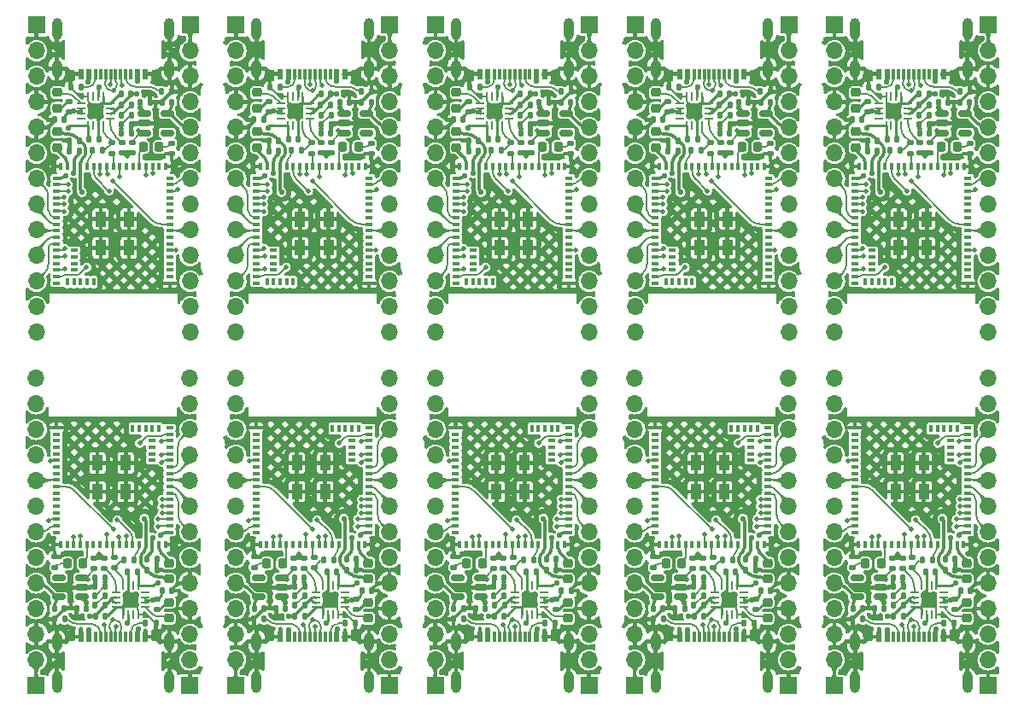
<source format=gbr>
G04 #@! TF.GenerationSoftware,KiCad,Pcbnew,(6.0.1)*
G04 #@! TF.CreationDate,2022-03-22T11:17:57+07:00*
G04 #@! TF.ProjectId,Kimiro,4b696d69-726f-42e6-9b69-6361645f7063,rev?*
G04 #@! TF.SameCoordinates,Original*
G04 #@! TF.FileFunction,Copper,L1,Top*
G04 #@! TF.FilePolarity,Positive*
%FSLAX46Y46*%
G04 Gerber Fmt 4.6, Leading zero omitted, Abs format (unit mm)*
G04 Created by KiCad (PCBNEW (6.0.1)) date 2022-03-22 11:17:57*
%MOMM*%
%LPD*%
G01*
G04 APERTURE LIST*
G04 Aperture macros list*
%AMRoundRect*
0 Rectangle with rounded corners*
0 $1 Rounding radius*
0 $2 $3 $4 $5 $6 $7 $8 $9 X,Y pos of 4 corners*
0 Add a 4 corners polygon primitive as box body*
4,1,4,$2,$3,$4,$5,$6,$7,$8,$9,$2,$3,0*
0 Add four circle primitives for the rounded corners*
1,1,$1+$1,$2,$3*
1,1,$1+$1,$4,$5*
1,1,$1+$1,$6,$7*
1,1,$1+$1,$8,$9*
0 Add four rect primitives between the rounded corners*
20,1,$1+$1,$2,$3,$4,$5,0*
20,1,$1+$1,$4,$5,$6,$7,0*
20,1,$1+$1,$6,$7,$8,$9,0*
20,1,$1+$1,$8,$9,$2,$3,0*%
G04 Aperture macros list end*
G04 #@! TA.AperFunction,SMDPad,CuDef*
%ADD10RoundRect,0.140000X0.140000X0.170000X-0.140000X0.170000X-0.140000X-0.170000X0.140000X-0.170000X0*%
G04 #@! TD*
G04 #@! TA.AperFunction,SMDPad,CuDef*
%ADD11RoundRect,0.150000X-0.512500X-0.150000X0.512500X-0.150000X0.512500X0.150000X-0.512500X0.150000X0*%
G04 #@! TD*
G04 #@! TA.AperFunction,SMDPad,CuDef*
%ADD12RoundRect,0.140000X-0.140000X-0.170000X0.140000X-0.170000X0.140000X0.170000X-0.140000X0.170000X0*%
G04 #@! TD*
G04 #@! TA.AperFunction,SMDPad,CuDef*
%ADD13RoundRect,0.135000X-0.185000X0.135000X-0.185000X-0.135000X0.185000X-0.135000X0.185000X0.135000X0*%
G04 #@! TD*
G04 #@! TA.AperFunction,ComponentPad*
%ADD14R,1.700000X1.700000*%
G04 #@! TD*
G04 #@! TA.AperFunction,ComponentPad*
%ADD15O,1.700000X1.700000*%
G04 #@! TD*
G04 #@! TA.AperFunction,SMDPad,CuDef*
%ADD16RoundRect,0.135000X-0.135000X-0.185000X0.135000X-0.185000X0.135000X0.185000X-0.135000X0.185000X0*%
G04 #@! TD*
G04 #@! TA.AperFunction,SMDPad,CuDef*
%ADD17RoundRect,0.135000X0.185000X-0.135000X0.185000X0.135000X-0.185000X0.135000X-0.185000X-0.135000X0*%
G04 #@! TD*
G04 #@! TA.AperFunction,SMDPad,CuDef*
%ADD18R,0.800000X0.350000*%
G04 #@! TD*
G04 #@! TA.AperFunction,SMDPad,CuDef*
%ADD19R,0.350000X0.800000*%
G04 #@! TD*
G04 #@! TA.AperFunction,SMDPad,CuDef*
%ADD20R,1.000000X1.500000*%
G04 #@! TD*
G04 #@! TA.AperFunction,SMDPad,CuDef*
%ADD21R,0.600000X1.079000*%
G04 #@! TD*
G04 #@! TA.AperFunction,SMDPad,CuDef*
%ADD22R,0.300000X1.079000*%
G04 #@! TD*
G04 #@! TA.AperFunction,ComponentPad*
%ADD23O,1.000000X2.200000*%
G04 #@! TD*
G04 #@! TA.AperFunction,ComponentPad*
%ADD24O,1.000000X1.800000*%
G04 #@! TD*
G04 #@! TA.AperFunction,SMDPad,CuDef*
%ADD25RoundRect,0.218750X-0.256250X0.218750X-0.256250X-0.218750X0.256250X-0.218750X0.256250X0.218750X0*%
G04 #@! TD*
G04 #@! TA.AperFunction,SMDPad,CuDef*
%ADD26RoundRect,0.062500X0.375000X0.062500X-0.375000X0.062500X-0.375000X-0.062500X0.375000X-0.062500X0*%
G04 #@! TD*
G04 #@! TA.AperFunction,SMDPad,CuDef*
%ADD27RoundRect,0.062500X0.062500X0.375000X-0.062500X0.375000X-0.062500X-0.375000X0.062500X-0.375000X0*%
G04 #@! TD*
G04 #@! TA.AperFunction,ComponentPad*
%ADD28C,0.500000*%
G04 #@! TD*
G04 #@! TA.AperFunction,SMDPad,CuDef*
%ADD29R,1.600000X1.600000*%
G04 #@! TD*
G04 #@! TA.AperFunction,SMDPad,CuDef*
%ADD30RoundRect,0.218750X0.218750X0.256250X-0.218750X0.256250X-0.218750X-0.256250X0.218750X-0.256250X0*%
G04 #@! TD*
G04 #@! TA.AperFunction,SMDPad,CuDef*
%ADD31RoundRect,0.218750X0.256250X-0.218750X0.256250X0.218750X-0.256250X0.218750X-0.256250X-0.218750X0*%
G04 #@! TD*
G04 #@! TA.AperFunction,SMDPad,CuDef*
%ADD32RoundRect,0.150000X0.512500X0.150000X-0.512500X0.150000X-0.512500X-0.150000X0.512500X-0.150000X0*%
G04 #@! TD*
G04 #@! TA.AperFunction,SMDPad,CuDef*
%ADD33RoundRect,0.135000X0.135000X0.185000X-0.135000X0.185000X-0.135000X-0.185000X0.135000X-0.185000X0*%
G04 #@! TD*
G04 #@! TA.AperFunction,SMDPad,CuDef*
%ADD34RoundRect,0.062500X-0.375000X-0.062500X0.375000X-0.062500X0.375000X0.062500X-0.375000X0.062500X0*%
G04 #@! TD*
G04 #@! TA.AperFunction,SMDPad,CuDef*
%ADD35RoundRect,0.062500X-0.062500X-0.375000X0.062500X-0.375000X0.062500X0.375000X-0.062500X0.375000X0*%
G04 #@! TD*
G04 #@! TA.AperFunction,SMDPad,CuDef*
%ADD36RoundRect,0.218750X-0.218750X-0.256250X0.218750X-0.256250X0.218750X0.256250X-0.218750X0.256250X0*%
G04 #@! TD*
G04 #@! TA.AperFunction,ViaPad*
%ADD37C,0.500000*%
G04 #@! TD*
G04 #@! TA.AperFunction,ViaPad*
%ADD38C,0.550000*%
G04 #@! TD*
G04 #@! TA.AperFunction,Conductor*
%ADD39C,0.200000*%
G04 #@! TD*
G04 #@! TA.AperFunction,Conductor*
%ADD40C,0.250000*%
G04 #@! TD*
G04 #@! TA.AperFunction,Conductor*
%ADD41C,0.300000*%
G04 #@! TD*
G04 APERTURE END LIST*
D10*
X151939200Y-45745400D03*
X150979200Y-45745400D03*
D11*
X158398900Y-43068200D03*
X158398900Y-44018200D03*
X158398900Y-44968200D03*
X160673900Y-44968200D03*
X160673900Y-43068200D03*
D12*
X152935000Y-45567600D03*
X153895000Y-45567600D03*
X156110000Y-41148000D03*
X157070000Y-41148000D03*
D13*
X157174200Y-45895800D03*
X157174200Y-46915800D03*
D14*
X162940000Y-34290000D03*
D15*
X162940000Y-36830000D03*
X162940000Y-39370000D03*
X162940000Y-41910000D03*
X162940000Y-44450000D03*
X162940000Y-46990000D03*
X162940000Y-49530000D03*
X162940000Y-52070000D03*
X162940000Y-54610000D03*
X162940000Y-57150000D03*
X162940000Y-59690000D03*
X162940000Y-62230000D03*
X162940000Y-64770000D03*
D16*
X151076200Y-40462200D03*
X152096200Y-40462200D03*
D10*
X151939200Y-46812200D03*
X150979200Y-46812200D03*
D17*
X150976600Y-42851800D03*
X150976600Y-41831800D03*
D18*
X160920000Y-59869000D03*
X160920000Y-59219000D03*
X160920000Y-58569000D03*
X160920000Y-57919000D03*
X160920000Y-57269000D03*
X160920000Y-56619000D03*
X160920000Y-55969000D03*
X160920000Y-55319000D03*
X160920000Y-54669000D03*
X160920000Y-54019000D03*
X160920000Y-53369000D03*
X160920000Y-52719000D03*
X160920000Y-52069000D03*
X160920000Y-51419000D03*
X160920000Y-50769000D03*
X160920000Y-50119000D03*
X160920000Y-49469000D03*
D19*
X160520000Y-48269000D03*
X159870000Y-48269000D03*
X159220000Y-48269000D03*
X158570000Y-48269000D03*
X157920000Y-48269000D03*
X157270000Y-48269000D03*
X156620000Y-48269000D03*
X155970000Y-48269000D03*
X155320000Y-48269000D03*
X154670000Y-48269000D03*
X154020000Y-48269000D03*
X153370000Y-48269000D03*
X152720000Y-48269000D03*
X152070000Y-48269000D03*
X151420000Y-48269000D03*
X150770000Y-48269000D03*
X150120000Y-48269000D03*
D18*
X149720000Y-49469000D03*
X149720000Y-50119000D03*
X149720000Y-50769000D03*
X149720000Y-51419000D03*
X149720000Y-52069000D03*
X149720000Y-52719000D03*
X149720000Y-53369000D03*
X149720000Y-54019000D03*
X149720000Y-54669000D03*
X149720000Y-55319000D03*
X149720000Y-55969000D03*
X149720000Y-56619000D03*
X149720000Y-57269000D03*
X149720000Y-57919000D03*
X149720000Y-58569000D03*
X149720000Y-59219000D03*
X149720000Y-59869000D03*
D19*
X150770000Y-59769000D03*
X151420000Y-59769000D03*
X152070000Y-59769000D03*
X152720000Y-59769000D03*
X153370000Y-59769000D03*
D18*
X151420000Y-58569000D03*
X151420000Y-57919000D03*
X151420000Y-57269000D03*
X151420000Y-56619000D03*
D20*
X156870000Y-53519000D03*
X156870000Y-56369000D03*
X154070000Y-53519000D03*
X154070000Y-56369000D03*
D12*
X160148600Y-41935400D03*
X161108600Y-41935400D03*
D17*
X161111200Y-47042800D03*
X161111200Y-46022800D03*
D21*
X158509400Y-39134500D03*
X157709400Y-39134500D03*
D22*
X156559400Y-39134500D03*
X155559400Y-39134500D03*
X155059400Y-39134500D03*
X154059400Y-39134500D03*
D21*
X152909400Y-39134500D03*
X152109400Y-39134500D03*
X152109400Y-39134500D03*
X152909400Y-39134500D03*
D22*
X153559400Y-39134500D03*
X154559400Y-39134500D03*
X156059400Y-39134500D03*
X157059400Y-39134500D03*
D21*
X157709400Y-39134500D03*
X158509400Y-39134500D03*
D23*
X160884400Y-34630500D03*
D24*
X149734400Y-38630500D03*
X160884400Y-38630500D03*
D23*
X149734400Y-34630500D03*
D16*
X153209800Y-46736000D03*
X154229800Y-46736000D03*
D10*
X158949600Y-41935400D03*
X157989600Y-41935400D03*
D16*
X160118600Y-40868600D03*
X161138600Y-40868600D03*
D12*
X149480600Y-43688000D03*
X150440600Y-43688000D03*
D13*
X156183600Y-45895800D03*
X156183600Y-46915800D03*
D16*
X156105400Y-43230800D03*
X157125400Y-43230800D03*
D14*
X147700000Y-34290000D03*
D15*
X147700000Y-36830000D03*
X147700000Y-39370000D03*
X147700000Y-41910000D03*
X147700000Y-44450000D03*
X147700000Y-46990000D03*
X147700000Y-49530000D03*
X147700000Y-52070000D03*
X147700000Y-54610000D03*
X147700000Y-57150000D03*
X147700000Y-59690000D03*
X147700000Y-62230000D03*
X147700000Y-64770000D03*
D25*
X149782800Y-40970100D03*
X149782800Y-42545100D03*
D16*
X156080000Y-42240200D03*
X157100000Y-42240200D03*
X156105400Y-44119800D03*
X157125400Y-44119800D03*
D26*
X155004900Y-43549000D03*
X155004900Y-43049000D03*
X155004900Y-42549000D03*
X155004900Y-42049000D03*
D27*
X154317400Y-41361500D03*
X153817400Y-41361500D03*
X153317400Y-41361500D03*
X152817400Y-41361500D03*
D26*
X152129900Y-42049000D03*
X152129900Y-42549000D03*
X152129900Y-43049000D03*
X152129900Y-43549000D03*
D27*
X152817400Y-44236500D03*
X153317400Y-44236500D03*
X153817400Y-44236500D03*
X154317400Y-44236500D03*
D28*
X153017400Y-42249000D03*
X154117400Y-43349000D03*
X154117400Y-42249000D03*
X153017400Y-43349000D03*
D29*
X153567400Y-42799000D03*
D30*
X159866700Y-46380400D03*
X158291700Y-46380400D03*
D12*
X156135400Y-44983400D03*
X157095400Y-44983400D03*
D31*
X149782800Y-46431300D03*
X149782800Y-44856300D03*
D13*
X155193000Y-45972000D03*
X155193000Y-46992000D03*
D12*
X158679600Y-88334600D03*
X159639600Y-88334600D03*
D32*
X152219900Y-91011800D03*
X152219900Y-90061800D03*
X152219900Y-89111800D03*
X149944900Y-89111800D03*
X149944900Y-91011800D03*
D10*
X157683800Y-88512400D03*
X156723800Y-88512400D03*
D17*
X153444600Y-88184200D03*
X153444600Y-87164200D03*
D13*
X159642200Y-91228200D03*
X159642200Y-92248200D03*
D14*
X147678800Y-99790000D03*
D15*
X147678800Y-97250000D03*
X147678800Y-94710000D03*
X147678800Y-92170000D03*
X147678800Y-89630000D03*
X147678800Y-87090000D03*
X147678800Y-84550000D03*
X147678800Y-82010000D03*
X147678800Y-79470000D03*
X147678800Y-76930000D03*
X147678800Y-74390000D03*
X147678800Y-71850000D03*
X147678800Y-69310000D03*
D33*
X157409000Y-87344000D03*
X156389000Y-87344000D03*
D18*
X149698800Y-74211000D03*
X149698800Y-74861000D03*
X149698800Y-75511000D03*
X149698800Y-76161000D03*
X149698800Y-76811000D03*
X149698800Y-77461000D03*
X149698800Y-78111000D03*
X149698800Y-78761000D03*
X149698800Y-79411000D03*
X149698800Y-80061000D03*
X149698800Y-80711000D03*
X149698800Y-81361000D03*
X149698800Y-82011000D03*
X149698800Y-82661000D03*
X149698800Y-83311000D03*
X149698800Y-83961000D03*
X149698800Y-84611000D03*
D19*
X150098800Y-85811000D03*
X150748800Y-85811000D03*
X151398800Y-85811000D03*
X152048800Y-85811000D03*
X152698800Y-85811000D03*
X153348800Y-85811000D03*
X153998800Y-85811000D03*
X154648800Y-85811000D03*
X155298800Y-85811000D03*
X155948800Y-85811000D03*
X156598800Y-85811000D03*
X157248800Y-85811000D03*
X157898800Y-85811000D03*
X158548800Y-85811000D03*
X159198800Y-85811000D03*
X159848800Y-85811000D03*
X160498800Y-85811000D03*
D18*
X160898800Y-84611000D03*
X160898800Y-83961000D03*
X160898800Y-83311000D03*
X160898800Y-82661000D03*
X160898800Y-82011000D03*
X160898800Y-81361000D03*
X160898800Y-80711000D03*
X160898800Y-80061000D03*
X160898800Y-79411000D03*
X160898800Y-78761000D03*
X160898800Y-78111000D03*
X160898800Y-77461000D03*
X160898800Y-76811000D03*
X160898800Y-76161000D03*
X160898800Y-75511000D03*
X160898800Y-74861000D03*
X160898800Y-74211000D03*
D19*
X159848800Y-74311000D03*
X159198800Y-74311000D03*
X158548800Y-74311000D03*
X157898800Y-74311000D03*
X157248800Y-74311000D03*
D18*
X159198800Y-75511000D03*
X159198800Y-76161000D03*
X159198800Y-76811000D03*
X159198800Y-77461000D03*
D20*
X153748800Y-80561000D03*
X153748800Y-77711000D03*
X156548800Y-80561000D03*
X156548800Y-77711000D03*
D33*
X154513400Y-90849200D03*
X153493400Y-90849200D03*
D13*
X149507600Y-87037200D03*
X149507600Y-88057200D03*
D12*
X158679600Y-87267800D03*
X159639600Y-87267800D03*
D10*
X154508800Y-92932000D03*
X153548800Y-92932000D03*
D33*
X159542600Y-93617800D03*
X158522600Y-93617800D03*
D10*
X150470200Y-92144600D03*
X149510200Y-92144600D03*
D12*
X151669200Y-92144600D03*
X152629200Y-92144600D03*
D14*
X162918800Y-99790000D03*
D15*
X162918800Y-97250000D03*
X162918800Y-94710000D03*
X162918800Y-92170000D03*
X162918800Y-89630000D03*
X162918800Y-87090000D03*
X162918800Y-84550000D03*
X162918800Y-82010000D03*
X162918800Y-79470000D03*
X162918800Y-76930000D03*
X162918800Y-74390000D03*
X162918800Y-71850000D03*
X162918800Y-69310000D03*
D33*
X150500200Y-93211400D03*
X149480200Y-93211400D03*
D17*
X154435200Y-88184200D03*
X154435200Y-87164200D03*
D10*
X161138200Y-90392000D03*
X160178200Y-90392000D03*
D25*
X160836000Y-87648700D03*
X160836000Y-89223700D03*
D34*
X155613900Y-90531000D03*
X155613900Y-91031000D03*
X155613900Y-91531000D03*
X155613900Y-92031000D03*
D35*
X156301400Y-92718500D03*
X156801400Y-92718500D03*
X157301400Y-92718500D03*
X157801400Y-92718500D03*
D34*
X158488900Y-92031000D03*
X158488900Y-91531000D03*
X158488900Y-91031000D03*
X158488900Y-90531000D03*
D35*
X157801400Y-89843500D03*
X157301400Y-89843500D03*
X156801400Y-89843500D03*
X156301400Y-89843500D03*
D28*
X157601400Y-91831000D03*
X156501400Y-90731000D03*
X156501400Y-91831000D03*
X157601400Y-90731000D03*
D29*
X157051400Y-91281000D03*
D21*
X152109400Y-94945500D03*
X152909400Y-94945500D03*
D22*
X154059400Y-94945500D03*
X155059400Y-94945500D03*
X155559400Y-94945500D03*
X156559400Y-94945500D03*
D21*
X157709400Y-94945500D03*
X158509400Y-94945500D03*
X158509400Y-94945500D03*
X157709400Y-94945500D03*
D22*
X157059400Y-94945500D03*
X156059400Y-94945500D03*
X154559400Y-94945500D03*
X153559400Y-94945500D03*
D21*
X152909400Y-94945500D03*
X152109400Y-94945500D03*
D23*
X149734400Y-99449500D03*
D24*
X160884400Y-95449500D03*
X149734400Y-95449500D03*
D23*
X160884400Y-99449500D03*
D33*
X154538800Y-91839800D03*
X153518800Y-91839800D03*
X154513400Y-89960200D03*
X153493400Y-89960200D03*
D36*
X150752100Y-87699600D03*
X152327100Y-87699600D03*
D17*
X155425800Y-88108000D03*
X155425800Y-87088000D03*
D10*
X154483400Y-89096600D03*
X153523400Y-89096600D03*
D31*
X160836000Y-93109900D03*
X160836000Y-91534900D03*
D10*
X132159200Y-45745400D03*
X131199200Y-45745400D03*
D11*
X138618900Y-43068200D03*
X138618900Y-44018200D03*
X138618900Y-44968200D03*
X140893900Y-44968200D03*
X140893900Y-43068200D03*
D12*
X133155000Y-45567600D03*
X134115000Y-45567600D03*
X136330000Y-41148000D03*
X137290000Y-41148000D03*
D13*
X137394200Y-45895800D03*
X137394200Y-46915800D03*
D14*
X143160000Y-34290000D03*
D15*
X143160000Y-36830000D03*
X143160000Y-39370000D03*
X143160000Y-41910000D03*
X143160000Y-44450000D03*
X143160000Y-46990000D03*
X143160000Y-49530000D03*
X143160000Y-52070000D03*
X143160000Y-54610000D03*
X143160000Y-57150000D03*
X143160000Y-59690000D03*
X143160000Y-62230000D03*
X143160000Y-64770000D03*
D16*
X131296200Y-40462200D03*
X132316200Y-40462200D03*
D10*
X132159200Y-46812200D03*
X131199200Y-46812200D03*
D17*
X131196600Y-42851800D03*
X131196600Y-41831800D03*
D18*
X141140000Y-59869000D03*
X141140000Y-59219000D03*
X141140000Y-58569000D03*
X141140000Y-57919000D03*
X141140000Y-57269000D03*
X141140000Y-56619000D03*
X141140000Y-55969000D03*
X141140000Y-55319000D03*
X141140000Y-54669000D03*
X141140000Y-54019000D03*
X141140000Y-53369000D03*
X141140000Y-52719000D03*
X141140000Y-52069000D03*
X141140000Y-51419000D03*
X141140000Y-50769000D03*
X141140000Y-50119000D03*
X141140000Y-49469000D03*
D19*
X140740000Y-48269000D03*
X140090000Y-48269000D03*
X139440000Y-48269000D03*
X138790000Y-48269000D03*
X138140000Y-48269000D03*
X137490000Y-48269000D03*
X136840000Y-48269000D03*
X136190000Y-48269000D03*
X135540000Y-48269000D03*
X134890000Y-48269000D03*
X134240000Y-48269000D03*
X133590000Y-48269000D03*
X132940000Y-48269000D03*
X132290000Y-48269000D03*
X131640000Y-48269000D03*
X130990000Y-48269000D03*
X130340000Y-48269000D03*
D18*
X129940000Y-49469000D03*
X129940000Y-50119000D03*
X129940000Y-50769000D03*
X129940000Y-51419000D03*
X129940000Y-52069000D03*
X129940000Y-52719000D03*
X129940000Y-53369000D03*
X129940000Y-54019000D03*
X129940000Y-54669000D03*
X129940000Y-55319000D03*
X129940000Y-55969000D03*
X129940000Y-56619000D03*
X129940000Y-57269000D03*
X129940000Y-57919000D03*
X129940000Y-58569000D03*
X129940000Y-59219000D03*
X129940000Y-59869000D03*
D19*
X130990000Y-59769000D03*
X131640000Y-59769000D03*
X132290000Y-59769000D03*
X132940000Y-59769000D03*
X133590000Y-59769000D03*
D18*
X131640000Y-58569000D03*
X131640000Y-57919000D03*
X131640000Y-57269000D03*
X131640000Y-56619000D03*
D20*
X137090000Y-53519000D03*
X137090000Y-56369000D03*
X134290000Y-53519000D03*
X134290000Y-56369000D03*
D12*
X140368600Y-41935400D03*
X141328600Y-41935400D03*
D17*
X141331200Y-47042800D03*
X141331200Y-46022800D03*
D21*
X138729400Y-39134500D03*
X137929400Y-39134500D03*
D22*
X136779400Y-39134500D03*
X135779400Y-39134500D03*
X135279400Y-39134500D03*
X134279400Y-39134500D03*
D21*
X133129400Y-39134500D03*
X132329400Y-39134500D03*
X132329400Y-39134500D03*
X133129400Y-39134500D03*
D22*
X133779400Y-39134500D03*
X134779400Y-39134500D03*
X136279400Y-39134500D03*
X137279400Y-39134500D03*
D21*
X137929400Y-39134500D03*
X138729400Y-39134500D03*
D23*
X141104400Y-34630500D03*
D24*
X129954400Y-38630500D03*
X141104400Y-38630500D03*
D23*
X129954400Y-34630500D03*
D16*
X133429800Y-46736000D03*
X134449800Y-46736000D03*
D10*
X139169600Y-41935400D03*
X138209600Y-41935400D03*
D16*
X140338600Y-40868600D03*
X141358600Y-40868600D03*
D12*
X129700600Y-43688000D03*
X130660600Y-43688000D03*
D13*
X136403600Y-45895800D03*
X136403600Y-46915800D03*
D16*
X136325400Y-43230800D03*
X137345400Y-43230800D03*
D14*
X127920000Y-34290000D03*
D15*
X127920000Y-36830000D03*
X127920000Y-39370000D03*
X127920000Y-41910000D03*
X127920000Y-44450000D03*
X127920000Y-46990000D03*
X127920000Y-49530000D03*
X127920000Y-52070000D03*
X127920000Y-54610000D03*
X127920000Y-57150000D03*
X127920000Y-59690000D03*
X127920000Y-62230000D03*
X127920000Y-64770000D03*
D25*
X130002800Y-40970100D03*
X130002800Y-42545100D03*
D16*
X136300000Y-42240200D03*
X137320000Y-42240200D03*
X136325400Y-44119800D03*
X137345400Y-44119800D03*
D26*
X135224900Y-43549000D03*
X135224900Y-43049000D03*
X135224900Y-42549000D03*
X135224900Y-42049000D03*
D27*
X134537400Y-41361500D03*
X134037400Y-41361500D03*
X133537400Y-41361500D03*
X133037400Y-41361500D03*
D26*
X132349900Y-42049000D03*
X132349900Y-42549000D03*
X132349900Y-43049000D03*
X132349900Y-43549000D03*
D27*
X133037400Y-44236500D03*
X133537400Y-44236500D03*
X134037400Y-44236500D03*
X134537400Y-44236500D03*
D28*
X133237400Y-42249000D03*
X134337400Y-43349000D03*
X134337400Y-42249000D03*
X133237400Y-43349000D03*
D29*
X133787400Y-42799000D03*
D30*
X140086700Y-46380400D03*
X138511700Y-46380400D03*
D12*
X136355400Y-44983400D03*
X137315400Y-44983400D03*
D31*
X130002800Y-46431300D03*
X130002800Y-44856300D03*
D13*
X135413000Y-45972000D03*
X135413000Y-46992000D03*
D12*
X138899600Y-88334600D03*
X139859600Y-88334600D03*
D32*
X132439900Y-91011800D03*
X132439900Y-90061800D03*
X132439900Y-89111800D03*
X130164900Y-89111800D03*
X130164900Y-91011800D03*
D10*
X137903800Y-88512400D03*
X136943800Y-88512400D03*
D17*
X133664600Y-88184200D03*
X133664600Y-87164200D03*
D13*
X139862200Y-91228200D03*
X139862200Y-92248200D03*
D14*
X127898800Y-99790000D03*
D15*
X127898800Y-97250000D03*
X127898800Y-94710000D03*
X127898800Y-92170000D03*
X127898800Y-89630000D03*
X127898800Y-87090000D03*
X127898800Y-84550000D03*
X127898800Y-82010000D03*
X127898800Y-79470000D03*
X127898800Y-76930000D03*
X127898800Y-74390000D03*
X127898800Y-71850000D03*
X127898800Y-69310000D03*
D33*
X137629000Y-87344000D03*
X136609000Y-87344000D03*
D18*
X129918800Y-74211000D03*
X129918800Y-74861000D03*
X129918800Y-75511000D03*
X129918800Y-76161000D03*
X129918800Y-76811000D03*
X129918800Y-77461000D03*
X129918800Y-78111000D03*
X129918800Y-78761000D03*
X129918800Y-79411000D03*
X129918800Y-80061000D03*
X129918800Y-80711000D03*
X129918800Y-81361000D03*
X129918800Y-82011000D03*
X129918800Y-82661000D03*
X129918800Y-83311000D03*
X129918800Y-83961000D03*
X129918800Y-84611000D03*
D19*
X130318800Y-85811000D03*
X130968800Y-85811000D03*
X131618800Y-85811000D03*
X132268800Y-85811000D03*
X132918800Y-85811000D03*
X133568800Y-85811000D03*
X134218800Y-85811000D03*
X134868800Y-85811000D03*
X135518800Y-85811000D03*
X136168800Y-85811000D03*
X136818800Y-85811000D03*
X137468800Y-85811000D03*
X138118800Y-85811000D03*
X138768800Y-85811000D03*
X139418800Y-85811000D03*
X140068800Y-85811000D03*
X140718800Y-85811000D03*
D18*
X141118800Y-84611000D03*
X141118800Y-83961000D03*
X141118800Y-83311000D03*
X141118800Y-82661000D03*
X141118800Y-82011000D03*
X141118800Y-81361000D03*
X141118800Y-80711000D03*
X141118800Y-80061000D03*
X141118800Y-79411000D03*
X141118800Y-78761000D03*
X141118800Y-78111000D03*
X141118800Y-77461000D03*
X141118800Y-76811000D03*
X141118800Y-76161000D03*
X141118800Y-75511000D03*
X141118800Y-74861000D03*
X141118800Y-74211000D03*
D19*
X140068800Y-74311000D03*
X139418800Y-74311000D03*
X138768800Y-74311000D03*
X138118800Y-74311000D03*
X137468800Y-74311000D03*
D18*
X139418800Y-75511000D03*
X139418800Y-76161000D03*
X139418800Y-76811000D03*
X139418800Y-77461000D03*
D20*
X133968800Y-80561000D03*
X133968800Y-77711000D03*
X136768800Y-80561000D03*
X136768800Y-77711000D03*
D33*
X134733400Y-90849200D03*
X133713400Y-90849200D03*
D13*
X129727600Y-87037200D03*
X129727600Y-88057200D03*
D12*
X138899600Y-87267800D03*
X139859600Y-87267800D03*
D10*
X134728800Y-92932000D03*
X133768800Y-92932000D03*
D33*
X139762600Y-93617800D03*
X138742600Y-93617800D03*
D10*
X130690200Y-92144600D03*
X129730200Y-92144600D03*
D12*
X131889200Y-92144600D03*
X132849200Y-92144600D03*
D14*
X143138800Y-99790000D03*
D15*
X143138800Y-97250000D03*
X143138800Y-94710000D03*
X143138800Y-92170000D03*
X143138800Y-89630000D03*
X143138800Y-87090000D03*
X143138800Y-84550000D03*
X143138800Y-82010000D03*
X143138800Y-79470000D03*
X143138800Y-76930000D03*
X143138800Y-74390000D03*
X143138800Y-71850000D03*
X143138800Y-69310000D03*
D33*
X130720200Y-93211400D03*
X129700200Y-93211400D03*
D17*
X134655200Y-88184200D03*
X134655200Y-87164200D03*
D10*
X141358200Y-90392000D03*
X140398200Y-90392000D03*
D25*
X141056000Y-87648700D03*
X141056000Y-89223700D03*
D34*
X135833900Y-90531000D03*
X135833900Y-91031000D03*
X135833900Y-91531000D03*
X135833900Y-92031000D03*
D35*
X136521400Y-92718500D03*
X137021400Y-92718500D03*
X137521400Y-92718500D03*
X138021400Y-92718500D03*
D34*
X138708900Y-92031000D03*
X138708900Y-91531000D03*
X138708900Y-91031000D03*
X138708900Y-90531000D03*
D35*
X138021400Y-89843500D03*
X137521400Y-89843500D03*
X137021400Y-89843500D03*
X136521400Y-89843500D03*
D28*
X137821400Y-91831000D03*
X136721400Y-90731000D03*
X136721400Y-91831000D03*
X137821400Y-90731000D03*
D29*
X137271400Y-91281000D03*
D21*
X132329400Y-94945500D03*
X133129400Y-94945500D03*
D22*
X134279400Y-94945500D03*
X135279400Y-94945500D03*
X135779400Y-94945500D03*
X136779400Y-94945500D03*
D21*
X137929400Y-94945500D03*
X138729400Y-94945500D03*
X138729400Y-94945500D03*
X137929400Y-94945500D03*
D22*
X137279400Y-94945500D03*
X136279400Y-94945500D03*
X134779400Y-94945500D03*
X133779400Y-94945500D03*
D21*
X133129400Y-94945500D03*
X132329400Y-94945500D03*
D23*
X129954400Y-99449500D03*
D24*
X141104400Y-95449500D03*
X129954400Y-95449500D03*
D23*
X141104400Y-99449500D03*
D33*
X134758800Y-91839800D03*
X133738800Y-91839800D03*
X134733400Y-89960200D03*
X133713400Y-89960200D03*
D36*
X130972100Y-87699600D03*
X132547100Y-87699600D03*
D17*
X135645800Y-88108000D03*
X135645800Y-87088000D03*
D10*
X134703400Y-89096600D03*
X133743400Y-89096600D03*
D31*
X141056000Y-93109900D03*
X141056000Y-91534900D03*
D10*
X112379200Y-45745400D03*
X111419200Y-45745400D03*
D11*
X118838900Y-43068200D03*
X118838900Y-44018200D03*
X118838900Y-44968200D03*
X121113900Y-44968200D03*
X121113900Y-43068200D03*
D12*
X113375000Y-45567600D03*
X114335000Y-45567600D03*
X116550000Y-41148000D03*
X117510000Y-41148000D03*
D13*
X117614200Y-45895800D03*
X117614200Y-46915800D03*
D14*
X123380000Y-34290000D03*
D15*
X123380000Y-36830000D03*
X123380000Y-39370000D03*
X123380000Y-41910000D03*
X123380000Y-44450000D03*
X123380000Y-46990000D03*
X123380000Y-49530000D03*
X123380000Y-52070000D03*
X123380000Y-54610000D03*
X123380000Y-57150000D03*
X123380000Y-59690000D03*
X123380000Y-62230000D03*
X123380000Y-64770000D03*
D16*
X111516200Y-40462200D03*
X112536200Y-40462200D03*
D10*
X112379200Y-46812200D03*
X111419200Y-46812200D03*
D17*
X111416600Y-42851800D03*
X111416600Y-41831800D03*
D18*
X121360000Y-59869000D03*
X121360000Y-59219000D03*
X121360000Y-58569000D03*
X121360000Y-57919000D03*
X121360000Y-57269000D03*
X121360000Y-56619000D03*
X121360000Y-55969000D03*
X121360000Y-55319000D03*
X121360000Y-54669000D03*
X121360000Y-54019000D03*
X121360000Y-53369000D03*
X121360000Y-52719000D03*
X121360000Y-52069000D03*
X121360000Y-51419000D03*
X121360000Y-50769000D03*
X121360000Y-50119000D03*
X121360000Y-49469000D03*
D19*
X120960000Y-48269000D03*
X120310000Y-48269000D03*
X119660000Y-48269000D03*
X119010000Y-48269000D03*
X118360000Y-48269000D03*
X117710000Y-48269000D03*
X117060000Y-48269000D03*
X116410000Y-48269000D03*
X115760000Y-48269000D03*
X115110000Y-48269000D03*
X114460000Y-48269000D03*
X113810000Y-48269000D03*
X113160000Y-48269000D03*
X112510000Y-48269000D03*
X111860000Y-48269000D03*
X111210000Y-48269000D03*
X110560000Y-48269000D03*
D18*
X110160000Y-49469000D03*
X110160000Y-50119000D03*
X110160000Y-50769000D03*
X110160000Y-51419000D03*
X110160000Y-52069000D03*
X110160000Y-52719000D03*
X110160000Y-53369000D03*
X110160000Y-54019000D03*
X110160000Y-54669000D03*
X110160000Y-55319000D03*
X110160000Y-55969000D03*
X110160000Y-56619000D03*
X110160000Y-57269000D03*
X110160000Y-57919000D03*
X110160000Y-58569000D03*
X110160000Y-59219000D03*
X110160000Y-59869000D03*
D19*
X111210000Y-59769000D03*
X111860000Y-59769000D03*
X112510000Y-59769000D03*
X113160000Y-59769000D03*
X113810000Y-59769000D03*
D18*
X111860000Y-58569000D03*
X111860000Y-57919000D03*
X111860000Y-57269000D03*
X111860000Y-56619000D03*
D20*
X117310000Y-53519000D03*
X117310000Y-56369000D03*
X114510000Y-53519000D03*
X114510000Y-56369000D03*
D12*
X120588600Y-41935400D03*
X121548600Y-41935400D03*
D17*
X121551200Y-47042800D03*
X121551200Y-46022800D03*
D21*
X118949400Y-39134500D03*
X118149400Y-39134500D03*
D22*
X116999400Y-39134500D03*
X115999400Y-39134500D03*
X115499400Y-39134500D03*
X114499400Y-39134500D03*
D21*
X113349400Y-39134500D03*
X112549400Y-39134500D03*
X112549400Y-39134500D03*
X113349400Y-39134500D03*
D22*
X113999400Y-39134500D03*
X114999400Y-39134500D03*
X116499400Y-39134500D03*
X117499400Y-39134500D03*
D21*
X118149400Y-39134500D03*
X118949400Y-39134500D03*
D23*
X121324400Y-34630500D03*
D24*
X110174400Y-38630500D03*
X121324400Y-38630500D03*
D23*
X110174400Y-34630500D03*
D16*
X113649800Y-46736000D03*
X114669800Y-46736000D03*
D10*
X119389600Y-41935400D03*
X118429600Y-41935400D03*
D16*
X120558600Y-40868600D03*
X121578600Y-40868600D03*
D12*
X109920600Y-43688000D03*
X110880600Y-43688000D03*
D13*
X116623600Y-45895800D03*
X116623600Y-46915800D03*
D16*
X116545400Y-43230800D03*
X117565400Y-43230800D03*
D14*
X108140000Y-34290000D03*
D15*
X108140000Y-36830000D03*
X108140000Y-39370000D03*
X108140000Y-41910000D03*
X108140000Y-44450000D03*
X108140000Y-46990000D03*
X108140000Y-49530000D03*
X108140000Y-52070000D03*
X108140000Y-54610000D03*
X108140000Y-57150000D03*
X108140000Y-59690000D03*
X108140000Y-62230000D03*
X108140000Y-64770000D03*
D25*
X110222800Y-40970100D03*
X110222800Y-42545100D03*
D16*
X116520000Y-42240200D03*
X117540000Y-42240200D03*
X116545400Y-44119800D03*
X117565400Y-44119800D03*
D26*
X115444900Y-43549000D03*
X115444900Y-43049000D03*
X115444900Y-42549000D03*
X115444900Y-42049000D03*
D27*
X114757400Y-41361500D03*
X114257400Y-41361500D03*
X113757400Y-41361500D03*
X113257400Y-41361500D03*
D26*
X112569900Y-42049000D03*
X112569900Y-42549000D03*
X112569900Y-43049000D03*
X112569900Y-43549000D03*
D27*
X113257400Y-44236500D03*
X113757400Y-44236500D03*
X114257400Y-44236500D03*
X114757400Y-44236500D03*
D28*
X113457400Y-42249000D03*
X114557400Y-43349000D03*
X114557400Y-42249000D03*
X113457400Y-43349000D03*
D29*
X114007400Y-42799000D03*
D30*
X120306700Y-46380400D03*
X118731700Y-46380400D03*
D12*
X116575400Y-44983400D03*
X117535400Y-44983400D03*
D31*
X110222800Y-46431300D03*
X110222800Y-44856300D03*
D13*
X115633000Y-45972000D03*
X115633000Y-46992000D03*
D12*
X119119600Y-88334600D03*
X120079600Y-88334600D03*
D32*
X112659900Y-91011800D03*
X112659900Y-90061800D03*
X112659900Y-89111800D03*
X110384900Y-89111800D03*
X110384900Y-91011800D03*
D10*
X118123800Y-88512400D03*
X117163800Y-88512400D03*
D17*
X113884600Y-88184200D03*
X113884600Y-87164200D03*
D13*
X120082200Y-91228200D03*
X120082200Y-92248200D03*
D14*
X108118800Y-99790000D03*
D15*
X108118800Y-97250000D03*
X108118800Y-94710000D03*
X108118800Y-92170000D03*
X108118800Y-89630000D03*
X108118800Y-87090000D03*
X108118800Y-84550000D03*
X108118800Y-82010000D03*
X108118800Y-79470000D03*
X108118800Y-76930000D03*
X108118800Y-74390000D03*
X108118800Y-71850000D03*
X108118800Y-69310000D03*
D33*
X117849000Y-87344000D03*
X116829000Y-87344000D03*
D18*
X110138800Y-74211000D03*
X110138800Y-74861000D03*
X110138800Y-75511000D03*
X110138800Y-76161000D03*
X110138800Y-76811000D03*
X110138800Y-77461000D03*
X110138800Y-78111000D03*
X110138800Y-78761000D03*
X110138800Y-79411000D03*
X110138800Y-80061000D03*
X110138800Y-80711000D03*
X110138800Y-81361000D03*
X110138800Y-82011000D03*
X110138800Y-82661000D03*
X110138800Y-83311000D03*
X110138800Y-83961000D03*
X110138800Y-84611000D03*
D19*
X110538800Y-85811000D03*
X111188800Y-85811000D03*
X111838800Y-85811000D03*
X112488800Y-85811000D03*
X113138800Y-85811000D03*
X113788800Y-85811000D03*
X114438800Y-85811000D03*
X115088800Y-85811000D03*
X115738800Y-85811000D03*
X116388800Y-85811000D03*
X117038800Y-85811000D03*
X117688800Y-85811000D03*
X118338800Y-85811000D03*
X118988800Y-85811000D03*
X119638800Y-85811000D03*
X120288800Y-85811000D03*
X120938800Y-85811000D03*
D18*
X121338800Y-84611000D03*
X121338800Y-83961000D03*
X121338800Y-83311000D03*
X121338800Y-82661000D03*
X121338800Y-82011000D03*
X121338800Y-81361000D03*
X121338800Y-80711000D03*
X121338800Y-80061000D03*
X121338800Y-79411000D03*
X121338800Y-78761000D03*
X121338800Y-78111000D03*
X121338800Y-77461000D03*
X121338800Y-76811000D03*
X121338800Y-76161000D03*
X121338800Y-75511000D03*
X121338800Y-74861000D03*
X121338800Y-74211000D03*
D19*
X120288800Y-74311000D03*
X119638800Y-74311000D03*
X118988800Y-74311000D03*
X118338800Y-74311000D03*
X117688800Y-74311000D03*
D18*
X119638800Y-75511000D03*
X119638800Y-76161000D03*
X119638800Y-76811000D03*
X119638800Y-77461000D03*
D20*
X114188800Y-80561000D03*
X114188800Y-77711000D03*
X116988800Y-80561000D03*
X116988800Y-77711000D03*
D33*
X114953400Y-90849200D03*
X113933400Y-90849200D03*
D13*
X109947600Y-87037200D03*
X109947600Y-88057200D03*
D12*
X119119600Y-87267800D03*
X120079600Y-87267800D03*
D10*
X114948800Y-92932000D03*
X113988800Y-92932000D03*
D33*
X119982600Y-93617800D03*
X118962600Y-93617800D03*
D10*
X110910200Y-92144600D03*
X109950200Y-92144600D03*
D12*
X112109200Y-92144600D03*
X113069200Y-92144600D03*
D14*
X123358800Y-99790000D03*
D15*
X123358800Y-97250000D03*
X123358800Y-94710000D03*
X123358800Y-92170000D03*
X123358800Y-89630000D03*
X123358800Y-87090000D03*
X123358800Y-84550000D03*
X123358800Y-82010000D03*
X123358800Y-79470000D03*
X123358800Y-76930000D03*
X123358800Y-74390000D03*
X123358800Y-71850000D03*
X123358800Y-69310000D03*
D33*
X110940200Y-93211400D03*
X109920200Y-93211400D03*
D17*
X114875200Y-88184200D03*
X114875200Y-87164200D03*
D10*
X121578200Y-90392000D03*
X120618200Y-90392000D03*
D25*
X121276000Y-87648700D03*
X121276000Y-89223700D03*
D34*
X116053900Y-90531000D03*
X116053900Y-91031000D03*
X116053900Y-91531000D03*
X116053900Y-92031000D03*
D35*
X116741400Y-92718500D03*
X117241400Y-92718500D03*
X117741400Y-92718500D03*
X118241400Y-92718500D03*
D34*
X118928900Y-92031000D03*
X118928900Y-91531000D03*
X118928900Y-91031000D03*
X118928900Y-90531000D03*
D35*
X118241400Y-89843500D03*
X117741400Y-89843500D03*
X117241400Y-89843500D03*
X116741400Y-89843500D03*
D28*
X118041400Y-91831000D03*
X116941400Y-90731000D03*
X116941400Y-91831000D03*
X118041400Y-90731000D03*
D29*
X117491400Y-91281000D03*
D21*
X112549400Y-94945500D03*
X113349400Y-94945500D03*
D22*
X114499400Y-94945500D03*
X115499400Y-94945500D03*
X115999400Y-94945500D03*
X116999400Y-94945500D03*
D21*
X118149400Y-94945500D03*
X118949400Y-94945500D03*
X118949400Y-94945500D03*
X118149400Y-94945500D03*
D22*
X117499400Y-94945500D03*
X116499400Y-94945500D03*
X114999400Y-94945500D03*
X113999400Y-94945500D03*
D21*
X113349400Y-94945500D03*
X112549400Y-94945500D03*
D23*
X110174400Y-99449500D03*
D24*
X121324400Y-95449500D03*
X110174400Y-95449500D03*
D23*
X121324400Y-99449500D03*
D33*
X114978800Y-91839800D03*
X113958800Y-91839800D03*
X114953400Y-89960200D03*
X113933400Y-89960200D03*
D36*
X111192100Y-87699600D03*
X112767100Y-87699600D03*
D17*
X115865800Y-88108000D03*
X115865800Y-87088000D03*
D10*
X114923400Y-89096600D03*
X113963400Y-89096600D03*
D31*
X121276000Y-93109900D03*
X121276000Y-91534900D03*
D10*
X92599200Y-45745400D03*
X91639200Y-45745400D03*
D11*
X99058900Y-43068200D03*
X99058900Y-44018200D03*
X99058900Y-44968200D03*
X101333900Y-44968200D03*
X101333900Y-43068200D03*
D12*
X93595000Y-45567600D03*
X94555000Y-45567600D03*
X96770000Y-41148000D03*
X97730000Y-41148000D03*
D13*
X97834200Y-45895800D03*
X97834200Y-46915800D03*
D14*
X103600000Y-34290000D03*
D15*
X103600000Y-36830000D03*
X103600000Y-39370000D03*
X103600000Y-41910000D03*
X103600000Y-44450000D03*
X103600000Y-46990000D03*
X103600000Y-49530000D03*
X103600000Y-52070000D03*
X103600000Y-54610000D03*
X103600000Y-57150000D03*
X103600000Y-59690000D03*
X103600000Y-62230000D03*
X103600000Y-64770000D03*
D16*
X91736200Y-40462200D03*
X92756200Y-40462200D03*
D10*
X92599200Y-46812200D03*
X91639200Y-46812200D03*
D17*
X91636600Y-42851800D03*
X91636600Y-41831800D03*
D18*
X101580000Y-59869000D03*
X101580000Y-59219000D03*
X101580000Y-58569000D03*
X101580000Y-57919000D03*
X101580000Y-57269000D03*
X101580000Y-56619000D03*
X101580000Y-55969000D03*
X101580000Y-55319000D03*
X101580000Y-54669000D03*
X101580000Y-54019000D03*
X101580000Y-53369000D03*
X101580000Y-52719000D03*
X101580000Y-52069000D03*
X101580000Y-51419000D03*
X101580000Y-50769000D03*
X101580000Y-50119000D03*
X101580000Y-49469000D03*
D19*
X101180000Y-48269000D03*
X100530000Y-48269000D03*
X99880000Y-48269000D03*
X99230000Y-48269000D03*
X98580000Y-48269000D03*
X97930000Y-48269000D03*
X97280000Y-48269000D03*
X96630000Y-48269000D03*
X95980000Y-48269000D03*
X95330000Y-48269000D03*
X94680000Y-48269000D03*
X94030000Y-48269000D03*
X93380000Y-48269000D03*
X92730000Y-48269000D03*
X92080000Y-48269000D03*
X91430000Y-48269000D03*
X90780000Y-48269000D03*
D18*
X90380000Y-49469000D03*
X90380000Y-50119000D03*
X90380000Y-50769000D03*
X90380000Y-51419000D03*
X90380000Y-52069000D03*
X90380000Y-52719000D03*
X90380000Y-53369000D03*
X90380000Y-54019000D03*
X90380000Y-54669000D03*
X90380000Y-55319000D03*
X90380000Y-55969000D03*
X90380000Y-56619000D03*
X90380000Y-57269000D03*
X90380000Y-57919000D03*
X90380000Y-58569000D03*
X90380000Y-59219000D03*
X90380000Y-59869000D03*
D19*
X91430000Y-59769000D03*
X92080000Y-59769000D03*
X92730000Y-59769000D03*
X93380000Y-59769000D03*
X94030000Y-59769000D03*
D18*
X92080000Y-58569000D03*
X92080000Y-57919000D03*
X92080000Y-57269000D03*
X92080000Y-56619000D03*
D20*
X97530000Y-53519000D03*
X97530000Y-56369000D03*
X94730000Y-53519000D03*
X94730000Y-56369000D03*
D12*
X100808600Y-41935400D03*
X101768600Y-41935400D03*
D17*
X101771200Y-47042800D03*
X101771200Y-46022800D03*
D21*
X99169400Y-39134500D03*
X98369400Y-39134500D03*
D22*
X97219400Y-39134500D03*
X96219400Y-39134500D03*
X95719400Y-39134500D03*
X94719400Y-39134500D03*
D21*
X93569400Y-39134500D03*
X92769400Y-39134500D03*
X92769400Y-39134500D03*
X93569400Y-39134500D03*
D22*
X94219400Y-39134500D03*
X95219400Y-39134500D03*
X96719400Y-39134500D03*
X97719400Y-39134500D03*
D21*
X98369400Y-39134500D03*
X99169400Y-39134500D03*
D23*
X101544400Y-34630500D03*
D24*
X90394400Y-38630500D03*
X101544400Y-38630500D03*
D23*
X90394400Y-34630500D03*
D16*
X93869800Y-46736000D03*
X94889800Y-46736000D03*
D10*
X99609600Y-41935400D03*
X98649600Y-41935400D03*
D16*
X100778600Y-40868600D03*
X101798600Y-40868600D03*
D12*
X90140600Y-43688000D03*
X91100600Y-43688000D03*
D13*
X96843600Y-45895800D03*
X96843600Y-46915800D03*
D16*
X96765400Y-43230800D03*
X97785400Y-43230800D03*
D14*
X88360000Y-34290000D03*
D15*
X88360000Y-36830000D03*
X88360000Y-39370000D03*
X88360000Y-41910000D03*
X88360000Y-44450000D03*
X88360000Y-46990000D03*
X88360000Y-49530000D03*
X88360000Y-52070000D03*
X88360000Y-54610000D03*
X88360000Y-57150000D03*
X88360000Y-59690000D03*
X88360000Y-62230000D03*
X88360000Y-64770000D03*
D25*
X90442800Y-40970100D03*
X90442800Y-42545100D03*
D16*
X96740000Y-42240200D03*
X97760000Y-42240200D03*
X96765400Y-44119800D03*
X97785400Y-44119800D03*
D26*
X95664900Y-43549000D03*
X95664900Y-43049000D03*
X95664900Y-42549000D03*
X95664900Y-42049000D03*
D27*
X94977400Y-41361500D03*
X94477400Y-41361500D03*
X93977400Y-41361500D03*
X93477400Y-41361500D03*
D26*
X92789900Y-42049000D03*
X92789900Y-42549000D03*
X92789900Y-43049000D03*
X92789900Y-43549000D03*
D27*
X93477400Y-44236500D03*
X93977400Y-44236500D03*
X94477400Y-44236500D03*
X94977400Y-44236500D03*
D28*
X93677400Y-42249000D03*
X94777400Y-43349000D03*
X94777400Y-42249000D03*
X93677400Y-43349000D03*
D29*
X94227400Y-42799000D03*
D30*
X100526700Y-46380400D03*
X98951700Y-46380400D03*
D12*
X96795400Y-44983400D03*
X97755400Y-44983400D03*
D31*
X90442800Y-46431300D03*
X90442800Y-44856300D03*
D13*
X95853000Y-45972000D03*
X95853000Y-46992000D03*
D12*
X99339600Y-88334600D03*
X100299600Y-88334600D03*
D32*
X92879900Y-91011800D03*
X92879900Y-90061800D03*
X92879900Y-89111800D03*
X90604900Y-89111800D03*
X90604900Y-91011800D03*
D10*
X98343800Y-88512400D03*
X97383800Y-88512400D03*
D17*
X94104600Y-88184200D03*
X94104600Y-87164200D03*
D13*
X100302200Y-91228200D03*
X100302200Y-92248200D03*
D14*
X88338800Y-99790000D03*
D15*
X88338800Y-97250000D03*
X88338800Y-94710000D03*
X88338800Y-92170000D03*
X88338800Y-89630000D03*
X88338800Y-87090000D03*
X88338800Y-84550000D03*
X88338800Y-82010000D03*
X88338800Y-79470000D03*
X88338800Y-76930000D03*
X88338800Y-74390000D03*
X88338800Y-71850000D03*
X88338800Y-69310000D03*
D33*
X98069000Y-87344000D03*
X97049000Y-87344000D03*
D18*
X90358800Y-74211000D03*
X90358800Y-74861000D03*
X90358800Y-75511000D03*
X90358800Y-76161000D03*
X90358800Y-76811000D03*
X90358800Y-77461000D03*
X90358800Y-78111000D03*
X90358800Y-78761000D03*
X90358800Y-79411000D03*
X90358800Y-80061000D03*
X90358800Y-80711000D03*
X90358800Y-81361000D03*
X90358800Y-82011000D03*
X90358800Y-82661000D03*
X90358800Y-83311000D03*
X90358800Y-83961000D03*
X90358800Y-84611000D03*
D19*
X90758800Y-85811000D03*
X91408800Y-85811000D03*
X92058800Y-85811000D03*
X92708800Y-85811000D03*
X93358800Y-85811000D03*
X94008800Y-85811000D03*
X94658800Y-85811000D03*
X95308800Y-85811000D03*
X95958800Y-85811000D03*
X96608800Y-85811000D03*
X97258800Y-85811000D03*
X97908800Y-85811000D03*
X98558800Y-85811000D03*
X99208800Y-85811000D03*
X99858800Y-85811000D03*
X100508800Y-85811000D03*
X101158800Y-85811000D03*
D18*
X101558800Y-84611000D03*
X101558800Y-83961000D03*
X101558800Y-83311000D03*
X101558800Y-82661000D03*
X101558800Y-82011000D03*
X101558800Y-81361000D03*
X101558800Y-80711000D03*
X101558800Y-80061000D03*
X101558800Y-79411000D03*
X101558800Y-78761000D03*
X101558800Y-78111000D03*
X101558800Y-77461000D03*
X101558800Y-76811000D03*
X101558800Y-76161000D03*
X101558800Y-75511000D03*
X101558800Y-74861000D03*
X101558800Y-74211000D03*
D19*
X100508800Y-74311000D03*
X99858800Y-74311000D03*
X99208800Y-74311000D03*
X98558800Y-74311000D03*
X97908800Y-74311000D03*
D18*
X99858800Y-75511000D03*
X99858800Y-76161000D03*
X99858800Y-76811000D03*
X99858800Y-77461000D03*
D20*
X94408800Y-80561000D03*
X94408800Y-77711000D03*
X97208800Y-80561000D03*
X97208800Y-77711000D03*
D33*
X95173400Y-90849200D03*
X94153400Y-90849200D03*
D13*
X90167600Y-87037200D03*
X90167600Y-88057200D03*
D12*
X99339600Y-87267800D03*
X100299600Y-87267800D03*
D10*
X95168800Y-92932000D03*
X94208800Y-92932000D03*
D33*
X100202600Y-93617800D03*
X99182600Y-93617800D03*
D10*
X91130200Y-92144600D03*
X90170200Y-92144600D03*
D12*
X92329200Y-92144600D03*
X93289200Y-92144600D03*
D14*
X103578800Y-99790000D03*
D15*
X103578800Y-97250000D03*
X103578800Y-94710000D03*
X103578800Y-92170000D03*
X103578800Y-89630000D03*
X103578800Y-87090000D03*
X103578800Y-84550000D03*
X103578800Y-82010000D03*
X103578800Y-79470000D03*
X103578800Y-76930000D03*
X103578800Y-74390000D03*
X103578800Y-71850000D03*
X103578800Y-69310000D03*
D33*
X91160200Y-93211400D03*
X90140200Y-93211400D03*
D17*
X95095200Y-88184200D03*
X95095200Y-87164200D03*
D10*
X101798200Y-90392000D03*
X100838200Y-90392000D03*
D25*
X101496000Y-87648700D03*
X101496000Y-89223700D03*
D34*
X96273900Y-90531000D03*
X96273900Y-91031000D03*
X96273900Y-91531000D03*
X96273900Y-92031000D03*
D35*
X96961400Y-92718500D03*
X97461400Y-92718500D03*
X97961400Y-92718500D03*
X98461400Y-92718500D03*
D34*
X99148900Y-92031000D03*
X99148900Y-91531000D03*
X99148900Y-91031000D03*
X99148900Y-90531000D03*
D35*
X98461400Y-89843500D03*
X97961400Y-89843500D03*
X97461400Y-89843500D03*
X96961400Y-89843500D03*
D28*
X98261400Y-91831000D03*
X97161400Y-90731000D03*
X97161400Y-91831000D03*
X98261400Y-90731000D03*
D29*
X97711400Y-91281000D03*
D21*
X92769400Y-94945500D03*
X93569400Y-94945500D03*
D22*
X94719400Y-94945500D03*
X95719400Y-94945500D03*
X96219400Y-94945500D03*
X97219400Y-94945500D03*
D21*
X98369400Y-94945500D03*
X99169400Y-94945500D03*
X99169400Y-94945500D03*
X98369400Y-94945500D03*
D22*
X97719400Y-94945500D03*
X96719400Y-94945500D03*
X95219400Y-94945500D03*
X94219400Y-94945500D03*
D21*
X93569400Y-94945500D03*
X92769400Y-94945500D03*
D23*
X90394400Y-99449500D03*
D24*
X101544400Y-95449500D03*
X90394400Y-95449500D03*
D23*
X101544400Y-99449500D03*
D33*
X95198800Y-91839800D03*
X94178800Y-91839800D03*
X95173400Y-89960200D03*
X94153400Y-89960200D03*
D36*
X91412100Y-87699600D03*
X92987100Y-87699600D03*
D17*
X96085800Y-88108000D03*
X96085800Y-87088000D03*
D10*
X95143400Y-89096600D03*
X94183400Y-89096600D03*
D31*
X101496000Y-93109900D03*
X101496000Y-91534900D03*
D12*
X79559600Y-88334600D03*
X80519600Y-88334600D03*
D32*
X73099900Y-91011800D03*
X73099900Y-90061800D03*
X73099900Y-89111800D03*
X70824900Y-89111800D03*
X70824900Y-91011800D03*
D10*
X78563800Y-88512400D03*
X77603800Y-88512400D03*
X75388800Y-92932000D03*
X74428800Y-92932000D03*
D17*
X74324600Y-88184200D03*
X74324600Y-87164200D03*
D14*
X68558800Y-99790000D03*
D15*
X68558800Y-97250000D03*
X68558800Y-94710000D03*
X68558800Y-92170000D03*
X68558800Y-89630000D03*
X68558800Y-87090000D03*
X68558800Y-84550000D03*
X68558800Y-82010000D03*
X68558800Y-79470000D03*
X68558800Y-76930000D03*
X68558800Y-74390000D03*
X68558800Y-71850000D03*
X68558800Y-69310000D03*
D33*
X80422600Y-93617800D03*
X79402600Y-93617800D03*
D12*
X79559600Y-87267800D03*
X80519600Y-87267800D03*
D13*
X80522200Y-91228200D03*
X80522200Y-92248200D03*
D18*
X70578800Y-74211000D03*
X70578800Y-74861000D03*
X70578800Y-75511000D03*
X70578800Y-76161000D03*
X70578800Y-76811000D03*
X70578800Y-77461000D03*
X70578800Y-78111000D03*
X70578800Y-78761000D03*
X70578800Y-79411000D03*
X70578800Y-80061000D03*
X70578800Y-80711000D03*
X70578800Y-81361000D03*
X70578800Y-82011000D03*
X70578800Y-82661000D03*
X70578800Y-83311000D03*
X70578800Y-83961000D03*
X70578800Y-84611000D03*
D19*
X70978800Y-85811000D03*
X71628800Y-85811000D03*
X72278800Y-85811000D03*
X72928800Y-85811000D03*
X73578800Y-85811000D03*
X74228800Y-85811000D03*
X74878800Y-85811000D03*
X75528800Y-85811000D03*
X76178800Y-85811000D03*
X76828800Y-85811000D03*
X77478800Y-85811000D03*
X78128800Y-85811000D03*
X78778800Y-85811000D03*
X79428800Y-85811000D03*
X80078800Y-85811000D03*
X80728800Y-85811000D03*
X81378800Y-85811000D03*
D18*
X81778800Y-84611000D03*
X81778800Y-83961000D03*
X81778800Y-83311000D03*
X81778800Y-82661000D03*
X81778800Y-82011000D03*
X81778800Y-81361000D03*
X81778800Y-80711000D03*
X81778800Y-80061000D03*
X81778800Y-79411000D03*
X81778800Y-78761000D03*
X81778800Y-78111000D03*
X81778800Y-77461000D03*
X81778800Y-76811000D03*
X81778800Y-76161000D03*
X81778800Y-75511000D03*
X81778800Y-74861000D03*
X81778800Y-74211000D03*
D19*
X80728800Y-74311000D03*
X80078800Y-74311000D03*
X79428800Y-74311000D03*
X78778800Y-74311000D03*
X78128800Y-74311000D03*
D18*
X80078800Y-75511000D03*
X80078800Y-76161000D03*
X80078800Y-76811000D03*
X80078800Y-77461000D03*
D20*
X74628800Y-80561000D03*
X74628800Y-77711000D03*
X77428800Y-80561000D03*
X77428800Y-77711000D03*
D10*
X71350200Y-92144600D03*
X70390200Y-92144600D03*
D13*
X70387600Y-87037200D03*
X70387600Y-88057200D03*
D21*
X72989400Y-94945500D03*
X73789400Y-94945500D03*
D22*
X74939400Y-94945500D03*
X75939400Y-94945500D03*
X76439400Y-94945500D03*
X77439400Y-94945500D03*
D21*
X78589400Y-94945500D03*
X79389400Y-94945500D03*
X79389400Y-94945500D03*
X78589400Y-94945500D03*
D22*
X77939400Y-94945500D03*
X76939400Y-94945500D03*
X75439400Y-94945500D03*
X74439400Y-94945500D03*
D21*
X73789400Y-94945500D03*
X72989400Y-94945500D03*
D23*
X70614400Y-99449500D03*
D24*
X81764400Y-95449500D03*
X70614400Y-95449500D03*
D23*
X81764400Y-99449500D03*
D33*
X78289000Y-87344000D03*
X77269000Y-87344000D03*
D12*
X72549200Y-92144600D03*
X73509200Y-92144600D03*
D33*
X71380200Y-93211400D03*
X70360200Y-93211400D03*
D10*
X82018200Y-90392000D03*
X81058200Y-90392000D03*
D17*
X75315200Y-88184200D03*
X75315200Y-87164200D03*
D33*
X75393400Y-90849200D03*
X74373400Y-90849200D03*
D14*
X83798800Y-99790000D03*
D15*
X83798800Y-97250000D03*
X83798800Y-94710000D03*
X83798800Y-92170000D03*
X83798800Y-89630000D03*
X83798800Y-87090000D03*
X83798800Y-84550000D03*
X83798800Y-82010000D03*
X83798800Y-79470000D03*
X83798800Y-76930000D03*
X83798800Y-74390000D03*
X83798800Y-71850000D03*
X83798800Y-69310000D03*
D31*
X81716000Y-93109900D03*
X81716000Y-91534900D03*
D33*
X75418800Y-91839800D03*
X74398800Y-91839800D03*
X75393400Y-89960200D03*
X74373400Y-89960200D03*
D34*
X76493900Y-90531000D03*
X76493900Y-91031000D03*
X76493900Y-91531000D03*
X76493900Y-92031000D03*
D35*
X77181400Y-92718500D03*
X77681400Y-92718500D03*
X78181400Y-92718500D03*
X78681400Y-92718500D03*
D34*
X79368900Y-92031000D03*
X79368900Y-91531000D03*
X79368900Y-91031000D03*
X79368900Y-90531000D03*
D35*
X78681400Y-89843500D03*
X78181400Y-89843500D03*
X77681400Y-89843500D03*
X77181400Y-89843500D03*
D28*
X78481400Y-91831000D03*
X77381400Y-90731000D03*
X77381400Y-91831000D03*
X78481400Y-90731000D03*
D29*
X77931400Y-91281000D03*
D36*
X71632100Y-87699600D03*
X73207100Y-87699600D03*
D10*
X75363400Y-89096600D03*
X74403400Y-89096600D03*
D25*
X81716000Y-87648700D03*
X81716000Y-89223700D03*
D17*
X76305800Y-88108000D03*
X76305800Y-87088000D03*
D12*
X77015400Y-44983400D03*
X77975400Y-44983400D03*
D16*
X76960000Y-42240200D03*
X77980000Y-42240200D03*
D30*
X80746700Y-46380400D03*
X79171700Y-46380400D03*
D26*
X75884900Y-43549000D03*
X75884900Y-43049000D03*
X75884900Y-42549000D03*
X75884900Y-42049000D03*
D27*
X75197400Y-41361500D03*
X74697400Y-41361500D03*
X74197400Y-41361500D03*
X73697400Y-41361500D03*
D26*
X73009900Y-42049000D03*
X73009900Y-42549000D03*
X73009900Y-43049000D03*
X73009900Y-43549000D03*
D27*
X73697400Y-44236500D03*
X74197400Y-44236500D03*
X74697400Y-44236500D03*
X75197400Y-44236500D03*
D28*
X73897400Y-42249000D03*
X74997400Y-43349000D03*
X74997400Y-42249000D03*
X73897400Y-43349000D03*
D29*
X74447400Y-42799000D03*
D31*
X70662800Y-46431300D03*
X70662800Y-44856300D03*
D16*
X76985400Y-44119800D03*
X78005400Y-44119800D03*
D13*
X76073000Y-45972000D03*
X76073000Y-46992000D03*
D25*
X70662800Y-40970100D03*
X70662800Y-42545100D03*
D11*
X79278900Y-43068200D03*
X79278900Y-44018200D03*
X79278900Y-44968200D03*
X81553900Y-44968200D03*
X81553900Y-43068200D03*
D10*
X72819200Y-45745400D03*
X71859200Y-45745400D03*
D12*
X73815000Y-45567600D03*
X74775000Y-45567600D03*
D16*
X80998600Y-40868600D03*
X82018600Y-40868600D03*
X74089800Y-46736000D03*
X75109800Y-46736000D03*
D17*
X71856600Y-42851800D03*
X71856600Y-41831800D03*
D12*
X76990000Y-41148000D03*
X77950000Y-41148000D03*
D21*
X79389400Y-39134500D03*
X78589400Y-39134500D03*
D22*
X77439400Y-39134500D03*
X76439400Y-39134500D03*
X75939400Y-39134500D03*
X74939400Y-39134500D03*
D21*
X73789400Y-39134500D03*
X72989400Y-39134500D03*
X72989400Y-39134500D03*
X73789400Y-39134500D03*
D22*
X74439400Y-39134500D03*
X75439400Y-39134500D03*
X76939400Y-39134500D03*
X77939400Y-39134500D03*
D21*
X78589400Y-39134500D03*
X79389400Y-39134500D03*
D23*
X81764400Y-34630500D03*
D24*
X70614400Y-38630500D03*
X81764400Y-38630500D03*
D23*
X70614400Y-34630500D03*
D10*
X79829600Y-41935400D03*
X78869600Y-41935400D03*
X72819200Y-46812200D03*
X71859200Y-46812200D03*
D16*
X71956200Y-40462200D03*
X72976200Y-40462200D03*
D17*
X81991200Y-47042800D03*
X81991200Y-46022800D03*
D13*
X77063600Y-45895800D03*
X77063600Y-46915800D03*
D12*
X81028600Y-41935400D03*
X81988600Y-41935400D03*
D18*
X81800000Y-59869000D03*
X81800000Y-59219000D03*
X81800000Y-58569000D03*
X81800000Y-57919000D03*
X81800000Y-57269000D03*
X81800000Y-56619000D03*
X81800000Y-55969000D03*
X81800000Y-55319000D03*
X81800000Y-54669000D03*
X81800000Y-54019000D03*
X81800000Y-53369000D03*
X81800000Y-52719000D03*
X81800000Y-52069000D03*
X81800000Y-51419000D03*
X81800000Y-50769000D03*
X81800000Y-50119000D03*
X81800000Y-49469000D03*
D19*
X81400000Y-48269000D03*
X80750000Y-48269000D03*
X80100000Y-48269000D03*
X79450000Y-48269000D03*
X78800000Y-48269000D03*
X78150000Y-48269000D03*
X77500000Y-48269000D03*
X76850000Y-48269000D03*
X76200000Y-48269000D03*
X75550000Y-48269000D03*
X74900000Y-48269000D03*
X74250000Y-48269000D03*
X73600000Y-48269000D03*
X72950000Y-48269000D03*
X72300000Y-48269000D03*
X71650000Y-48269000D03*
X71000000Y-48269000D03*
D18*
X70600000Y-49469000D03*
X70600000Y-50119000D03*
X70600000Y-50769000D03*
X70600000Y-51419000D03*
X70600000Y-52069000D03*
X70600000Y-52719000D03*
X70600000Y-53369000D03*
X70600000Y-54019000D03*
X70600000Y-54669000D03*
X70600000Y-55319000D03*
X70600000Y-55969000D03*
X70600000Y-56619000D03*
X70600000Y-57269000D03*
X70600000Y-57919000D03*
X70600000Y-58569000D03*
X70600000Y-59219000D03*
X70600000Y-59869000D03*
D19*
X71650000Y-59769000D03*
X72300000Y-59769000D03*
X72950000Y-59769000D03*
X73600000Y-59769000D03*
X74250000Y-59769000D03*
D18*
X72300000Y-58569000D03*
X72300000Y-57919000D03*
X72300000Y-57269000D03*
X72300000Y-56619000D03*
D20*
X77750000Y-53519000D03*
X77750000Y-56369000D03*
X74950000Y-53519000D03*
X74950000Y-56369000D03*
D14*
X83820000Y-34290000D03*
D15*
X83820000Y-36830000D03*
X83820000Y-39370000D03*
X83820000Y-41910000D03*
X83820000Y-44450000D03*
X83820000Y-46990000D03*
X83820000Y-49530000D03*
X83820000Y-52070000D03*
X83820000Y-54610000D03*
X83820000Y-57150000D03*
X83820000Y-59690000D03*
X83820000Y-62230000D03*
X83820000Y-64770000D03*
D12*
X70360600Y-43688000D03*
X71320600Y-43688000D03*
D16*
X76985400Y-43230800D03*
X78005400Y-43230800D03*
D13*
X78054200Y-45895800D03*
X78054200Y-46915800D03*
D14*
X68580000Y-34290000D03*
D15*
X68580000Y-36830000D03*
X68580000Y-39370000D03*
X68580000Y-41910000D03*
X68580000Y-44450000D03*
X68580000Y-46990000D03*
X68580000Y-49530000D03*
X68580000Y-52070000D03*
X68580000Y-54610000D03*
X68580000Y-57150000D03*
X68580000Y-59690000D03*
X68580000Y-62230000D03*
X68580000Y-64770000D03*
D37*
X148933071Y-83467514D03*
X160087515Y-76901373D03*
X160149432Y-82013399D03*
X160151315Y-82719490D03*
X161568400Y-56565800D03*
X160150308Y-81313897D03*
X159245303Y-49022000D03*
X155980400Y-49326800D03*
X158554226Y-49130237D03*
X154888200Y-50723800D03*
X155321906Y-40781679D03*
X150849600Y-50774600D03*
D38*
X157656800Y-41122600D03*
X153927958Y-40467817D03*
X151399580Y-42799000D03*
X158012400Y-42494200D03*
D37*
X156135400Y-44549000D03*
X155294600Y-49784000D03*
D38*
X151399580Y-48971200D03*
D37*
X155520000Y-55600000D03*
D38*
X152848534Y-39885259D03*
X150900060Y-44461380D03*
X157707600Y-39827200D03*
D37*
X159714200Y-44145200D03*
X156666200Y-47320200D03*
D38*
X150595600Y-49199800D03*
D37*
X156225100Y-40284400D03*
X150849600Y-50075097D03*
X157822854Y-44764323D03*
X150527532Y-58494011D03*
X152678400Y-58318400D03*
X155052672Y-40136066D03*
X154028484Y-49095353D03*
X154735800Y-49047400D03*
D38*
X152221200Y-50850800D03*
D37*
X150494000Y-56438800D03*
X150469368Y-52066601D03*
X150467485Y-51360510D03*
X150468492Y-52766103D03*
X150531285Y-57178627D03*
X161685729Y-50612486D03*
X155296894Y-93298321D03*
X155324200Y-84296000D03*
X159769200Y-83305400D03*
D38*
X152962000Y-92957400D03*
X152606400Y-91585800D03*
X156690842Y-93612183D03*
X159219220Y-91281000D03*
D37*
X154483400Y-89531000D03*
D38*
X159718740Y-89618620D03*
D37*
X153952600Y-86759800D03*
D38*
X152911200Y-94252800D03*
X157770266Y-94194741D03*
D37*
X150904600Y-89934800D03*
D38*
X160023200Y-84880200D03*
X159219220Y-85108800D03*
D37*
X155098800Y-78480000D03*
X154393700Y-93795600D03*
X159769200Y-84004903D03*
X155883000Y-85032600D03*
X157940400Y-75761600D03*
X156590316Y-84984647D03*
X152795946Y-89315677D03*
X160091268Y-75585989D03*
D38*
X158397600Y-83229200D03*
D37*
X155566128Y-93943934D03*
X160124800Y-77641200D03*
X149050400Y-77514200D03*
X151373497Y-85058000D03*
X154638400Y-84753200D03*
X155730600Y-83356200D03*
X152064574Y-84949763D03*
X129153071Y-83467514D03*
X140307515Y-76901373D03*
X140369432Y-82013399D03*
X140371315Y-82719490D03*
X141788400Y-56565800D03*
X140370308Y-81313897D03*
X139465303Y-49022000D03*
X136200400Y-49326800D03*
X138774226Y-49130237D03*
X135108200Y-50723800D03*
X135541906Y-40781679D03*
X131069600Y-50774600D03*
D38*
X137876800Y-41122600D03*
X134147958Y-40467817D03*
X131619580Y-42799000D03*
X138232400Y-42494200D03*
D37*
X136355400Y-44549000D03*
X135514600Y-49784000D03*
D38*
X131619580Y-48971200D03*
D37*
X135740000Y-55600000D03*
D38*
X133068534Y-39885259D03*
X131120060Y-44461380D03*
X137927600Y-39827200D03*
D37*
X139934200Y-44145200D03*
X136886200Y-47320200D03*
D38*
X130815600Y-49199800D03*
D37*
X136445100Y-40284400D03*
X131069600Y-50075097D03*
X138042854Y-44764323D03*
X130747532Y-58494011D03*
X132898400Y-58318400D03*
X135272672Y-40136066D03*
X134248484Y-49095353D03*
X134955800Y-49047400D03*
D38*
X132441200Y-50850800D03*
D37*
X130714000Y-56438800D03*
X130689368Y-52066601D03*
X130687485Y-51360510D03*
X130688492Y-52766103D03*
X130751285Y-57178627D03*
X141905729Y-50612486D03*
X135516894Y-93298321D03*
X135544200Y-84296000D03*
X139989200Y-83305400D03*
D38*
X133182000Y-92957400D03*
X132826400Y-91585800D03*
X136910842Y-93612183D03*
X139439220Y-91281000D03*
D37*
X134703400Y-89531000D03*
D38*
X139938740Y-89618620D03*
D37*
X134172600Y-86759800D03*
D38*
X133131200Y-94252800D03*
X137990266Y-94194741D03*
D37*
X131124600Y-89934800D03*
D38*
X140243200Y-84880200D03*
X139439220Y-85108800D03*
D37*
X135318800Y-78480000D03*
X134613700Y-93795600D03*
X139989200Y-84004903D03*
X136103000Y-85032600D03*
X138160400Y-75761600D03*
X136810316Y-84984647D03*
X133015946Y-89315677D03*
X140311268Y-75585989D03*
D38*
X138617600Y-83229200D03*
D37*
X135786128Y-93943934D03*
X140344800Y-77641200D03*
X129270400Y-77514200D03*
X131593497Y-85058000D03*
X134858400Y-84753200D03*
X135950600Y-83356200D03*
X132284574Y-84949763D03*
X109373071Y-83467514D03*
X120527515Y-76901373D03*
X120589432Y-82013399D03*
X120591315Y-82719490D03*
X122008400Y-56565800D03*
X120590308Y-81313897D03*
X119685303Y-49022000D03*
X116420400Y-49326800D03*
X118994226Y-49130237D03*
X115328200Y-50723800D03*
X115761906Y-40781679D03*
X111289600Y-50774600D03*
D38*
X118096800Y-41122600D03*
X114367958Y-40467817D03*
X111839580Y-42799000D03*
X118452400Y-42494200D03*
D37*
X116575400Y-44549000D03*
X115734600Y-49784000D03*
D38*
X111839580Y-48971200D03*
D37*
X115960000Y-55600000D03*
D38*
X113288534Y-39885259D03*
X111340060Y-44461380D03*
X118147600Y-39827200D03*
D37*
X120154200Y-44145200D03*
X117106200Y-47320200D03*
D38*
X111035600Y-49199800D03*
D37*
X116665100Y-40284400D03*
X111289600Y-50075097D03*
X118262854Y-44764323D03*
X110967532Y-58494011D03*
X113118400Y-58318400D03*
X115492672Y-40136066D03*
X114468484Y-49095353D03*
X115175800Y-49047400D03*
D38*
X112661200Y-50850800D03*
D37*
X110934000Y-56438800D03*
X110909368Y-52066601D03*
X110907485Y-51360510D03*
X110908492Y-52766103D03*
X110971285Y-57178627D03*
X122125729Y-50612486D03*
X115736894Y-93298321D03*
X115764200Y-84296000D03*
X120209200Y-83305400D03*
D38*
X113402000Y-92957400D03*
X113046400Y-91585800D03*
X117130842Y-93612183D03*
X119659220Y-91281000D03*
D37*
X114923400Y-89531000D03*
D38*
X120158740Y-89618620D03*
D37*
X114392600Y-86759800D03*
D38*
X113351200Y-94252800D03*
X118210266Y-94194741D03*
D37*
X111344600Y-89934800D03*
D38*
X120463200Y-84880200D03*
X119659220Y-85108800D03*
D37*
X115538800Y-78480000D03*
X114833700Y-93795600D03*
X120209200Y-84004903D03*
X116323000Y-85032600D03*
X118380400Y-75761600D03*
X117030316Y-84984647D03*
X113235946Y-89315677D03*
X120531268Y-75585989D03*
D38*
X118837600Y-83229200D03*
D37*
X116006128Y-93943934D03*
X120564800Y-77641200D03*
X109490400Y-77514200D03*
X111813497Y-85058000D03*
X115078400Y-84753200D03*
X116170600Y-83356200D03*
X112504574Y-84949763D03*
X89593071Y-83467514D03*
X100747515Y-76901373D03*
X100809432Y-82013399D03*
X100811315Y-82719490D03*
X102228400Y-56565800D03*
X100810308Y-81313897D03*
X99905303Y-49022000D03*
X96640400Y-49326800D03*
X99214226Y-49130237D03*
X95548200Y-50723800D03*
X95981906Y-40781679D03*
X91509600Y-50774600D03*
D38*
X98316800Y-41122600D03*
X94587958Y-40467817D03*
X92059580Y-42799000D03*
X98672400Y-42494200D03*
D37*
X96795400Y-44549000D03*
X95954600Y-49784000D03*
D38*
X92059580Y-48971200D03*
D37*
X96180000Y-55600000D03*
D38*
X93508534Y-39885259D03*
X91560060Y-44461380D03*
X98367600Y-39827200D03*
D37*
X100374200Y-44145200D03*
X97326200Y-47320200D03*
D38*
X91255600Y-49199800D03*
D37*
X96885100Y-40284400D03*
X91509600Y-50075097D03*
X98482854Y-44764323D03*
X91187532Y-58494011D03*
X93338400Y-58318400D03*
X95712672Y-40136066D03*
X94688484Y-49095353D03*
X95395800Y-49047400D03*
D38*
X92881200Y-50850800D03*
D37*
X91154000Y-56438800D03*
X91129368Y-52066601D03*
X91127485Y-51360510D03*
X91128492Y-52766103D03*
X91191285Y-57178627D03*
X102345729Y-50612486D03*
X95956894Y-93298321D03*
X95984200Y-84296000D03*
X100429200Y-83305400D03*
D38*
X93622000Y-92957400D03*
X93266400Y-91585800D03*
X97350842Y-93612183D03*
X99879220Y-91281000D03*
D37*
X95143400Y-89531000D03*
D38*
X100378740Y-89618620D03*
D37*
X94612600Y-86759800D03*
D38*
X93571200Y-94252800D03*
X98430266Y-94194741D03*
D37*
X91564600Y-89934800D03*
D38*
X100683200Y-84880200D03*
X99879220Y-85108800D03*
D37*
X95758800Y-78480000D03*
X95053700Y-93795600D03*
X100429200Y-84004903D03*
X96543000Y-85032600D03*
X98600400Y-75761600D03*
X97250316Y-84984647D03*
X93455946Y-89315677D03*
X100751268Y-75585989D03*
D38*
X99057600Y-83229200D03*
D37*
X96226128Y-93943934D03*
X100784800Y-77641200D03*
X89710400Y-77514200D03*
X92033497Y-85058000D03*
X95298400Y-84753200D03*
X96390600Y-83356200D03*
X92724574Y-84949763D03*
X69930400Y-77514200D03*
X72253497Y-85058000D03*
X75518400Y-84753200D03*
X72944574Y-84949763D03*
X76610600Y-83356200D03*
X76176894Y-93298321D03*
X80649200Y-83305400D03*
D38*
X73842000Y-92957400D03*
X77570842Y-93612183D03*
X80099220Y-91281000D03*
X73486400Y-91585800D03*
D37*
X75363400Y-89531000D03*
X76204200Y-84296000D03*
D38*
X80099220Y-85108800D03*
D37*
X75978800Y-78480000D03*
D38*
X78650266Y-94194741D03*
X80598740Y-89618620D03*
X73791200Y-94252800D03*
D37*
X71784600Y-89934800D03*
X74832600Y-86759800D03*
D38*
X80903200Y-84880200D03*
D37*
X75273700Y-93795600D03*
X80649200Y-84004903D03*
X73675946Y-89315677D03*
X80971268Y-75585989D03*
X78820400Y-75761600D03*
X76446128Y-93943934D03*
X77470316Y-84984647D03*
X76763000Y-85032600D03*
D38*
X79277600Y-83229200D03*
D37*
X81004800Y-77641200D03*
X81029432Y-82013399D03*
X81031315Y-82719490D03*
X81030308Y-81313897D03*
X80967515Y-76901373D03*
X69813071Y-83467514D03*
D38*
X71475600Y-49199800D03*
X73728534Y-39885259D03*
X71780060Y-44461380D03*
X78587600Y-39827200D03*
D37*
X77546200Y-47320200D03*
X80594200Y-44145200D03*
X76400000Y-55600000D03*
D38*
X78892400Y-42494200D03*
X74807958Y-40467817D03*
X72279580Y-48971200D03*
X72279580Y-42799000D03*
X78536800Y-41122600D03*
D37*
X76174600Y-49784000D03*
X77015400Y-44549000D03*
X71729600Y-50774600D03*
X76201906Y-40781679D03*
X71729600Y-50075097D03*
X75932672Y-40136066D03*
X77105100Y-40284400D03*
X78702854Y-44764323D03*
X75615800Y-49047400D03*
X73558400Y-58318400D03*
X71407532Y-58494011D03*
X74908484Y-49095353D03*
D38*
X73101200Y-50850800D03*
D37*
X71347485Y-51360510D03*
X71349368Y-52066601D03*
X71348492Y-52766103D03*
X71374000Y-56438800D03*
X71411285Y-57178627D03*
X82565729Y-50612486D03*
X82448400Y-56565800D03*
X80125303Y-49022000D03*
X79434226Y-49130237D03*
X76860400Y-49326800D03*
X75768200Y-50723800D03*
D39*
X149200258Y-83311001D02*
G75*
G03*
X149011329Y-83389258I3J-267195D01*
G01*
X161842227Y-78514574D02*
G75*
G02*
X161247300Y-78761000I-594925J594925D01*
G01*
X161493048Y-80216220D02*
G75*
G03*
X161118314Y-80061000I-374736J-374739D01*
G01*
X161611900Y-77997900D02*
G75*
G02*
X161338853Y-78111000I-273044J273038D01*
G01*
X161725000Y-77724853D02*
G75*
G02*
X161611900Y-77997900I-386138J-3D01*
G01*
X161725000Y-76147291D02*
G75*
G02*
X162123449Y-75185352I1360394J-4D01*
G01*
X162739195Y-77617606D02*
G75*
G03*
X162918800Y-77184000I-433598J433602D01*
G01*
X162818081Y-79411000D02*
G75*
G02*
X162889300Y-79440500I0J-100718D01*
G01*
X160132702Y-76856187D02*
G75*
G02*
X160241792Y-76811000I109092J-109092D01*
G01*
X148989509Y-84146270D02*
G75*
G02*
X149436789Y-83961000I447285J-447289D01*
G01*
X148169293Y-84550000D02*
G75*
G03*
X148880279Y-84255501I4J1005478D01*
G01*
X160150632Y-82012200D02*
G75*
G02*
X160153528Y-82011000I2897J-2898D01*
G01*
X155470348Y-88063453D02*
G75*
G03*
X155425800Y-88171000I107549J-107549D01*
G01*
D40*
X159880155Y-92236846D02*
G75*
G02*
X159730100Y-92299000I-150052J150050D01*
G01*
D39*
X156276700Y-87369400D02*
G75*
G03*
X156084992Y-87448809I3J-271120D01*
G01*
X155425800Y-88171000D02*
G75*
G03*
X155470348Y-88278548I152097J1D01*
G01*
X155084304Y-88765929D02*
G75*
G02*
X155613900Y-90044487I-1278551J-1278555D01*
G01*
D40*
X160492333Y-91624668D02*
G75*
G02*
X160709050Y-91534900I216718J-216717D01*
G01*
D39*
X161750400Y-82818110D02*
G75*
G03*
X162148849Y-83780049I1360389J2D01*
G01*
X154513399Y-90834500D02*
G75*
G02*
X154505834Y-90852767I-25830J-2D01*
G01*
X161427769Y-80849169D02*
G75*
G03*
X161094200Y-80711000I-333568J-333565D01*
G01*
X156041928Y-88850128D02*
G75*
G02*
X156301400Y-89476550I-626418J-626419D01*
G01*
X161750399Y-81497635D02*
G75*
G03*
X161519999Y-80941401I-786635J0D01*
G01*
X160230718Y-81360999D02*
G75*
G02*
X160173860Y-81337449I-3J80403D01*
G01*
X161472056Y-56590965D02*
G75*
G02*
X161532811Y-56565800I60753J-60752D01*
G01*
X155975200Y-48274200D02*
G75*
G02*
X155980400Y-48286753I-12557J-12555D01*
G01*
X153370001Y-48762700D02*
G75*
G03*
X153719099Y-49605497I1191889J-3D01*
G01*
X162910500Y-54639500D02*
G75*
G02*
X162839280Y-54669000I-71221J71223D01*
G01*
X158562113Y-49122350D02*
G75*
G03*
X158570000Y-49103309I-19048J19044D01*
G01*
X154844839Y-50698401D02*
G75*
G02*
X154875499Y-50711101I2J-43356D01*
G01*
X154794039Y-50680439D02*
G75*
G03*
X154837400Y-50698400I43361J43360D01*
G01*
X160180560Y-82690245D02*
G75*
G02*
X160251164Y-82661000I70607J-70612D01*
G01*
X159220001Y-48978805D02*
G75*
G03*
X159232652Y-49009347I43187J-3D01*
G01*
X161424485Y-56619087D02*
G75*
G03*
X161470622Y-56592400I-34976J113692D01*
G01*
X155980400Y-48286753D02*
X155980400Y-49326800D01*
X154837400Y-50698400D02*
X154844839Y-50698400D01*
X158554226Y-49130237D02*
X158562113Y-49122350D01*
X153719098Y-49605498D02*
X154794039Y-50680439D01*
D40*
X155980400Y-49326800D02*
X155970000Y-49316400D01*
D39*
X154875500Y-50711100D02*
X154888200Y-50723800D01*
X155975200Y-48274200D02*
X155970000Y-48269000D01*
X153370000Y-48762700D02*
X153370000Y-48269000D01*
X150403900Y-56528900D02*
X150494000Y-56438800D01*
X160920087Y-56619087D02*
X160920000Y-56619000D01*
X159220000Y-48978805D02*
X159220000Y-48269000D01*
X162839280Y-54669000D02*
X160920000Y-54669000D01*
X162910500Y-54639500D02*
X162940000Y-54610000D01*
X161182011Y-50119000D02*
X160920000Y-50119000D01*
X150531285Y-57178627D02*
X150486098Y-57223813D01*
X148893800Y-57932709D02*
X148893800Y-56355147D01*
X147700000Y-52254014D02*
X147700000Y-52070000D01*
X149279947Y-55969000D02*
X149720000Y-55969000D01*
X147830117Y-52568145D02*
X149125752Y-53863780D01*
X147729500Y-54639500D02*
X147700000Y-54610000D01*
X149500486Y-54019000D02*
X149720000Y-54019000D01*
X150186379Y-56619000D02*
X149720000Y-56619000D01*
X161472056Y-56590965D02*
X161470622Y-56592400D01*
X162449507Y-49530000D02*
X162940000Y-49530000D01*
X150468492Y-52766103D02*
X150444940Y-52742551D01*
X149098800Y-53138600D02*
X149191031Y-53230831D01*
X148868400Y-51261890D02*
X148868400Y-52582365D01*
X162940000Y-46990000D02*
X162940000Y-47396400D01*
X159232651Y-49009348D02*
X159245303Y-49022000D01*
X161418542Y-50769000D02*
X160920000Y-50769000D01*
X150457474Y-56578636D02*
X150419511Y-56616600D01*
X147879605Y-56462394D02*
X148776573Y-55565426D01*
X148469951Y-50299951D02*
X147700000Y-49530000D01*
X161424485Y-56619087D02*
X160920087Y-56619087D01*
X147800719Y-54669000D02*
X149720000Y-54669000D01*
X150494000Y-56490455D02*
X150494000Y-56438800D01*
X148495351Y-58894648D02*
X147700000Y-59690000D01*
X149524600Y-53369000D02*
X149720000Y-53369000D01*
X147700000Y-56896000D02*
X147700000Y-57150000D01*
X158570000Y-49103309D02*
X158570000Y-48269000D01*
X161607472Y-50690743D02*
X161685729Y-50612486D01*
X149371500Y-55319000D02*
X149720000Y-55319000D01*
X161568400Y-56565800D02*
X161532811Y-56565800D01*
X161738521Y-49824499D02*
X161629291Y-49933730D01*
X150377008Y-57269000D02*
X149720000Y-57269000D01*
X154020000Y-49080869D02*
X154020000Y-48269000D01*
X155004900Y-43549000D02*
X155004900Y-44035513D01*
X150438240Y-51389755D02*
X150467485Y-51360510D01*
D41*
X152450654Y-47319342D02*
X152271171Y-47498828D01*
D39*
X155320000Y-47208802D02*
X155320000Y-48269000D01*
X149871750Y-41059050D02*
X149782800Y-40970100D01*
D41*
X149950562Y-44856300D02*
X149782800Y-44856300D01*
D39*
X155256500Y-47055500D02*
X155193000Y-46992000D01*
X158105850Y-46566250D02*
X158291700Y-46380400D01*
D41*
X152070000Y-50592685D02*
X152070000Y-48838000D01*
X151668265Y-45432180D02*
X152461746Y-46225661D01*
D39*
X155148452Y-45801452D02*
X154576872Y-45229872D01*
X154533808Y-46631191D02*
X155148452Y-46016547D01*
D40*
X150888700Y-41781000D02*
X150976600Y-41781000D01*
D41*
X152590280Y-46789391D02*
X152590280Y-46834260D01*
D39*
X150465272Y-52069000D02*
X149720000Y-52069000D01*
X150468168Y-52067800D02*
X150469368Y-52066601D01*
D41*
X152070000Y-48269000D02*
X152070000Y-48838000D01*
D39*
X154317400Y-44603450D02*
X154317400Y-44236500D01*
X153370000Y-46870800D02*
X153209800Y-46710600D01*
X150367636Y-51419000D02*
X149720000Y-51419000D01*
D41*
X152145600Y-50775200D02*
X152221200Y-50850800D01*
D39*
X157920000Y-47014931D02*
X157920000Y-48269000D01*
X156105400Y-43245500D02*
X156105400Y-43256200D01*
X156112966Y-43227233D02*
X157100000Y-42240200D01*
D41*
X152070000Y-48269000D02*
X152070000Y-47984500D01*
X150504817Y-45085880D02*
X150832222Y-45085880D01*
D39*
X156029200Y-45895800D02*
X156132800Y-45895800D01*
X156116225Y-45895800D02*
X156183600Y-45895800D01*
X155534496Y-45314071D02*
X156116225Y-45895800D01*
X156132800Y-45768800D02*
X156132800Y-45748696D01*
X155015200Y-43559300D02*
X155004900Y-43549000D01*
D40*
X149909750Y-42545100D02*
X149782800Y-42545100D01*
X150126467Y-42455332D02*
X150738645Y-41843154D01*
D41*
X152590280Y-46834260D02*
X152590280Y-46982253D01*
D39*
X154342100Y-46710600D02*
X154229800Y-46710600D01*
D41*
X152590279Y-46535966D02*
X152590279Y-46744522D01*
D39*
X150086494Y-41148000D02*
X150974835Y-41148000D01*
X153209800Y-46970501D02*
X153209800Y-46736000D01*
X152720000Y-47981901D02*
X152720000Y-48269000D01*
D41*
X152590279Y-46744522D02*
X152590280Y-46789391D01*
D39*
X153043982Y-47370820D02*
X152923008Y-47491793D01*
X150388082Y-52719000D02*
X149720000Y-52719000D01*
X151408551Y-41327651D02*
X152129900Y-42049000D01*
X152678400Y-58318400D02*
X152079012Y-58917787D01*
X158254737Y-44968200D02*
X158224950Y-44968200D01*
X150846800Y-50771800D02*
X150849600Y-50774600D01*
X155559400Y-39806645D02*
X155559400Y-39305500D01*
X155675600Y-40087176D02*
X155675600Y-40216498D01*
X151597689Y-59043511D02*
X151775489Y-59043511D01*
X151597689Y-59043511D02*
X151242089Y-59043511D01*
X157927998Y-45091201D02*
X157123400Y-45895800D01*
X158137973Y-44968200D02*
X158398900Y-44968200D01*
X153559400Y-39652487D02*
X153559400Y-39314830D01*
X150827648Y-50097048D02*
X150849600Y-50075097D01*
X156067260Y-39313360D02*
X156059400Y-39305500D01*
X154559400Y-39812444D02*
X154559400Y-39305500D01*
D40*
X153565998Y-39312098D02*
X153572596Y-39318696D01*
D39*
X157927998Y-45091201D02*
X157989498Y-45029700D01*
X152752117Y-40459770D02*
X152098630Y-40459770D01*
X150490037Y-58531505D02*
X150527532Y-58494011D01*
X150399517Y-58569000D02*
X149720000Y-58569000D01*
X155321906Y-40781679D02*
X155121532Y-40781679D01*
X156849255Y-40111855D02*
X156742010Y-40004610D01*
X155052672Y-40136066D02*
X155056036Y-40132702D01*
X150568505Y-59043511D02*
X151242089Y-59043511D01*
X159979917Y-40868600D02*
X160118600Y-40868600D01*
X154670000Y-48935072D02*
X154670000Y-48269000D01*
X154779472Y-40639993D02*
X154664109Y-40524630D01*
D41*
X149782800Y-46545550D02*
X149782800Y-46431300D01*
D39*
X155321906Y-40781679D02*
X155526056Y-40577528D01*
X150840040Y-50769000D02*
X149720000Y-50769000D01*
X150144837Y-59219000D02*
X149720000Y-59219000D01*
X155059400Y-40124580D02*
X155059400Y-39305500D01*
X154735800Y-49047400D02*
X154702900Y-49014500D01*
X156225100Y-40284400D02*
X156150110Y-40209410D01*
D41*
X150770000Y-47958000D02*
X150770000Y-48269000D01*
X149863586Y-46740586D02*
X150550089Y-47427089D01*
D39*
X158852773Y-40401711D02*
X157549028Y-40401711D01*
X150774652Y-50119000D02*
X149720000Y-50119000D01*
X156075120Y-40028368D02*
X156075120Y-39332335D01*
X156559400Y-39563750D02*
X156559400Y-39305500D01*
X154028484Y-49095353D02*
X154024242Y-49091111D01*
X154503161Y-40136066D02*
X154503161Y-39948216D01*
D41*
X151409790Y-48960990D02*
X151399580Y-48971200D01*
D39*
X156126613Y-44119800D02*
X156128152Y-44119800D01*
D41*
X157656800Y-41122600D02*
X157644100Y-41135300D01*
D39*
X160093090Y-54019000D02*
X160920000Y-54019000D01*
X156975296Y-43295407D02*
X156166992Y-44103711D01*
D41*
X162940000Y-36830000D02*
X162940000Y-34290000D01*
X151964600Y-46854484D02*
X151964600Y-46915100D01*
D40*
X155396200Y-42924000D02*
X155365351Y-42954848D01*
D41*
X158398900Y-42974450D02*
X158398900Y-43068200D01*
D39*
X156135400Y-44549000D02*
X156135400Y-44171013D01*
X157069952Y-43256200D02*
X157125400Y-43256200D01*
X156135400Y-44549000D02*
X156135400Y-44983400D01*
D40*
X150440600Y-43512500D02*
X150440600Y-43688000D01*
D41*
X155877800Y-42442400D02*
X155723400Y-42596800D01*
D39*
X156105400Y-44141013D02*
X156105400Y-44323000D01*
D41*
X156638800Y-41681400D02*
X157070000Y-41250200D01*
X155723400Y-42596800D02*
X155646200Y-42674000D01*
D40*
X155138050Y-42549000D02*
X155004900Y-42549000D01*
D41*
X158332608Y-42814408D02*
X158012400Y-42494200D01*
D40*
X155365351Y-42643151D02*
X155396200Y-42674000D01*
D41*
X151964600Y-46780486D02*
X151964600Y-46801628D01*
X151964600Y-46812199D02*
X151964600Y-46854484D01*
X151964600Y-46801628D02*
X151964600Y-46812199D01*
D40*
X151040957Y-42763300D02*
X152022750Y-42763300D01*
X150938899Y-42838699D02*
X150564697Y-43212902D01*
D41*
X156638800Y-41681400D02*
X156080000Y-42240200D01*
D39*
X159131151Y-53620551D02*
X155294600Y-49784000D01*
D40*
X152129900Y-42870450D02*
X152129900Y-43049000D01*
D41*
X155396200Y-42924000D02*
X155646200Y-42674000D01*
X151420000Y-47934265D02*
X151420000Y-48446665D01*
X151891838Y-47090761D02*
X151669749Y-47312849D01*
X155877800Y-42442400D02*
X156080000Y-42240200D01*
D40*
X155138050Y-43049000D02*
X155004900Y-43049000D01*
D41*
X157613439Y-41148000D02*
X157070000Y-41148000D01*
D40*
X153817400Y-40656551D02*
X153817400Y-41361500D01*
D41*
X157989600Y-42455277D02*
X157989600Y-41935400D01*
D40*
X150976600Y-42801000D02*
X150938899Y-42838699D01*
D41*
X151420000Y-47921955D02*
X151420000Y-47915800D01*
D40*
X150995450Y-42782150D02*
X150976600Y-42801000D01*
D39*
X160932400Y-46201600D02*
X161111200Y-46022800D01*
D41*
X151964600Y-46780486D02*
X151964600Y-46769915D01*
D39*
X160500738Y-46380400D02*
X159866700Y-46380400D01*
D41*
X161108600Y-42326120D02*
X161108600Y-41935400D01*
X161856012Y-44001012D02*
X161011340Y-43156340D01*
D40*
X152129900Y-42656150D02*
X152129900Y-42549000D01*
D41*
X160891250Y-42850850D02*
X160762040Y-42980059D01*
X151004600Y-46812200D02*
X151004600Y-46854485D01*
X151420000Y-48936340D02*
X151420000Y-48773115D01*
X151420000Y-48446665D02*
X151420000Y-48773115D01*
D40*
X153872679Y-40523096D02*
X153927958Y-40467817D01*
D41*
X156666200Y-47320200D02*
X157051932Y-46934467D01*
D39*
X152866920Y-41871562D02*
X152866920Y-41992114D01*
D41*
X158467600Y-39347300D02*
X158509400Y-39305500D01*
D40*
X154317400Y-41907578D02*
X154317400Y-41361500D01*
D41*
X158385200Y-44004500D02*
X158371500Y-43990800D01*
D39*
X151092153Y-40462200D02*
X151076200Y-40462200D01*
X152817400Y-41752011D02*
X152817400Y-41361500D01*
D41*
X159340639Y-44018200D02*
X158418274Y-44018200D01*
D40*
X155004898Y-42049000D02*
X155833739Y-41220160D01*
D41*
X150979200Y-45745400D02*
X150878080Y-45644280D01*
D40*
X153817400Y-43863183D02*
X153817400Y-44515865D01*
X153856200Y-45528800D02*
X153895000Y-45567600D01*
D41*
X157298842Y-44018200D02*
X158379525Y-44018200D01*
D40*
X153692400Y-42924000D02*
X153567400Y-42799000D01*
D41*
X159829800Y-41935400D02*
X160110200Y-41935400D01*
D40*
X153817400Y-43438245D02*
X153817400Y-43225776D01*
D39*
X152817400Y-41361500D02*
X152412403Y-41361500D01*
D41*
X157095400Y-44171013D02*
X157095400Y-44983400D01*
X152909400Y-39781354D02*
X152909400Y-39305500D01*
D40*
X153817400Y-45435128D02*
X153817400Y-45128707D01*
X153817400Y-44515865D02*
X153817400Y-45128707D01*
D41*
X157709400Y-39824127D02*
X157709400Y-39305500D01*
X156666200Y-47320200D02*
X156307408Y-46961408D01*
X149480600Y-43750200D02*
X149480600Y-43688000D01*
D40*
X147852400Y-44297600D02*
X148004800Y-44145200D01*
D41*
X159460200Y-43916600D02*
X159409400Y-43967400D01*
X157155400Y-44089800D02*
X157176200Y-44069000D01*
X159409400Y-43967400D02*
X159384000Y-43992800D01*
D39*
X152942160Y-42173760D02*
X153017400Y-42249000D01*
D41*
X159536400Y-43732636D02*
X159536400Y-42228800D01*
X157110400Y-44134800D02*
X157125400Y-44119800D01*
X156197300Y-46915800D02*
X156132800Y-46915800D01*
X157155400Y-44089800D02*
X157125400Y-44119800D01*
D40*
X153817400Y-43438245D02*
X153817400Y-43863183D01*
D41*
X159243000Y-41935400D02*
X158949600Y-41935400D01*
D40*
X152129900Y-42870450D02*
X152129900Y-42656150D01*
D41*
X151420000Y-47921955D02*
X151420000Y-47934265D01*
X149161799Y-44131199D02*
X149436617Y-43856382D01*
D40*
X154217400Y-42149000D02*
X154117400Y-42249000D01*
D39*
X151721029Y-41075123D02*
X151119386Y-40473480D01*
D41*
X147915526Y-44450000D02*
X148392148Y-44450000D01*
X151004600Y-45809915D02*
X151004600Y-45745400D01*
X150595600Y-49199800D02*
X150461000Y-49334400D01*
X160175752Y-41831447D02*
X161138600Y-40868600D01*
X158418274Y-44018200D02*
X158379525Y-44018200D01*
X157097000Y-46915800D02*
X157123400Y-46915800D01*
D40*
X155004898Y-42049000D02*
X154458821Y-42049000D01*
D41*
X158001000Y-42482800D02*
X158012400Y-42494200D01*
X159371300Y-44005500D02*
X159384000Y-43992800D01*
X150136046Y-49469000D02*
X149720000Y-49469000D01*
D40*
X152876200Y-45508800D02*
X152935000Y-45567600D01*
D41*
X157707600Y-39827200D02*
X157708500Y-39826300D01*
D40*
X151283954Y-44236500D02*
X152805138Y-44236500D01*
D41*
X151012500Y-44348940D02*
X150900060Y-44461380D01*
D40*
X152817400Y-44248762D02*
X152817400Y-45366844D01*
D41*
X152848534Y-39885259D02*
X152878967Y-39854826D01*
D39*
X154559399Y-39812444D02*
G75*
G02*
X154531280Y-39880330I-96016J5D01*
G01*
X155559400Y-39806645D02*
G75*
G03*
X155617500Y-39946911I198360J-2D01*
G01*
X155675600Y-40216498D02*
G75*
G02*
X155526056Y-40577528I-510582J4D01*
G01*
X154664109Y-40524630D02*
G75*
G02*
X154503161Y-40136066I388567J388564D01*
G01*
X155121532Y-40781678D02*
G75*
G02*
X154779473Y-40639992I-1J483743D01*
G01*
X155617500Y-39946911D02*
G75*
G02*
X155675600Y-40087176I-140267J-140266D01*
G01*
X154531280Y-39880330D02*
G75*
G03*
X154503161Y-39948216I67875J-67881D01*
G01*
X150840040Y-50769000D02*
G75*
G02*
X150846800Y-50771800I2J-9555D01*
G01*
D41*
X151419999Y-48936340D02*
G75*
G02*
X151409789Y-48960989I-34868J3D01*
G01*
X149436617Y-43856382D02*
G75*
G03*
X149480600Y-43750200I-106183J106184D01*
G01*
X157613439Y-41147999D02*
G75*
G03*
X157644099Y-41135299I-3J43368D01*
G01*
X148392148Y-44450000D02*
G75*
G03*
X149161799Y-44131199I-2J1088453D01*
G01*
D40*
X152022750Y-42763300D02*
G75*
G02*
X152129900Y-42870450I0J-107150D01*
G01*
D41*
X151964599Y-46915100D02*
G75*
G02*
X151891837Y-47090760I-248429J4D01*
G01*
D39*
X156120400Y-44134800D02*
G75*
G03*
X156105400Y-44141013I-6213J-6213D01*
G01*
D40*
X153817400Y-43225776D02*
G75*
G03*
X153692400Y-42924000I-426781J-3D01*
G01*
D39*
X160500738Y-46380399D02*
G75*
G03*
X160932399Y-46201599I-3J610470D01*
G01*
D41*
X161011340Y-43156340D02*
G75*
G03*
X160798550Y-43068200I-212786J-212783D01*
G01*
D39*
X156105400Y-44141013D02*
G75*
G02*
X156126613Y-44119800I21213J0D01*
G01*
D41*
X157176200Y-44069000D02*
G75*
G02*
X157298842Y-44018200I122639J-122634D01*
G01*
D39*
X152842160Y-41811787D02*
G75*
G02*
X152866920Y-41871562I-59775J-59776D01*
G01*
D40*
X155365351Y-42954848D02*
G75*
G02*
X155138050Y-43049000I-227305J227308D01*
G01*
D39*
X158852773Y-40401711D02*
G75*
G02*
X159743124Y-40770524I2J-1259099D01*
G01*
X157549028Y-40401710D02*
G75*
G02*
X156849256Y-40111854I3J989634D01*
G01*
X156120400Y-44134800D02*
G75*
G02*
X156126613Y-44119800I6213J6213D01*
G01*
X156975296Y-43295407D02*
G75*
G02*
X157069952Y-43256200I94652J-94649D01*
G01*
D41*
X158385200Y-44004500D02*
G75*
G03*
X158418274Y-44018200I33075J33076D01*
G01*
D39*
X159743124Y-40770524D02*
G75*
G03*
X159979917Y-40868600I236796J236825D01*
G01*
D41*
X160891250Y-42850850D02*
G75*
G03*
X161108600Y-42326120I-524741J524734D01*
G01*
X161856012Y-44001012D02*
G75*
G03*
X162940000Y-44450000I1083950J1083946D01*
G01*
D40*
X150564697Y-43212902D02*
G75*
G03*
X150440600Y-43512500I299588J-299593D01*
G01*
D41*
X159371300Y-44005500D02*
G75*
G02*
X159340639Y-44018200I-30664J30669D01*
G01*
D39*
X160093090Y-54019000D02*
G75*
G02*
X159131151Y-53620551I2J1360389D01*
G01*
X152412403Y-41361499D02*
G75*
G02*
X151721030Y-41075122I0J977749D01*
G01*
D41*
X159460200Y-43916600D02*
G75*
G03*
X159536400Y-43732636I-183971J183966D01*
G01*
D40*
X155138050Y-42549000D02*
G75*
G02*
X155365351Y-42643151I-1J-321454D01*
G01*
X155396200Y-42674000D02*
G75*
G03*
X155646200Y-42674000I125000J125002D01*
G01*
X155396200Y-42674000D02*
G75*
G02*
X155396200Y-42924000I-125002J-125000D01*
G01*
X152022750Y-42763300D02*
G75*
G03*
X152129900Y-42656150I-2J107152D01*
G01*
D41*
X151669749Y-47312849D02*
G75*
G03*
X151420000Y-47915800I602946J-602947D01*
G01*
X157989600Y-42455277D02*
G75*
G03*
X158001000Y-42482800I38917J-3D01*
G01*
X158398900Y-42974450D02*
G75*
G03*
X158332608Y-42814408I-226336J-2D01*
G01*
D40*
X154458821Y-42049000D02*
G75*
G02*
X154317400Y-41907578I1J141422D01*
G01*
X153817401Y-40656551D02*
G75*
G02*
X153872680Y-40523097I188723J4D01*
G01*
D41*
X157095400Y-44171013D02*
G75*
G02*
X157110400Y-44134800I51205J3D01*
G01*
D39*
X152817400Y-41752011D02*
G75*
G03*
X152842160Y-41811787I84528J-3D01*
G01*
X156742010Y-40004610D02*
G75*
G02*
X156559400Y-39563750I440855J440858D01*
G01*
D41*
X160762040Y-42980059D02*
G75*
G03*
X160798550Y-43068200I36510J-36509D01*
G01*
D39*
X156120400Y-44134800D02*
G75*
G02*
X156135400Y-44171013I-36217J-36215D01*
G01*
D40*
X151040957Y-42763301D02*
G75*
G03*
X150995451Y-42782151I-6J-64341D01*
G01*
D39*
X156166992Y-44103711D02*
G75*
G02*
X156128152Y-44119800I-38843J38844D01*
G01*
D40*
X156007950Y-41148001D02*
G75*
G03*
X155833740Y-41220161I-5J-246360D01*
G01*
D39*
X151092153Y-40462200D02*
G75*
G02*
X151119386Y-40473480I2J-38509D01*
G01*
D41*
X160148601Y-41897000D02*
G75*
G02*
X160175753Y-41831448I92700J3D01*
G01*
X159536400Y-42228800D02*
G75*
G02*
X159829800Y-41935400I293397J3D01*
G01*
X159536400Y-42228800D02*
G75*
G03*
X159243000Y-41935400I-293399J1D01*
G01*
D40*
X147852399Y-44297599D02*
G75*
G03*
X147915526Y-44450000I63126J-63127D01*
G01*
D41*
X152909400Y-39781354D02*
G75*
G02*
X152878967Y-39854826I-103917J5D01*
G01*
D40*
X152805138Y-44236500D02*
G75*
G02*
X152817400Y-44248762I2J-12260D01*
G01*
D41*
X157051932Y-46934467D02*
G75*
G02*
X157097000Y-46915800I45065J-45064D01*
G01*
X150461000Y-49334400D02*
G75*
G02*
X150136046Y-49469000I-324956J324961D01*
G01*
D39*
X152866920Y-41992114D02*
G75*
G03*
X152942160Y-42173760I256884J-1D01*
G01*
D41*
X160110200Y-41935400D02*
G75*
G03*
X160148600Y-41897000I-3J38403D01*
G01*
X156307408Y-46961408D02*
G75*
G03*
X156197300Y-46915800I-110107J-110107D01*
G01*
D40*
X154458821Y-42049000D02*
G75*
G03*
X154217400Y-42149000I-2J-341415D01*
G01*
X153856200Y-45528800D02*
G75*
G02*
X153817400Y-45435128I93663J93668D01*
G01*
X154317399Y-41907578D02*
G75*
G02*
X154217399Y-42148999I-341434J5D01*
G01*
D41*
X158379525Y-44018199D02*
G75*
G03*
X158385200Y-44004500I-1J8025D01*
G01*
X157708500Y-39826300D02*
G75*
G03*
X157709400Y-39824127I-2174J2173D01*
G01*
D40*
X152876200Y-45508800D02*
G75*
G02*
X152817400Y-45366844I141949J141953D01*
G01*
X151012500Y-44348940D02*
G75*
G02*
X151283954Y-44236500I271453J-271451D01*
G01*
D39*
X151775489Y-59043510D02*
G75*
G03*
X152079011Y-58917786I-3J429251D01*
G01*
X157989498Y-45029700D02*
G75*
G02*
X158137973Y-44968200I148474J-148473D01*
G01*
X157927998Y-45091201D02*
G75*
G02*
X158224950Y-44968200I296946J-296940D01*
G01*
X154702900Y-49014500D02*
G75*
G02*
X154670000Y-48935072I79424J79426D01*
G01*
X158296961Y-44866261D02*
G75*
G02*
X158254737Y-44968200I-42225J-42224D01*
G01*
D41*
X150770000Y-47958000D02*
G75*
G03*
X150550089Y-47427089I-750832J-5D01*
G01*
D39*
X152752117Y-40459769D02*
G75*
G03*
X153322951Y-40223321I-2J807286D01*
G01*
X150827648Y-50097048D02*
G75*
G02*
X150774652Y-50119000I-53001J53006D01*
G01*
D41*
X150832222Y-45085881D02*
G75*
G02*
X151668264Y-45432181I2J-1182339D01*
G01*
X150504817Y-45085879D02*
G75*
G02*
X150227691Y-44971089I0J391916D01*
G01*
D39*
X150399517Y-58569000D02*
G75*
G03*
X150490037Y-58531505I-2J128018D01*
G01*
X149871750Y-41059050D02*
G75*
G03*
X150086494Y-41148000I214746J214749D01*
G01*
D40*
X153559400Y-39314830D02*
G75*
G02*
X153565998Y-39312098I3864J1D01*
G01*
D39*
X150974835Y-41148001D02*
G75*
G02*
X151408550Y-41327652I-2J-613371D01*
G01*
X157920000Y-47014931D02*
G75*
G02*
X158105850Y-46566250I634518J5D01*
G01*
D41*
X149863586Y-46740586D02*
G75*
G02*
X149782800Y-46545550I195034J195034D01*
G01*
D39*
X155319999Y-47208802D02*
G75*
G03*
X155256499Y-47055501I-216808J-3D01*
G01*
D41*
X152450654Y-47319342D02*
G75*
G03*
X152590280Y-46982253I-337097J337091D01*
G01*
D39*
X153043982Y-47370820D02*
G75*
G03*
X153209800Y-46970501I-400322J400321D01*
G01*
X152923008Y-47491793D02*
G75*
G03*
X152720000Y-47981901I490109J-490106D01*
G01*
D41*
X152145600Y-50775200D02*
G75*
G02*
X152070000Y-50592685I182508J182512D01*
G01*
X152271171Y-47498828D02*
G75*
G03*
X152070000Y-47984500I485666J-485668D01*
G01*
X150227690Y-44971090D02*
G75*
G03*
X149950562Y-44856300I-277125J-277121D01*
G01*
D39*
X150356671Y-59131255D02*
G75*
G02*
X150568505Y-59043511I211829J-211824D01*
G01*
X156150110Y-40209410D02*
G75*
G02*
X156075120Y-40028368I181040J181041D01*
G01*
X156067260Y-39313360D02*
G75*
G02*
X156075120Y-39332335I-18973J-18975D01*
G01*
X153322952Y-40223322D02*
G75*
G03*
X153559400Y-39652487I-570839J570837D01*
G01*
D41*
X152590279Y-46535966D02*
G75*
G03*
X152461746Y-46225661I-438840J-2D01*
G01*
D39*
X154024242Y-49091111D02*
G75*
G02*
X154020000Y-49080869I10238J10240D01*
G01*
X155059399Y-40124580D02*
G75*
G02*
X155056036Y-40132702I-11497J4D01*
G01*
X150356671Y-59131255D02*
G75*
G02*
X150144837Y-59219000I-211839J211845D01*
G01*
X150403900Y-56528900D02*
G75*
G02*
X150186379Y-56619000I-217526J217532D01*
G01*
X150457474Y-56578636D02*
G75*
G03*
X150494000Y-56490455I-88184J88182D01*
G01*
X147700001Y-52254014D02*
G75*
G03*
X147830117Y-52568145I444247J-1D01*
G01*
X154576872Y-45229872D02*
G75*
G02*
X154317400Y-44603450I626418J626419D01*
G01*
X149191031Y-53230831D02*
G75*
G03*
X149524600Y-53369000I333568J333565D01*
G01*
X154342100Y-46710600D02*
G75*
G03*
X154533808Y-46631191I-3J271120D01*
G01*
X155193000Y-45909000D02*
G75*
G03*
X155148452Y-45801452I-152097J-1D01*
G01*
X148868401Y-52582365D02*
G75*
G03*
X149098801Y-53138599I786635J0D01*
G01*
X150388082Y-52719001D02*
G75*
G02*
X150444940Y-52742551I3J-80403D01*
G01*
X150468168Y-52067800D02*
G75*
G02*
X150465272Y-52069000I-2897J2898D01*
G01*
D40*
X150126467Y-42455332D02*
G75*
G02*
X149909750Y-42545100I-216718J216717D01*
G01*
D39*
X155148452Y-46016547D02*
G75*
G03*
X155193000Y-45909000I-107549J107549D01*
G01*
X156105401Y-43245500D02*
G75*
G02*
X156112966Y-43227233I25830J2D01*
G01*
X155534496Y-45314071D02*
G75*
G02*
X155004900Y-44035513I1278551J1278555D01*
G01*
D40*
X150738645Y-41843154D02*
G75*
G02*
X150888700Y-41781000I150052J-150050D01*
G01*
D39*
X148868400Y-51261890D02*
G75*
G03*
X148469951Y-50299951I-1360389J-2D01*
G01*
X150438240Y-51389755D02*
G75*
G02*
X150367636Y-51419000I-70607J70612D01*
G01*
X149006900Y-56082100D02*
G75*
G02*
X149279947Y-55969000I273044J-273038D01*
G01*
X148893800Y-56355147D02*
G75*
G02*
X149006900Y-56082100I386138J3D01*
G01*
X148893800Y-57932709D02*
G75*
G02*
X148495351Y-58894648I-1360394J4D01*
G01*
X148776573Y-55565426D02*
G75*
G02*
X149371500Y-55319000I594925J-594925D01*
G01*
X149125752Y-53863780D02*
G75*
G03*
X149500486Y-54019000I374736J374739D01*
G01*
X147879605Y-56462394D02*
G75*
G03*
X147700000Y-56896000I433598J-433602D01*
G01*
X147800719Y-54669000D02*
G75*
G02*
X147729500Y-54639500I0J100718D01*
G01*
X161418542Y-50768999D02*
G75*
G03*
X161607471Y-50690742I-3J267195D01*
G01*
X150486098Y-57223813D02*
G75*
G02*
X150377008Y-57269000I-109092J109092D01*
G01*
X161629291Y-49933730D02*
G75*
G02*
X161182011Y-50119000I-447285J447289D01*
G01*
X162449507Y-49530000D02*
G75*
G03*
X161738521Y-49824499I-4J-1005478D01*
G01*
X155059400Y-94273355D02*
G75*
G03*
X155001300Y-94133089I-198360J2D01*
G01*
X154943200Y-93863502D02*
G75*
G02*
X155092744Y-93502472I510582J-4D01*
G01*
X155001300Y-94133089D02*
G75*
G02*
X154943200Y-93992824I140267J140266D01*
G01*
D41*
X153005361Y-92932001D02*
G75*
G03*
X152974701Y-92944701I3J-43368D01*
G01*
D39*
X150118062Y-87699601D02*
G75*
G03*
X149686401Y-87878401I3J-610470D01*
G01*
D40*
X155253449Y-91125152D02*
G75*
G02*
X155480750Y-91031000I227305J-227308D01*
G01*
X155222600Y-91406000D02*
G75*
G03*
X154972600Y-91406000I-125000J-125002D01*
G01*
X155222600Y-91406000D02*
G75*
G02*
X155222600Y-91156000I125002J125000D01*
G01*
D41*
X149727550Y-91229150D02*
G75*
G03*
X149510200Y-91753880I524741J-524734D01*
G01*
D40*
X158596050Y-91316700D02*
G75*
G02*
X158488900Y-91209550I0J107150D01*
G01*
D39*
X153643504Y-90784593D02*
G75*
G02*
X153548848Y-90823800I-94652J94649D01*
G01*
X157776640Y-92268213D02*
G75*
G02*
X157751880Y-92208438I59775J59776D01*
G01*
D41*
X151247500Y-90074500D02*
G75*
G02*
X151278161Y-90061800I30664J-30669D01*
G01*
D40*
X160054103Y-90867098D02*
G75*
G03*
X160178200Y-90567500I-299588J299593D01*
G01*
D39*
X150525710Y-80061000D02*
G75*
G02*
X151487649Y-80459449I-2J-1360389D01*
G01*
X155954691Y-93555370D02*
G75*
G02*
X156115639Y-93943934I-388567J-388564D01*
G01*
X156087520Y-94199670D02*
G75*
G03*
X156115639Y-94131784I-67875J67881D01*
G01*
X159778760Y-83311000D02*
G75*
G02*
X159772000Y-83308200I-2J9555D01*
G01*
D41*
X161182183Y-90223618D02*
G75*
G03*
X161138200Y-90329800I106183J-106184D01*
G01*
D39*
X151766027Y-93678289D02*
G75*
G02*
X150875676Y-93309476I-2J1259099D01*
G01*
D41*
X148762788Y-90078988D02*
G75*
G03*
X147678800Y-89630000I-1083950J-1083946D01*
G01*
D39*
X154498400Y-89945200D02*
G75*
G02*
X154492187Y-89960200I-6213J-6213D01*
G01*
D41*
X152233600Y-90075500D02*
G75*
G03*
X152200526Y-90061800I-33075J-33076D01*
G01*
D39*
X158206397Y-92718501D02*
G75*
G02*
X158897770Y-93004878I0J-977749D01*
G01*
X154513400Y-89938987D02*
G75*
G02*
X154492187Y-89960200I-21213J0D01*
G01*
D41*
X159198801Y-85143660D02*
G75*
G02*
X159209011Y-85119011I34868J-3D01*
G01*
X162226652Y-89630000D02*
G75*
G03*
X161457001Y-89948801I2J-1088453D01*
G01*
X158654201Y-87164900D02*
G75*
G02*
X158726963Y-86989240I248429J-4D01*
G01*
D39*
X154498400Y-89945200D02*
G75*
G03*
X154513400Y-89938987I6213J6213D01*
G01*
D41*
X151158600Y-90163400D02*
G75*
G03*
X151082400Y-90347364I183971J-183966D01*
G01*
X149607460Y-90923660D02*
G75*
G03*
X149820250Y-91011800I212786J212783D01*
G01*
X153442600Y-90011000D02*
G75*
G02*
X153319958Y-90061800I-122639J122634D01*
G01*
D40*
X155480750Y-91531000D02*
G75*
G02*
X155253449Y-91436849I1J321454D01*
G01*
D39*
X153069772Y-93678290D02*
G75*
G02*
X153769544Y-93968146I-3J-989634D01*
G01*
X155497268Y-93298322D02*
G75*
G02*
X155839327Y-93440008I1J-483743D01*
G01*
D40*
X156801400Y-90854224D02*
G75*
G03*
X156926400Y-91156000I426781J3D01*
G01*
D39*
X150875676Y-93309476D02*
G75*
G03*
X150638883Y-93211400I-236796J-236825D01*
G01*
X156059401Y-94267556D02*
G75*
G02*
X156087520Y-94199670I96016J-5D01*
G01*
D41*
X152219900Y-91105550D02*
G75*
G03*
X152286192Y-91265592I226336J2D01*
G01*
D39*
X157751880Y-92087886D02*
G75*
G03*
X157676640Y-91906240I-256884J1D01*
G01*
D40*
X156801399Y-93423449D02*
G75*
G02*
X156746120Y-93556903I-188723J-4D01*
G01*
D41*
X153523400Y-89908987D02*
G75*
G02*
X153508400Y-89945200I-51205J-3D01*
G01*
D40*
X156301401Y-92172422D02*
G75*
G02*
X156401401Y-91931001I341434J-5D01*
G01*
D39*
X157801400Y-92327989D02*
G75*
G03*
X157776640Y-92268213I-84528J3D01*
G01*
D41*
X149856760Y-91099941D02*
G75*
G03*
X149820250Y-91011800I-36510J36509D01*
G01*
D39*
X154451808Y-89976289D02*
G75*
G02*
X154490648Y-89960200I38843J-38844D01*
G01*
D41*
X150470199Y-92183000D02*
G75*
G02*
X150443047Y-92248552I-92700J-3D01*
G01*
X157709400Y-94298646D02*
G75*
G02*
X157739833Y-94225174I103917J-5D01*
G01*
D39*
X152321839Y-89213739D02*
G75*
G02*
X152364063Y-89111800I42225J42224D01*
G01*
D41*
X152239275Y-90061801D02*
G75*
G03*
X152233600Y-90075500I1J-8025D01*
G01*
D39*
X159791152Y-83982952D02*
G75*
G02*
X159844148Y-83961000I53001J-53006D01*
G01*
D40*
X157742600Y-88571200D02*
G75*
G02*
X157801400Y-88713156I-141949J-141953D01*
G01*
X159606300Y-89731060D02*
G75*
G02*
X159334846Y-89843500I-271453J271451D01*
G01*
D41*
X159848800Y-86122000D02*
G75*
G03*
X160068711Y-86652911I750832J5D01*
G01*
X160157800Y-84745600D02*
G75*
G02*
X160482754Y-84611000I324956J-324961D01*
G01*
X154311392Y-87118592D02*
G75*
G03*
X154421500Y-87164200I110107J110107D01*
G01*
X151082400Y-91851200D02*
G75*
G03*
X151375800Y-92144600I293399J-1D01*
G01*
X152910300Y-94253700D02*
G75*
G03*
X152909400Y-94255873I2174J-2173D01*
G01*
D39*
X152690802Y-88988799D02*
G75*
G02*
X152393850Y-89111800I-296946J296940D01*
G01*
X157866683Y-93620231D02*
G75*
G03*
X157295849Y-93856679I2J-807286D01*
G01*
D40*
X158596050Y-91316700D02*
G75*
G03*
X158488900Y-91423850I2J-107152D01*
G01*
X159577843Y-91316699D02*
G75*
G03*
X159623349Y-91297849I6J64341D01*
G01*
D41*
X158949051Y-86767151D02*
G75*
G03*
X159198800Y-86164200I-602946J602947D01*
G01*
D39*
X159526647Y-93617800D02*
G75*
G02*
X159499414Y-93606520I-2J38509D01*
G01*
D40*
X156762600Y-88551200D02*
G75*
G02*
X156801400Y-88644872I-93663J-93668D01*
G01*
D41*
X152629200Y-91624723D02*
G75*
G03*
X152617800Y-91597200I-38917J3D01*
G01*
D39*
X153876790Y-94075390D02*
G75*
G02*
X154059400Y-94516250I-440855J-440858D01*
G01*
X154498400Y-89945200D02*
G75*
G02*
X154483400Y-89908987I36217J36215D01*
G01*
D40*
X154610850Y-92931999D02*
G75*
G03*
X154785060Y-92859839I5J246360D01*
G01*
X156159979Y-92031000D02*
G75*
G03*
X156401400Y-91931000I2J341415D01*
G01*
D41*
X151082400Y-91851200D02*
G75*
G02*
X150789000Y-92144600I-293397J-3D01*
G01*
D39*
X152629302Y-89050300D02*
G75*
G02*
X152480827Y-89111800I-148474J148473D01*
G01*
D40*
X156159979Y-92031000D02*
G75*
G02*
X156301400Y-92172422I-1J-141422D01*
G01*
X162766401Y-89782401D02*
G75*
G03*
X162703274Y-89630000I-63126J63127D01*
G01*
D41*
X153566868Y-87145533D02*
G75*
G02*
X153521800Y-87164200I-45065J45064D01*
G01*
D39*
X155915900Y-85065500D02*
G75*
G02*
X155948800Y-85144928I-79424J-79426D01*
G01*
D40*
X157813662Y-89843500D02*
G75*
G02*
X157801400Y-89831238I-2J12260D01*
G01*
D41*
X150508600Y-92144600D02*
G75*
G03*
X150470200Y-92183000I3J-38403D01*
G01*
D39*
X158843311Y-75036490D02*
G75*
G03*
X158539789Y-75162214I3J-429251D01*
G01*
X156594558Y-84988889D02*
G75*
G02*
X156598800Y-84999131I-10238J-10240D01*
G01*
X160262129Y-74948745D02*
G75*
G02*
X160473963Y-74861000I211839J-211845D01*
G01*
X160214900Y-77551100D02*
G75*
G02*
X160432421Y-77461000I217526J-217532D01*
G01*
X157695792Y-86588207D02*
G75*
G03*
X157898800Y-86098099I-490109J490106D01*
G01*
X155298801Y-86871198D02*
G75*
G03*
X155362301Y-87024499I216808J3D01*
G01*
X159643965Y-92931999D02*
G75*
G02*
X159210250Y-92752348I2J613371D01*
G01*
X155559401Y-93955420D02*
G75*
G02*
X155562764Y-93947298I11497J-4D01*
G01*
X160161326Y-77501364D02*
G75*
G03*
X160124800Y-77589545I88184J-88182D01*
G01*
D41*
X160113983Y-88994121D02*
G75*
G02*
X160391109Y-89108911I0J-391916D01*
G01*
D39*
X160219283Y-75511000D02*
G75*
G03*
X160128763Y-75548495I2J-128018D01*
G01*
D41*
X158168146Y-86760658D02*
G75*
G03*
X158028520Y-87097747I337097J-337091D01*
G01*
D39*
X160262129Y-74948745D02*
G75*
G02*
X160050295Y-75036489I-211829J211824D01*
G01*
D41*
X158028521Y-87544034D02*
G75*
G03*
X158157054Y-87854339I438840J2D01*
G01*
D39*
X157295848Y-93856678D02*
G75*
G03*
X157059400Y-94427513I570839J-570837D01*
G01*
D41*
X160391110Y-89108910D02*
G75*
G03*
X160668238Y-89223700I277125J277121D01*
G01*
D39*
X162918799Y-81825986D02*
G75*
G03*
X162788683Y-81511855I-444247J1D01*
G01*
X154468690Y-93870590D02*
G75*
G02*
X154543680Y-94051632I-181040J-181041D01*
G01*
D41*
X159786578Y-88994119D02*
G75*
G02*
X158950536Y-88647819I-2J1182339D01*
G01*
D39*
X160747050Y-93020950D02*
G75*
G03*
X160532306Y-92932000I-214746J-214749D01*
G01*
D40*
X157059400Y-94765170D02*
G75*
G02*
X157052802Y-94767902I-3864J-1D01*
G01*
D39*
X152698800Y-87065069D02*
G75*
G02*
X152512950Y-87513750I-634518J-5D01*
G01*
X157574818Y-86709180D02*
G75*
G03*
X157409000Y-87109499I400322J-400321D01*
G01*
X154551540Y-94766640D02*
G75*
G02*
X154543680Y-94747665I18973J18975D01*
G01*
D41*
X158473200Y-83304800D02*
G75*
G02*
X158548800Y-83487315I-182508J-182512D01*
G01*
X160755214Y-87339414D02*
G75*
G02*
X160836000Y-87534450I-195034J-195034D01*
G01*
X158347629Y-86581172D02*
G75*
G03*
X158548800Y-86095500I-485666J485668D01*
G01*
D39*
X154638400Y-85793247D02*
X154638400Y-84753200D01*
X152064574Y-84949763D02*
X152056687Y-84957650D01*
X155781400Y-83381600D02*
X155773961Y-83381600D01*
X162148849Y-83780049D02*
X162918800Y-84550000D01*
X149194315Y-77460913D02*
X149698713Y-77460913D01*
X161338853Y-78111000D02*
X160898800Y-78111000D01*
X148169293Y-84550000D02*
X147678800Y-84550000D01*
X151386149Y-85070652D02*
X151373497Y-85058000D01*
X161520000Y-80941400D02*
X161427769Y-80849169D01*
X160124800Y-77589545D02*
X160124800Y-77641200D01*
X154643600Y-85805800D02*
X154648800Y-85811000D01*
X157248800Y-85317300D02*
X157248800Y-85811000D01*
X149698713Y-77460913D02*
X149698800Y-77461000D01*
X162889300Y-79440500D02*
X162918800Y-79470000D01*
X149146744Y-77489035D02*
X149148178Y-77487600D01*
X147779520Y-79411000D02*
X149698800Y-79411000D01*
X161725000Y-76147291D02*
X161725000Y-77724853D01*
X149200258Y-83311000D02*
X149698800Y-83311000D01*
X149436789Y-83961000D02*
X149698800Y-83961000D01*
X162918800Y-81825986D02*
X162918800Y-82010000D01*
X160214900Y-77551100D02*
X160124800Y-77641200D01*
X151398800Y-85101195D02*
X151398800Y-85811000D01*
X161118314Y-80061000D02*
X160898800Y-80061000D01*
X162739195Y-77617606D02*
X161842227Y-78514574D01*
X160150308Y-81313897D02*
X160173860Y-81337449D01*
X161750400Y-82818110D02*
X161750400Y-81497635D01*
X160432421Y-77461000D02*
X160898800Y-77461000D01*
X156899702Y-84474502D02*
X155824761Y-83399561D01*
X155743300Y-83368900D02*
X155730600Y-83356200D01*
X147708300Y-79440500D02*
X147678800Y-79470000D01*
X160161326Y-77501364D02*
X160199289Y-77463400D01*
X162788683Y-81511855D02*
X161493048Y-80216220D01*
X147678800Y-87090000D02*
X147678800Y-86683600D01*
X162818081Y-79411000D02*
X160898800Y-79411000D01*
D40*
X154638400Y-84753200D02*
X154648800Y-84763600D01*
D39*
X160087515Y-76901373D02*
X160132702Y-76856187D01*
X152512950Y-87513750D02*
X152327100Y-87699600D01*
X154513400Y-90834500D02*
X154513400Y-90823800D01*
X155084304Y-88765929D02*
X154502575Y-88184200D01*
D40*
X160709050Y-91534900D02*
X160836000Y-91534900D01*
D41*
X158548800Y-85811000D02*
X158548800Y-85242000D01*
X158548800Y-83487315D02*
X158548800Y-85242000D01*
D39*
X162123449Y-75185352D02*
X162918800Y-74390000D01*
X161094200Y-80711000D02*
X160898800Y-80711000D01*
X162918800Y-77184000D02*
X162918800Y-76930000D01*
X152048800Y-84976691D02*
X152048800Y-85811000D01*
X161247300Y-78761000D02*
X160898800Y-78761000D01*
X155298800Y-86871198D02*
X155298800Y-85811000D01*
D41*
X160668238Y-89223700D02*
X160836000Y-89223700D01*
D39*
X155362300Y-87024500D02*
X155425800Y-87088000D01*
X154502575Y-88184200D02*
X154435200Y-88184200D01*
X156084992Y-87448809D02*
X155470348Y-88063453D01*
D41*
X158168146Y-86760658D02*
X158347629Y-86581172D01*
D39*
X148880279Y-84255501D02*
X148989509Y-84146270D01*
X156598800Y-84999131D02*
X156598800Y-85811000D01*
X160153528Y-82011000D02*
X160898800Y-82011000D01*
X155603600Y-90520700D02*
X155613900Y-90531000D01*
X149011328Y-83389257D02*
X148933071Y-83467514D01*
X149050400Y-77514200D02*
X149085989Y-77514200D01*
D41*
X158950535Y-88647820D02*
X158157054Y-87854339D01*
D39*
X160241792Y-76811000D02*
X160898800Y-76811000D01*
X155613900Y-90531000D02*
X155613900Y-90044487D01*
X160180560Y-82690245D02*
X160151315Y-82719490D01*
X160747050Y-93020950D02*
X160836000Y-93109900D01*
X160150632Y-82012200D02*
X160149432Y-82013399D01*
D40*
X160492333Y-91624668D02*
X159880155Y-92236846D01*
X159730100Y-92299000D02*
X159642200Y-92299000D01*
D41*
X158028520Y-87245740D02*
X158028520Y-87097747D01*
D39*
X156276700Y-87369400D02*
X156389000Y-87369400D01*
D41*
X158028520Y-87290609D02*
X158028520Y-87245740D01*
D39*
X160251164Y-82661000D02*
X160898800Y-82661000D01*
D41*
X160113983Y-88994120D02*
X159786578Y-88994120D01*
D39*
X154505834Y-90852767D02*
X153518800Y-91839800D01*
X152698800Y-87065069D02*
X152698800Y-85811000D01*
D41*
X158548800Y-85811000D02*
X158548800Y-86095500D01*
D39*
X156301400Y-89476550D02*
X156301400Y-89843500D01*
X155470348Y-88278548D02*
X156041928Y-88850128D01*
D41*
X158473200Y-83304800D02*
X158397600Y-83229200D01*
D39*
X154486000Y-88311200D02*
X154486000Y-88331304D01*
X157248800Y-87209200D02*
X157409000Y-87369400D01*
X154589600Y-88184200D02*
X154486000Y-88184200D01*
X160473963Y-74861000D02*
X160898800Y-74861000D01*
X157940400Y-75761600D02*
X158539788Y-75162213D01*
X160219283Y-75511000D02*
X160898800Y-75511000D01*
X155296894Y-93298321D02*
X155497268Y-93298321D01*
X153769545Y-93968145D02*
X153876790Y-94075390D01*
X154943200Y-93992824D02*
X154943200Y-93863502D01*
X157059400Y-94427513D02*
X157059400Y-94765170D01*
D40*
X157052802Y-94767902D02*
X157046204Y-94761304D01*
D39*
X155839328Y-93440007D02*
X155954691Y-93555370D01*
X155559400Y-93955420D02*
X155559400Y-94774500D01*
D41*
X160755214Y-87339414D02*
X160068711Y-86652911D01*
D39*
X160230718Y-81361000D02*
X160898800Y-81361000D01*
D41*
X158028521Y-87544034D02*
X158028521Y-87335478D01*
X158028521Y-87335478D02*
X158028520Y-87290609D01*
D39*
X152690802Y-88988799D02*
X153495400Y-88184200D01*
X152690802Y-88988799D02*
X152629302Y-89050300D01*
X150638883Y-93211400D02*
X150500200Y-93211400D01*
X159778760Y-83311000D02*
X160898800Y-83311000D01*
X155883000Y-85032600D02*
X155915900Y-85065500D01*
X160532306Y-92932000D02*
X159643965Y-92932000D01*
X157409000Y-87109499D02*
X157409000Y-87344000D01*
X157574818Y-86709180D02*
X157695792Y-86588207D01*
X159021111Y-75036489D02*
X158843311Y-75036489D01*
D41*
X160836000Y-87534450D02*
X160836000Y-87648700D01*
D39*
X152364063Y-89111800D02*
X152393850Y-89111800D01*
X159772000Y-83308200D02*
X159769200Y-83305400D01*
X159791152Y-83982952D02*
X159769200Y-84004903D01*
X155059400Y-94273355D02*
X155059400Y-94774500D01*
X160128763Y-75548495D02*
X160091268Y-75585989D01*
X160050295Y-75036489D02*
X159376711Y-75036489D01*
D41*
X159848800Y-86122000D02*
X159848800Y-85811000D01*
D39*
X154551540Y-94766640D02*
X154559400Y-94774500D01*
X155948800Y-85144928D02*
X155948800Y-85811000D01*
X155566128Y-93943934D02*
X155562764Y-93947298D01*
X157898800Y-86098099D02*
X157898800Y-85811000D01*
X156059400Y-94267556D02*
X156059400Y-94774500D01*
X154393700Y-93795600D02*
X154468690Y-93870590D01*
X159210249Y-92752349D02*
X158488900Y-92031000D01*
X159021111Y-75036489D02*
X159376711Y-75036489D01*
X152480827Y-89111800D02*
X152219900Y-89111800D01*
X157866683Y-93620230D02*
X158520170Y-93620230D01*
X155296894Y-93298321D02*
X155092744Y-93502472D01*
D41*
X152219900Y-91105550D02*
X152219900Y-91011800D01*
D39*
X154483400Y-89531000D02*
X154483400Y-89096600D01*
D40*
X159577843Y-91316700D02*
X158596050Y-91316700D01*
D41*
X159209010Y-85119010D02*
X159219220Y-85108800D01*
X159198800Y-86145735D02*
X159198800Y-85633335D01*
D39*
X150525710Y-80061000D02*
X149698800Y-80061000D01*
D41*
X152962000Y-92957400D02*
X152974700Y-92944700D01*
D40*
X158488900Y-91209550D02*
X158488900Y-91031000D01*
D39*
X151487649Y-80459449D02*
X155324200Y-84296000D01*
X153643504Y-90784593D02*
X154451808Y-89976289D01*
X154483400Y-89531000D02*
X154483400Y-89908987D01*
X153548848Y-90823800D02*
X153493400Y-90823800D01*
D41*
X153980000Y-92398600D02*
X153548800Y-92829800D01*
D40*
X155480750Y-91531000D02*
X155613900Y-91531000D01*
D41*
X155222600Y-91156000D02*
X154972600Y-91406000D01*
D40*
X155253449Y-91436849D02*
X155222600Y-91406000D01*
D41*
X158654200Y-87299514D02*
X158654200Y-87278372D01*
X153980000Y-92398600D02*
X154538800Y-91839800D01*
X153005361Y-92932000D02*
X153548800Y-92932000D01*
X158654200Y-87278372D02*
X158654200Y-87267801D01*
X152286192Y-91265592D02*
X152606400Y-91585800D01*
D40*
X159679901Y-91241301D02*
X160054103Y-90867098D01*
D41*
X158726962Y-86989239D02*
X158949051Y-86767151D01*
D39*
X154513400Y-89938987D02*
X154513400Y-89757000D01*
X151766027Y-93678289D02*
X153069772Y-93678289D01*
X159844148Y-83961000D02*
X160898800Y-83961000D01*
X154543680Y-94051632D02*
X154543680Y-94747665D01*
X154059400Y-94516250D02*
X154059400Y-94774500D01*
D40*
X155222600Y-91156000D02*
X155253449Y-91125152D01*
D41*
X154895400Y-91483200D02*
X154972600Y-91406000D01*
X154741000Y-91637600D02*
X154895400Y-91483200D01*
X152629200Y-91624723D02*
X152629200Y-92144600D01*
D39*
X156590316Y-84984647D02*
X156594558Y-84988889D01*
D41*
X158654200Y-87225516D02*
X158654200Y-87164900D01*
D40*
X156801400Y-93423449D02*
X156801400Y-92718500D01*
X155480750Y-91031000D02*
X155613900Y-91031000D01*
D39*
X156115639Y-93943934D02*
X156115639Y-94131784D01*
X154492187Y-89960200D02*
X154490648Y-89960200D01*
D41*
X147678800Y-97250000D02*
X147678800Y-99790000D01*
D40*
X160178200Y-90567500D02*
X160178200Y-90392000D01*
D41*
X154741000Y-91637600D02*
X154538800Y-91839800D01*
X158654200Y-87267801D02*
X158654200Y-87225516D01*
X151375800Y-92144600D02*
X151669200Y-92144600D01*
X153319958Y-90061800D02*
X152239275Y-90061800D01*
D40*
X156926400Y-91156000D02*
X157051400Y-91281000D01*
D41*
X157709400Y-94298646D02*
X157709400Y-94774500D01*
X159198800Y-86158045D02*
X159198800Y-86145735D01*
X150789000Y-92144600D02*
X150508600Y-92144600D01*
X162703274Y-89630000D02*
X162226652Y-89630000D01*
D40*
X156801400Y-90641755D02*
X156801400Y-90854224D01*
X162766400Y-89782400D02*
X162614000Y-89934800D01*
D41*
X151209400Y-90112600D02*
X151234800Y-90087200D01*
X149510200Y-91753880D02*
X149510200Y-92144600D01*
D40*
X159642200Y-91279000D02*
X159679901Y-91241301D01*
D41*
X153463400Y-89990200D02*
X153493400Y-89960200D01*
X159198800Y-86158045D02*
X159198800Y-86164200D01*
D40*
X159623350Y-91297850D02*
X159642200Y-91279000D01*
D39*
X149686400Y-87878400D02*
X149507600Y-88057200D01*
D41*
X158654200Y-87299514D02*
X158654200Y-87310085D01*
D39*
X157801400Y-92327989D02*
X157801400Y-92718500D01*
D41*
X151278161Y-90061800D02*
X152200526Y-90061800D01*
D39*
X158897771Y-93004877D02*
X159499414Y-93606520D01*
D41*
X152909400Y-94255873D02*
X152909400Y-94774500D01*
X153952600Y-86759800D02*
X154311392Y-87118592D01*
D39*
X150118062Y-87699600D02*
X150752100Y-87699600D01*
D41*
X148762788Y-90078988D02*
X149607460Y-90923660D01*
X159639600Y-88334600D02*
X159740720Y-88435720D01*
X161138200Y-90329800D02*
X161138200Y-90392000D01*
D40*
X158488900Y-91423850D02*
X158488900Y-91531000D01*
D41*
X149727550Y-91229150D02*
X149856760Y-91099941D01*
X153463400Y-89990200D02*
X153442600Y-90011000D01*
D40*
X156801400Y-90641755D02*
X156801400Y-90216817D01*
D41*
X161457001Y-89948801D02*
X161182183Y-90223618D01*
X159614200Y-87267800D02*
X159614200Y-87225515D01*
X159198800Y-85143660D02*
X159198800Y-85306885D01*
X159198800Y-85633335D02*
X159198800Y-85306885D01*
D40*
X156746121Y-93556904D02*
X156690842Y-93612183D01*
D41*
X153952600Y-86759800D02*
X153566868Y-87145533D01*
D39*
X157751880Y-92208438D02*
X157751880Y-92087886D01*
D41*
X152151200Y-94732700D02*
X152109400Y-94774500D01*
D40*
X156301400Y-92172422D02*
X156301400Y-92718500D01*
D39*
X157676640Y-91906240D02*
X157601400Y-91831000D01*
D41*
X152233600Y-90075500D02*
X152247300Y-90089200D01*
D40*
X158488900Y-91209550D02*
X158488900Y-91423850D01*
D39*
X159526647Y-93617800D02*
X159542600Y-93617800D01*
D40*
X155613902Y-92031000D02*
X154785061Y-92859840D01*
D41*
X151082400Y-90347364D02*
X151082400Y-91851200D01*
X153508400Y-89945200D02*
X153493400Y-89960200D01*
D40*
X156401400Y-91931000D02*
X156501400Y-91831000D01*
D39*
X157801400Y-92718500D02*
X158206397Y-92718500D01*
D41*
X153523400Y-89908987D02*
X153523400Y-89096600D01*
D40*
X156801400Y-89564135D02*
X156801400Y-88951293D01*
X156801400Y-88644872D02*
X156801400Y-88951293D01*
D41*
X154421500Y-87164200D02*
X154486000Y-87164200D01*
D40*
X156762600Y-88551200D02*
X156723800Y-88512400D01*
D41*
X151158600Y-90163400D02*
X151209400Y-90112600D01*
D40*
X156801400Y-90216817D02*
X156801400Y-89564135D01*
X157801400Y-89831238D02*
X157801400Y-88713156D01*
D41*
X150443048Y-92248553D02*
X149480200Y-93211400D01*
X152617800Y-91597200D02*
X152606400Y-91585800D01*
X160482754Y-84611000D02*
X160898800Y-84611000D01*
D40*
X159334846Y-89843500D02*
X157813662Y-89843500D01*
D41*
X159606300Y-89731060D02*
X159718740Y-89618620D01*
X159614200Y-88270085D02*
X159614200Y-88334600D01*
X153521800Y-87164200D02*
X153495400Y-87164200D01*
D40*
X157742600Y-88571200D02*
X157683800Y-88512400D01*
D41*
X157770266Y-94194741D02*
X157739833Y-94225174D01*
X152200526Y-90061800D02*
X152239275Y-90061800D01*
D40*
X155613902Y-92031000D02*
X156159979Y-92031000D01*
D41*
X160023200Y-84880200D02*
X160157800Y-84745600D01*
X151247500Y-90074500D02*
X151234800Y-90087200D01*
X152911200Y-94252800D02*
X152910300Y-94253700D01*
D39*
X149194315Y-77460913D02*
G75*
G03*
X149148178Y-77487600I34976J-113692D01*
G01*
X149146744Y-77489035D02*
G75*
G02*
X149085989Y-77514200I-60753J60752D01*
G01*
X154643600Y-85805800D02*
G75*
G02*
X154638400Y-85793247I12557J12555D01*
G01*
X157248799Y-85317300D02*
G75*
G03*
X156899701Y-84474503I-1191889J3D01*
G01*
X155824761Y-83399561D02*
G75*
G03*
X155781400Y-83381600I-43361J-43360D01*
G01*
X151398799Y-85101195D02*
G75*
G03*
X151386148Y-85070653I-43187J3D01*
G01*
X147708300Y-79440500D02*
G75*
G02*
X147779520Y-79411000I71221J-71223D01*
G01*
X152056687Y-84957650D02*
G75*
G03*
X152048800Y-84976691I19048J-19044D01*
G01*
X155773961Y-83381599D02*
G75*
G02*
X155743301Y-83368899I-2J43356D01*
G01*
X129420258Y-83311001D02*
G75*
G03*
X129231329Y-83389258I3J-267195D01*
G01*
X142062227Y-78514574D02*
G75*
G02*
X141467300Y-78761000I-594925J594925D01*
G01*
X141713048Y-80216220D02*
G75*
G03*
X141338314Y-80061000I-374736J-374739D01*
G01*
X141831900Y-77997900D02*
G75*
G02*
X141558853Y-78111000I-273044J273038D01*
G01*
X141945000Y-77724853D02*
G75*
G02*
X141831900Y-77997900I-386138J-3D01*
G01*
X141945000Y-76147291D02*
G75*
G02*
X142343449Y-75185352I1360394J-4D01*
G01*
X142959195Y-77617606D02*
G75*
G03*
X143138800Y-77184000I-433598J433602D01*
G01*
X143038081Y-79411000D02*
G75*
G02*
X143109300Y-79440500I0J-100718D01*
G01*
X140352702Y-76856187D02*
G75*
G02*
X140461792Y-76811000I109092J-109092D01*
G01*
X129209509Y-84146270D02*
G75*
G02*
X129656789Y-83961000I447285J-447289D01*
G01*
X128389293Y-84550000D02*
G75*
G03*
X129100279Y-84255501I4J1005478D01*
G01*
X140370632Y-82012200D02*
G75*
G02*
X140373528Y-82011000I2897J-2898D01*
G01*
X135690348Y-88063453D02*
G75*
G03*
X135645800Y-88171000I107549J-107549D01*
G01*
D40*
X140100155Y-92236846D02*
G75*
G02*
X139950100Y-92299000I-150052J150050D01*
G01*
D39*
X136496700Y-87369400D02*
G75*
G03*
X136304992Y-87448809I3J-271120D01*
G01*
X135645800Y-88171000D02*
G75*
G03*
X135690348Y-88278548I152097J1D01*
G01*
X135304304Y-88765929D02*
G75*
G02*
X135833900Y-90044487I-1278551J-1278555D01*
G01*
D40*
X140712333Y-91624668D02*
G75*
G02*
X140929050Y-91534900I216718J-216717D01*
G01*
D39*
X141970400Y-82818110D02*
G75*
G03*
X142368849Y-83780049I1360389J2D01*
G01*
X134733399Y-90834500D02*
G75*
G02*
X134725834Y-90852767I-25830J-2D01*
G01*
X141647769Y-80849169D02*
G75*
G03*
X141314200Y-80711000I-333568J-333565D01*
G01*
X136261928Y-88850128D02*
G75*
G02*
X136521400Y-89476550I-626418J-626419D01*
G01*
X141970399Y-81497635D02*
G75*
G03*
X141739999Y-80941401I-786635J0D01*
G01*
X140450718Y-81360999D02*
G75*
G02*
X140393860Y-81337449I-3J80403D01*
G01*
X141692056Y-56590965D02*
G75*
G02*
X141752811Y-56565800I60753J-60752D01*
G01*
X136195200Y-48274200D02*
G75*
G02*
X136200400Y-48286753I-12557J-12555D01*
G01*
X133590001Y-48762700D02*
G75*
G03*
X133939099Y-49605497I1191889J-3D01*
G01*
X143130500Y-54639500D02*
G75*
G02*
X143059280Y-54669000I-71221J71223D01*
G01*
X138782113Y-49122350D02*
G75*
G03*
X138790000Y-49103309I-19048J19044D01*
G01*
X135064839Y-50698401D02*
G75*
G02*
X135095499Y-50711101I2J-43356D01*
G01*
X135014039Y-50680439D02*
G75*
G03*
X135057400Y-50698400I43361J43360D01*
G01*
X140400560Y-82690245D02*
G75*
G02*
X140471164Y-82661000I70607J-70612D01*
G01*
X139440001Y-48978805D02*
G75*
G03*
X139452652Y-49009347I43187J-3D01*
G01*
X141644485Y-56619087D02*
G75*
G03*
X141690622Y-56592400I-34976J113692D01*
G01*
X136200400Y-48286753D02*
X136200400Y-49326800D01*
X135057400Y-50698400D02*
X135064839Y-50698400D01*
X138774226Y-49130237D02*
X138782113Y-49122350D01*
X133939098Y-49605498D02*
X135014039Y-50680439D01*
D40*
X136200400Y-49326800D02*
X136190000Y-49316400D01*
D39*
X135095500Y-50711100D02*
X135108200Y-50723800D01*
X136195200Y-48274200D02*
X136190000Y-48269000D01*
X133590000Y-48762700D02*
X133590000Y-48269000D01*
X130623900Y-56528900D02*
X130714000Y-56438800D01*
X141140087Y-56619087D02*
X141140000Y-56619000D01*
X139440000Y-48978805D02*
X139440000Y-48269000D01*
X143059280Y-54669000D02*
X141140000Y-54669000D01*
X143130500Y-54639500D02*
X143160000Y-54610000D01*
X141402011Y-50119000D02*
X141140000Y-50119000D01*
X130751285Y-57178627D02*
X130706098Y-57223813D01*
X129113800Y-57932709D02*
X129113800Y-56355147D01*
X127920000Y-52254014D02*
X127920000Y-52070000D01*
X129499947Y-55969000D02*
X129940000Y-55969000D01*
X128050117Y-52568145D02*
X129345752Y-53863780D01*
X127949500Y-54639500D02*
X127920000Y-54610000D01*
X129720486Y-54019000D02*
X129940000Y-54019000D01*
X130406379Y-56619000D02*
X129940000Y-56619000D01*
X141692056Y-56590965D02*
X141690622Y-56592400D01*
X142669507Y-49530000D02*
X143160000Y-49530000D01*
X130688492Y-52766103D02*
X130664940Y-52742551D01*
X129318800Y-53138600D02*
X129411031Y-53230831D01*
X129088400Y-51261890D02*
X129088400Y-52582365D01*
X143160000Y-46990000D02*
X143160000Y-47396400D01*
X139452651Y-49009348D02*
X139465303Y-49022000D01*
X141638542Y-50769000D02*
X141140000Y-50769000D01*
X130677474Y-56578636D02*
X130639511Y-56616600D01*
X128099605Y-56462394D02*
X128996573Y-55565426D01*
X128689951Y-50299951D02*
X127920000Y-49530000D01*
X141644485Y-56619087D02*
X141140087Y-56619087D01*
X128020719Y-54669000D02*
X129940000Y-54669000D01*
X130714000Y-56490455D02*
X130714000Y-56438800D01*
X128715351Y-58894648D02*
X127920000Y-59690000D01*
X129744600Y-53369000D02*
X129940000Y-53369000D01*
X127920000Y-56896000D02*
X127920000Y-57150000D01*
X138790000Y-49103309D02*
X138790000Y-48269000D01*
X141827472Y-50690743D02*
X141905729Y-50612486D01*
X129591500Y-55319000D02*
X129940000Y-55319000D01*
X141788400Y-56565800D02*
X141752811Y-56565800D01*
X141958521Y-49824499D02*
X141849291Y-49933730D01*
X130597008Y-57269000D02*
X129940000Y-57269000D01*
X134240000Y-49080869D02*
X134240000Y-48269000D01*
X135224900Y-43549000D02*
X135224900Y-44035513D01*
X130658240Y-51389755D02*
X130687485Y-51360510D01*
D41*
X132670654Y-47319342D02*
X132491171Y-47498828D01*
D39*
X135540000Y-47208802D02*
X135540000Y-48269000D01*
X130091750Y-41059050D02*
X130002800Y-40970100D01*
D41*
X130170562Y-44856300D02*
X130002800Y-44856300D01*
D39*
X135476500Y-47055500D02*
X135413000Y-46992000D01*
X138325850Y-46566250D02*
X138511700Y-46380400D01*
D41*
X132290000Y-50592685D02*
X132290000Y-48838000D01*
X131888265Y-45432180D02*
X132681746Y-46225661D01*
D39*
X135368452Y-45801452D02*
X134796872Y-45229872D01*
X134753808Y-46631191D02*
X135368452Y-46016547D01*
D40*
X131108700Y-41781000D02*
X131196600Y-41781000D01*
D41*
X132810280Y-46789391D02*
X132810280Y-46834260D01*
D39*
X130685272Y-52069000D02*
X129940000Y-52069000D01*
X130688168Y-52067800D02*
X130689368Y-52066601D01*
D41*
X132290000Y-48269000D02*
X132290000Y-48838000D01*
D39*
X134537400Y-44603450D02*
X134537400Y-44236500D01*
X133590000Y-46870800D02*
X133429800Y-46710600D01*
X130587636Y-51419000D02*
X129940000Y-51419000D01*
D41*
X132365600Y-50775200D02*
X132441200Y-50850800D01*
D39*
X138140000Y-47014931D02*
X138140000Y-48269000D01*
X136325400Y-43245500D02*
X136325400Y-43256200D01*
X136332966Y-43227233D02*
X137320000Y-42240200D01*
D41*
X132290000Y-48269000D02*
X132290000Y-47984500D01*
X130724817Y-45085880D02*
X131052222Y-45085880D01*
D39*
X136249200Y-45895800D02*
X136352800Y-45895800D01*
X136336225Y-45895800D02*
X136403600Y-45895800D01*
X135754496Y-45314071D02*
X136336225Y-45895800D01*
X136352800Y-45768800D02*
X136352800Y-45748696D01*
X135235200Y-43559300D02*
X135224900Y-43549000D01*
D40*
X130129750Y-42545100D02*
X130002800Y-42545100D01*
X130346467Y-42455332D02*
X130958645Y-41843154D01*
D41*
X132810280Y-46834260D02*
X132810280Y-46982253D01*
D39*
X134562100Y-46710600D02*
X134449800Y-46710600D01*
D41*
X132810279Y-46535966D02*
X132810279Y-46744522D01*
D39*
X130306494Y-41148000D02*
X131194835Y-41148000D01*
X133429800Y-46970501D02*
X133429800Y-46736000D01*
X132940000Y-47981901D02*
X132940000Y-48269000D01*
D41*
X132810279Y-46744522D02*
X132810280Y-46789391D01*
D39*
X133263982Y-47370820D02*
X133143008Y-47491793D01*
X130608082Y-52719000D02*
X129940000Y-52719000D01*
X131628551Y-41327651D02*
X132349900Y-42049000D01*
X132898400Y-58318400D02*
X132299012Y-58917787D01*
X138474737Y-44968200D02*
X138444950Y-44968200D01*
X131066800Y-50771800D02*
X131069600Y-50774600D01*
X135779400Y-39806645D02*
X135779400Y-39305500D01*
X135895600Y-40087176D02*
X135895600Y-40216498D01*
X131817689Y-59043511D02*
X131995489Y-59043511D01*
X131817689Y-59043511D02*
X131462089Y-59043511D01*
X138147998Y-45091201D02*
X137343400Y-45895800D01*
X138357973Y-44968200D02*
X138618900Y-44968200D01*
X133779400Y-39652487D02*
X133779400Y-39314830D01*
X131047648Y-50097048D02*
X131069600Y-50075097D01*
X136287260Y-39313360D02*
X136279400Y-39305500D01*
X134779400Y-39812444D02*
X134779400Y-39305500D01*
D40*
X133785998Y-39312098D02*
X133792596Y-39318696D01*
D39*
X138147998Y-45091201D02*
X138209498Y-45029700D01*
X132972117Y-40459770D02*
X132318630Y-40459770D01*
X130710037Y-58531505D02*
X130747532Y-58494011D01*
X130619517Y-58569000D02*
X129940000Y-58569000D01*
X135541906Y-40781679D02*
X135341532Y-40781679D01*
X137069255Y-40111855D02*
X136962010Y-40004610D01*
X135272672Y-40136066D02*
X135276036Y-40132702D01*
X130788505Y-59043511D02*
X131462089Y-59043511D01*
X140199917Y-40868600D02*
X140338600Y-40868600D01*
X134890000Y-48935072D02*
X134890000Y-48269000D01*
X134999472Y-40639993D02*
X134884109Y-40524630D01*
D41*
X130002800Y-46545550D02*
X130002800Y-46431300D01*
D39*
X135541906Y-40781679D02*
X135746056Y-40577528D01*
X131060040Y-50769000D02*
X129940000Y-50769000D01*
X130364837Y-59219000D02*
X129940000Y-59219000D01*
X135279400Y-40124580D02*
X135279400Y-39305500D01*
X134955800Y-49047400D02*
X134922900Y-49014500D01*
X136445100Y-40284400D02*
X136370110Y-40209410D01*
D41*
X130990000Y-47958000D02*
X130990000Y-48269000D01*
X130083586Y-46740586D02*
X130770089Y-47427089D01*
D39*
X139072773Y-40401711D02*
X137769028Y-40401711D01*
X130994652Y-50119000D02*
X129940000Y-50119000D01*
X136295120Y-40028368D02*
X136295120Y-39332335D01*
X136779400Y-39563750D02*
X136779400Y-39305500D01*
X134248484Y-49095353D02*
X134244242Y-49091111D01*
X134723161Y-40136066D02*
X134723161Y-39948216D01*
D41*
X131629790Y-48960990D02*
X131619580Y-48971200D01*
D39*
X136346613Y-44119800D02*
X136348152Y-44119800D01*
D41*
X137876800Y-41122600D02*
X137864100Y-41135300D01*
D39*
X140313090Y-54019000D02*
X141140000Y-54019000D01*
X137195296Y-43295407D02*
X136386992Y-44103711D01*
D41*
X143160000Y-36830000D02*
X143160000Y-34290000D01*
X132184600Y-46854484D02*
X132184600Y-46915100D01*
D40*
X135616200Y-42924000D02*
X135585351Y-42954848D01*
D41*
X138618900Y-42974450D02*
X138618900Y-43068200D01*
D39*
X136355400Y-44549000D02*
X136355400Y-44171013D01*
X137289952Y-43256200D02*
X137345400Y-43256200D01*
X136355400Y-44549000D02*
X136355400Y-44983400D01*
D40*
X130660600Y-43512500D02*
X130660600Y-43688000D01*
D41*
X136097800Y-42442400D02*
X135943400Y-42596800D01*
D39*
X136325400Y-44141013D02*
X136325400Y-44323000D01*
D41*
X136858800Y-41681400D02*
X137290000Y-41250200D01*
X135943400Y-42596800D02*
X135866200Y-42674000D01*
D40*
X135358050Y-42549000D02*
X135224900Y-42549000D01*
D41*
X138552608Y-42814408D02*
X138232400Y-42494200D01*
D40*
X135585351Y-42643151D02*
X135616200Y-42674000D01*
D41*
X132184600Y-46780486D02*
X132184600Y-46801628D01*
X132184600Y-46812199D02*
X132184600Y-46854484D01*
X132184600Y-46801628D02*
X132184600Y-46812199D01*
D40*
X131260957Y-42763300D02*
X132242750Y-42763300D01*
X131158899Y-42838699D02*
X130784697Y-43212902D01*
D41*
X136858800Y-41681400D02*
X136300000Y-42240200D01*
D39*
X139351151Y-53620551D02*
X135514600Y-49784000D01*
D40*
X132349900Y-42870450D02*
X132349900Y-43049000D01*
D41*
X135616200Y-42924000D02*
X135866200Y-42674000D01*
X131640000Y-47934265D02*
X131640000Y-48446665D01*
X132111838Y-47090761D02*
X131889749Y-47312849D01*
X136097800Y-42442400D02*
X136300000Y-42240200D01*
D40*
X135358050Y-43049000D02*
X135224900Y-43049000D01*
D41*
X137833439Y-41148000D02*
X137290000Y-41148000D01*
D40*
X134037400Y-40656551D02*
X134037400Y-41361500D01*
D41*
X138209600Y-42455277D02*
X138209600Y-41935400D01*
D40*
X131196600Y-42801000D02*
X131158899Y-42838699D01*
D41*
X131640000Y-47921955D02*
X131640000Y-47915800D01*
D40*
X131215450Y-42782150D02*
X131196600Y-42801000D01*
D39*
X141152400Y-46201600D02*
X141331200Y-46022800D01*
D41*
X132184600Y-46780486D02*
X132184600Y-46769915D01*
D39*
X140720738Y-46380400D02*
X140086700Y-46380400D01*
D41*
X141328600Y-42326120D02*
X141328600Y-41935400D01*
X142076012Y-44001012D02*
X141231340Y-43156340D01*
D40*
X132349900Y-42656150D02*
X132349900Y-42549000D01*
D41*
X141111250Y-42850850D02*
X140982040Y-42980059D01*
X131224600Y-46812200D02*
X131224600Y-46854485D01*
X131640000Y-48936340D02*
X131640000Y-48773115D01*
X131640000Y-48446665D02*
X131640000Y-48773115D01*
D40*
X134092679Y-40523096D02*
X134147958Y-40467817D01*
D41*
X136886200Y-47320200D02*
X137271932Y-46934467D01*
D39*
X133086920Y-41871562D02*
X133086920Y-41992114D01*
D41*
X138687600Y-39347300D02*
X138729400Y-39305500D01*
D40*
X134537400Y-41907578D02*
X134537400Y-41361500D01*
D41*
X138605200Y-44004500D02*
X138591500Y-43990800D01*
D39*
X131312153Y-40462200D02*
X131296200Y-40462200D01*
X133037400Y-41752011D02*
X133037400Y-41361500D01*
D41*
X139560639Y-44018200D02*
X138638274Y-44018200D01*
D40*
X135224898Y-42049000D02*
X136053739Y-41220160D01*
D41*
X131199200Y-45745400D02*
X131098080Y-45644280D01*
D40*
X134037400Y-43863183D02*
X134037400Y-44515865D01*
X134076200Y-45528800D02*
X134115000Y-45567600D01*
D41*
X137518842Y-44018200D02*
X138599525Y-44018200D01*
D40*
X133912400Y-42924000D02*
X133787400Y-42799000D01*
D41*
X140049800Y-41935400D02*
X140330200Y-41935400D01*
D40*
X134037400Y-43438245D02*
X134037400Y-43225776D01*
D39*
X133037400Y-41361500D02*
X132632403Y-41361500D01*
D41*
X137315400Y-44171013D02*
X137315400Y-44983400D01*
X133129400Y-39781354D02*
X133129400Y-39305500D01*
D40*
X134037400Y-45435128D02*
X134037400Y-45128707D01*
X134037400Y-44515865D02*
X134037400Y-45128707D01*
D41*
X137929400Y-39824127D02*
X137929400Y-39305500D01*
X136886200Y-47320200D02*
X136527408Y-46961408D01*
X129700600Y-43750200D02*
X129700600Y-43688000D01*
D40*
X128072400Y-44297600D02*
X128224800Y-44145200D01*
D41*
X139680200Y-43916600D02*
X139629400Y-43967400D01*
X137375400Y-44089800D02*
X137396200Y-44069000D01*
X139629400Y-43967400D02*
X139604000Y-43992800D01*
D39*
X133162160Y-42173760D02*
X133237400Y-42249000D01*
D41*
X139756400Y-43732636D02*
X139756400Y-42228800D01*
X137330400Y-44134800D02*
X137345400Y-44119800D01*
X136417300Y-46915800D02*
X136352800Y-46915800D01*
X137375400Y-44089800D02*
X137345400Y-44119800D01*
D40*
X134037400Y-43438245D02*
X134037400Y-43863183D01*
D41*
X139463000Y-41935400D02*
X139169600Y-41935400D01*
D40*
X132349900Y-42870450D02*
X132349900Y-42656150D01*
D41*
X131640000Y-47921955D02*
X131640000Y-47934265D01*
X129381799Y-44131199D02*
X129656617Y-43856382D01*
D40*
X134437400Y-42149000D02*
X134337400Y-42249000D01*
D39*
X131941029Y-41075123D02*
X131339386Y-40473480D01*
D41*
X128135526Y-44450000D02*
X128612148Y-44450000D01*
X131224600Y-45809915D02*
X131224600Y-45745400D01*
X130815600Y-49199800D02*
X130681000Y-49334400D01*
X140395752Y-41831447D02*
X141358600Y-40868600D01*
X138638274Y-44018200D02*
X138599525Y-44018200D01*
X137317000Y-46915800D02*
X137343400Y-46915800D01*
D40*
X135224898Y-42049000D02*
X134678821Y-42049000D01*
D41*
X138221000Y-42482800D02*
X138232400Y-42494200D01*
X139591300Y-44005500D02*
X139604000Y-43992800D01*
X130356046Y-49469000D02*
X129940000Y-49469000D01*
D40*
X133096200Y-45508800D02*
X133155000Y-45567600D01*
D41*
X137927600Y-39827200D02*
X137928500Y-39826300D01*
D40*
X131503954Y-44236500D02*
X133025138Y-44236500D01*
D41*
X131232500Y-44348940D02*
X131120060Y-44461380D01*
D40*
X133037400Y-44248762D02*
X133037400Y-45366844D01*
D41*
X133068534Y-39885259D02*
X133098967Y-39854826D01*
D39*
X134779399Y-39812444D02*
G75*
G02*
X134751280Y-39880330I-96016J5D01*
G01*
X135779400Y-39806645D02*
G75*
G03*
X135837500Y-39946911I198360J-2D01*
G01*
X135895600Y-40216498D02*
G75*
G02*
X135746056Y-40577528I-510582J4D01*
G01*
X134884109Y-40524630D02*
G75*
G02*
X134723161Y-40136066I388567J388564D01*
G01*
X135341532Y-40781678D02*
G75*
G02*
X134999473Y-40639992I-1J483743D01*
G01*
X135837500Y-39946911D02*
G75*
G02*
X135895600Y-40087176I-140267J-140266D01*
G01*
X134751280Y-39880330D02*
G75*
G03*
X134723161Y-39948216I67875J-67881D01*
G01*
X131060040Y-50769000D02*
G75*
G02*
X131066800Y-50771800I2J-9555D01*
G01*
D41*
X131639999Y-48936340D02*
G75*
G02*
X131629789Y-48960989I-34868J3D01*
G01*
X129656617Y-43856382D02*
G75*
G03*
X129700600Y-43750200I-106183J106184D01*
G01*
X137833439Y-41147999D02*
G75*
G03*
X137864099Y-41135299I-3J43368D01*
G01*
X128612148Y-44450000D02*
G75*
G03*
X129381799Y-44131199I-2J1088453D01*
G01*
D40*
X132242750Y-42763300D02*
G75*
G02*
X132349900Y-42870450I0J-107150D01*
G01*
D41*
X132184599Y-46915100D02*
G75*
G02*
X132111837Y-47090760I-248429J4D01*
G01*
D39*
X136340400Y-44134800D02*
G75*
G03*
X136325400Y-44141013I-6213J-6213D01*
G01*
D40*
X134037400Y-43225776D02*
G75*
G03*
X133912400Y-42924000I-426781J-3D01*
G01*
D39*
X140720738Y-46380399D02*
G75*
G03*
X141152399Y-46201599I-3J610470D01*
G01*
D41*
X141231340Y-43156340D02*
G75*
G03*
X141018550Y-43068200I-212786J-212783D01*
G01*
D39*
X136325400Y-44141013D02*
G75*
G02*
X136346613Y-44119800I21213J0D01*
G01*
D41*
X137396200Y-44069000D02*
G75*
G02*
X137518842Y-44018200I122639J-122634D01*
G01*
D39*
X133062160Y-41811787D02*
G75*
G02*
X133086920Y-41871562I-59775J-59776D01*
G01*
D40*
X135585351Y-42954848D02*
G75*
G02*
X135358050Y-43049000I-227305J227308D01*
G01*
D39*
X139072773Y-40401711D02*
G75*
G02*
X139963124Y-40770524I2J-1259099D01*
G01*
X137769028Y-40401710D02*
G75*
G02*
X137069256Y-40111854I3J989634D01*
G01*
X136340400Y-44134800D02*
G75*
G02*
X136346613Y-44119800I6213J6213D01*
G01*
X137195296Y-43295407D02*
G75*
G02*
X137289952Y-43256200I94652J-94649D01*
G01*
D41*
X138605200Y-44004500D02*
G75*
G03*
X138638274Y-44018200I33075J33076D01*
G01*
D39*
X139963124Y-40770524D02*
G75*
G03*
X140199917Y-40868600I236796J236825D01*
G01*
D41*
X141111250Y-42850850D02*
G75*
G03*
X141328600Y-42326120I-524741J524734D01*
G01*
X142076012Y-44001012D02*
G75*
G03*
X143160000Y-44450000I1083950J1083946D01*
G01*
D40*
X130784697Y-43212902D02*
G75*
G03*
X130660600Y-43512500I299588J-299593D01*
G01*
D41*
X139591300Y-44005500D02*
G75*
G02*
X139560639Y-44018200I-30664J30669D01*
G01*
D39*
X140313090Y-54019000D02*
G75*
G02*
X139351151Y-53620551I2J1360389D01*
G01*
X132632403Y-41361499D02*
G75*
G02*
X131941030Y-41075122I0J977749D01*
G01*
D41*
X139680200Y-43916600D02*
G75*
G03*
X139756400Y-43732636I-183971J183966D01*
G01*
D40*
X135358050Y-42549000D02*
G75*
G02*
X135585351Y-42643151I-1J-321454D01*
G01*
X135616200Y-42674000D02*
G75*
G03*
X135866200Y-42674000I125000J125002D01*
G01*
X135616200Y-42674000D02*
G75*
G02*
X135616200Y-42924000I-125002J-125000D01*
G01*
X132242750Y-42763300D02*
G75*
G03*
X132349900Y-42656150I-2J107152D01*
G01*
D41*
X131889749Y-47312849D02*
G75*
G03*
X131640000Y-47915800I602946J-602947D01*
G01*
X138209600Y-42455277D02*
G75*
G03*
X138221000Y-42482800I38917J-3D01*
G01*
X138618900Y-42974450D02*
G75*
G03*
X138552608Y-42814408I-226336J-2D01*
G01*
D40*
X134678821Y-42049000D02*
G75*
G02*
X134537400Y-41907578I1J141422D01*
G01*
X134037401Y-40656551D02*
G75*
G02*
X134092680Y-40523097I188723J4D01*
G01*
D41*
X137315400Y-44171013D02*
G75*
G02*
X137330400Y-44134800I51205J3D01*
G01*
D39*
X133037400Y-41752011D02*
G75*
G03*
X133062160Y-41811787I84528J-3D01*
G01*
X136962010Y-40004610D02*
G75*
G02*
X136779400Y-39563750I440855J440858D01*
G01*
D41*
X140982040Y-42980059D02*
G75*
G03*
X141018550Y-43068200I36510J-36509D01*
G01*
D39*
X136340400Y-44134800D02*
G75*
G02*
X136355400Y-44171013I-36217J-36215D01*
G01*
D40*
X131260957Y-42763301D02*
G75*
G03*
X131215451Y-42782151I-6J-64341D01*
G01*
D39*
X136386992Y-44103711D02*
G75*
G02*
X136348152Y-44119800I-38843J38844D01*
G01*
D40*
X136227950Y-41148001D02*
G75*
G03*
X136053740Y-41220161I-5J-246360D01*
G01*
D39*
X131312153Y-40462200D02*
G75*
G02*
X131339386Y-40473480I2J-38509D01*
G01*
D41*
X140368601Y-41897000D02*
G75*
G02*
X140395753Y-41831448I92700J3D01*
G01*
X139756400Y-42228800D02*
G75*
G02*
X140049800Y-41935400I293397J3D01*
G01*
X139756400Y-42228800D02*
G75*
G03*
X139463000Y-41935400I-293399J1D01*
G01*
D40*
X128072399Y-44297599D02*
G75*
G03*
X128135526Y-44450000I63126J-63127D01*
G01*
D41*
X133129400Y-39781354D02*
G75*
G02*
X133098967Y-39854826I-103917J5D01*
G01*
D40*
X133025138Y-44236500D02*
G75*
G02*
X133037400Y-44248762I2J-12260D01*
G01*
D41*
X137271932Y-46934467D02*
G75*
G02*
X137317000Y-46915800I45065J-45064D01*
G01*
X130681000Y-49334400D02*
G75*
G02*
X130356046Y-49469000I-324956J324961D01*
G01*
D39*
X133086920Y-41992114D02*
G75*
G03*
X133162160Y-42173760I256884J-1D01*
G01*
D41*
X140330200Y-41935400D02*
G75*
G03*
X140368600Y-41897000I-3J38403D01*
G01*
X136527408Y-46961408D02*
G75*
G03*
X136417300Y-46915800I-110107J-110107D01*
G01*
D40*
X134678821Y-42049000D02*
G75*
G03*
X134437400Y-42149000I-2J-341415D01*
G01*
X134076200Y-45528800D02*
G75*
G02*
X134037400Y-45435128I93663J93668D01*
G01*
X134537399Y-41907578D02*
G75*
G02*
X134437399Y-42148999I-341434J5D01*
G01*
D41*
X138599525Y-44018199D02*
G75*
G03*
X138605200Y-44004500I-1J8025D01*
G01*
X137928500Y-39826300D02*
G75*
G03*
X137929400Y-39824127I-2174J2173D01*
G01*
D40*
X133096200Y-45508800D02*
G75*
G02*
X133037400Y-45366844I141949J141953D01*
G01*
X131232500Y-44348940D02*
G75*
G02*
X131503954Y-44236500I271453J-271451D01*
G01*
D39*
X131995489Y-59043510D02*
G75*
G03*
X132299011Y-58917786I-3J429251D01*
G01*
X138209498Y-45029700D02*
G75*
G02*
X138357973Y-44968200I148474J-148473D01*
G01*
X138147998Y-45091201D02*
G75*
G02*
X138444950Y-44968200I296946J-296940D01*
G01*
X134922900Y-49014500D02*
G75*
G02*
X134890000Y-48935072I79424J79426D01*
G01*
X138516961Y-44866261D02*
G75*
G02*
X138474737Y-44968200I-42225J-42224D01*
G01*
D41*
X130990000Y-47958000D02*
G75*
G03*
X130770089Y-47427089I-750832J-5D01*
G01*
D39*
X132972117Y-40459769D02*
G75*
G03*
X133542951Y-40223321I-2J807286D01*
G01*
X131047648Y-50097048D02*
G75*
G02*
X130994652Y-50119000I-53001J53006D01*
G01*
D41*
X131052222Y-45085881D02*
G75*
G02*
X131888264Y-45432181I2J-1182339D01*
G01*
X130724817Y-45085879D02*
G75*
G02*
X130447691Y-44971089I0J391916D01*
G01*
D39*
X130619517Y-58569000D02*
G75*
G03*
X130710037Y-58531505I-2J128018D01*
G01*
X130091750Y-41059050D02*
G75*
G03*
X130306494Y-41148000I214746J214749D01*
G01*
D40*
X133779400Y-39314830D02*
G75*
G02*
X133785998Y-39312098I3864J1D01*
G01*
D39*
X131194835Y-41148001D02*
G75*
G02*
X131628550Y-41327652I-2J-613371D01*
G01*
X138140000Y-47014931D02*
G75*
G02*
X138325850Y-46566250I634518J5D01*
G01*
D41*
X130083586Y-46740586D02*
G75*
G02*
X130002800Y-46545550I195034J195034D01*
G01*
D39*
X135539999Y-47208802D02*
G75*
G03*
X135476499Y-47055501I-216808J-3D01*
G01*
D41*
X132670654Y-47319342D02*
G75*
G03*
X132810280Y-46982253I-337097J337091D01*
G01*
D39*
X133263982Y-47370820D02*
G75*
G03*
X133429800Y-46970501I-400322J400321D01*
G01*
X133143008Y-47491793D02*
G75*
G03*
X132940000Y-47981901I490109J-490106D01*
G01*
D41*
X132365600Y-50775200D02*
G75*
G02*
X132290000Y-50592685I182508J182512D01*
G01*
X132491171Y-47498828D02*
G75*
G03*
X132290000Y-47984500I485666J-485668D01*
G01*
X130447690Y-44971090D02*
G75*
G03*
X130170562Y-44856300I-277125J-277121D01*
G01*
D39*
X130576671Y-59131255D02*
G75*
G02*
X130788505Y-59043511I211829J-211824D01*
G01*
X136370110Y-40209410D02*
G75*
G02*
X136295120Y-40028368I181040J181041D01*
G01*
X136287260Y-39313360D02*
G75*
G02*
X136295120Y-39332335I-18973J-18975D01*
G01*
X133542952Y-40223322D02*
G75*
G03*
X133779400Y-39652487I-570839J570837D01*
G01*
D41*
X132810279Y-46535966D02*
G75*
G03*
X132681746Y-46225661I-438840J-2D01*
G01*
D39*
X134244242Y-49091111D02*
G75*
G02*
X134240000Y-49080869I10238J10240D01*
G01*
X135279399Y-40124580D02*
G75*
G02*
X135276036Y-40132702I-11497J4D01*
G01*
X130576671Y-59131255D02*
G75*
G02*
X130364837Y-59219000I-211839J211845D01*
G01*
X130623900Y-56528900D02*
G75*
G02*
X130406379Y-56619000I-217526J217532D01*
G01*
X130677474Y-56578636D02*
G75*
G03*
X130714000Y-56490455I-88184J88182D01*
G01*
X127920001Y-52254014D02*
G75*
G03*
X128050117Y-52568145I444247J-1D01*
G01*
X134796872Y-45229872D02*
G75*
G02*
X134537400Y-44603450I626418J626419D01*
G01*
X129411031Y-53230831D02*
G75*
G03*
X129744600Y-53369000I333568J333565D01*
G01*
X134562100Y-46710600D02*
G75*
G03*
X134753808Y-46631191I-3J271120D01*
G01*
X135413000Y-45909000D02*
G75*
G03*
X135368452Y-45801452I-152097J-1D01*
G01*
X129088401Y-52582365D02*
G75*
G03*
X129318801Y-53138599I786635J0D01*
G01*
X130608082Y-52719001D02*
G75*
G02*
X130664940Y-52742551I3J-80403D01*
G01*
X130688168Y-52067800D02*
G75*
G02*
X130685272Y-52069000I-2897J2898D01*
G01*
D40*
X130346467Y-42455332D02*
G75*
G02*
X130129750Y-42545100I-216718J216717D01*
G01*
D39*
X135368452Y-46016547D02*
G75*
G03*
X135413000Y-45909000I-107549J107549D01*
G01*
X136325401Y-43245500D02*
G75*
G02*
X136332966Y-43227233I25830J2D01*
G01*
X135754496Y-45314071D02*
G75*
G02*
X135224900Y-44035513I1278551J1278555D01*
G01*
D40*
X130958645Y-41843154D02*
G75*
G02*
X131108700Y-41781000I150052J-150050D01*
G01*
D39*
X129088400Y-51261890D02*
G75*
G03*
X128689951Y-50299951I-1360389J-2D01*
G01*
X130658240Y-51389755D02*
G75*
G02*
X130587636Y-51419000I-70607J70612D01*
G01*
X129226900Y-56082100D02*
G75*
G02*
X129499947Y-55969000I273044J-273038D01*
G01*
X129113800Y-56355147D02*
G75*
G02*
X129226900Y-56082100I386138J3D01*
G01*
X129113800Y-57932709D02*
G75*
G02*
X128715351Y-58894648I-1360394J4D01*
G01*
X128996573Y-55565426D02*
G75*
G02*
X129591500Y-55319000I594925J-594925D01*
G01*
X129345752Y-53863780D02*
G75*
G03*
X129720486Y-54019000I374736J374739D01*
G01*
X128099605Y-56462394D02*
G75*
G03*
X127920000Y-56896000I433598J-433602D01*
G01*
X128020719Y-54669000D02*
G75*
G02*
X127949500Y-54639500I0J100718D01*
G01*
X141638542Y-50768999D02*
G75*
G03*
X141827471Y-50690742I-3J267195D01*
G01*
X130706098Y-57223813D02*
G75*
G02*
X130597008Y-57269000I-109092J109092D01*
G01*
X141849291Y-49933730D02*
G75*
G02*
X141402011Y-50119000I-447285J447289D01*
G01*
X142669507Y-49530000D02*
G75*
G03*
X141958521Y-49824499I-4J-1005478D01*
G01*
X135279400Y-94273355D02*
G75*
G03*
X135221300Y-94133089I-198360J2D01*
G01*
X135163200Y-93863502D02*
G75*
G02*
X135312744Y-93502472I510582J-4D01*
G01*
X135221300Y-94133089D02*
G75*
G02*
X135163200Y-93992824I140267J140266D01*
G01*
D41*
X133225361Y-92932001D02*
G75*
G03*
X133194701Y-92944701I3J-43368D01*
G01*
D39*
X130338062Y-87699601D02*
G75*
G03*
X129906401Y-87878401I3J-610470D01*
G01*
D40*
X135473449Y-91125152D02*
G75*
G02*
X135700750Y-91031000I227305J-227308D01*
G01*
X135442600Y-91406000D02*
G75*
G03*
X135192600Y-91406000I-125000J-125002D01*
G01*
X135442600Y-91406000D02*
G75*
G02*
X135442600Y-91156000I125002J125000D01*
G01*
D41*
X129947550Y-91229150D02*
G75*
G03*
X129730200Y-91753880I524741J-524734D01*
G01*
D40*
X138816050Y-91316700D02*
G75*
G02*
X138708900Y-91209550I0J107150D01*
G01*
D39*
X133863504Y-90784593D02*
G75*
G02*
X133768848Y-90823800I-94652J94649D01*
G01*
X137996640Y-92268213D02*
G75*
G02*
X137971880Y-92208438I59775J59776D01*
G01*
D41*
X131467500Y-90074500D02*
G75*
G02*
X131498161Y-90061800I30664J-30669D01*
G01*
D40*
X140274103Y-90867098D02*
G75*
G03*
X140398200Y-90567500I-299588J299593D01*
G01*
D39*
X130745710Y-80061000D02*
G75*
G02*
X131707649Y-80459449I-2J-1360389D01*
G01*
X136174691Y-93555370D02*
G75*
G02*
X136335639Y-93943934I-388567J-388564D01*
G01*
X136307520Y-94199670D02*
G75*
G03*
X136335639Y-94131784I-67875J67881D01*
G01*
X139998760Y-83311000D02*
G75*
G02*
X139992000Y-83308200I-2J9555D01*
G01*
D41*
X141402183Y-90223618D02*
G75*
G03*
X141358200Y-90329800I106183J-106184D01*
G01*
D39*
X131986027Y-93678289D02*
G75*
G02*
X131095676Y-93309476I-2J1259099D01*
G01*
D41*
X128982788Y-90078988D02*
G75*
G03*
X127898800Y-89630000I-1083950J-1083946D01*
G01*
D39*
X134718400Y-89945200D02*
G75*
G02*
X134712187Y-89960200I-6213J-6213D01*
G01*
D41*
X132453600Y-90075500D02*
G75*
G03*
X132420526Y-90061800I-33075J-33076D01*
G01*
D39*
X138426397Y-92718501D02*
G75*
G02*
X139117770Y-93004878I0J-977749D01*
G01*
X134733400Y-89938987D02*
G75*
G02*
X134712187Y-89960200I-21213J0D01*
G01*
D41*
X139418801Y-85143660D02*
G75*
G02*
X139429011Y-85119011I34868J-3D01*
G01*
X142446652Y-89630000D02*
G75*
G03*
X141677001Y-89948801I2J-1088453D01*
G01*
X138874201Y-87164900D02*
G75*
G02*
X138946963Y-86989240I248429J-4D01*
G01*
D39*
X134718400Y-89945200D02*
G75*
G03*
X134733400Y-89938987I6213J6213D01*
G01*
D41*
X131378600Y-90163400D02*
G75*
G03*
X131302400Y-90347364I183971J-183966D01*
G01*
X129827460Y-90923660D02*
G75*
G03*
X130040250Y-91011800I212786J212783D01*
G01*
X133662600Y-90011000D02*
G75*
G02*
X133539958Y-90061800I-122639J122634D01*
G01*
D40*
X135700750Y-91531000D02*
G75*
G02*
X135473449Y-91436849I1J321454D01*
G01*
D39*
X133289772Y-93678290D02*
G75*
G02*
X133989544Y-93968146I-3J-989634D01*
G01*
X135717268Y-93298322D02*
G75*
G02*
X136059327Y-93440008I1J-483743D01*
G01*
D40*
X137021400Y-90854224D02*
G75*
G03*
X137146400Y-91156000I426781J3D01*
G01*
D39*
X131095676Y-93309476D02*
G75*
G03*
X130858883Y-93211400I-236796J-236825D01*
G01*
X136279401Y-94267556D02*
G75*
G02*
X136307520Y-94199670I96016J-5D01*
G01*
D41*
X132439900Y-91105550D02*
G75*
G03*
X132506192Y-91265592I226336J2D01*
G01*
D39*
X137971880Y-92087886D02*
G75*
G03*
X137896640Y-91906240I-256884J1D01*
G01*
D40*
X137021399Y-93423449D02*
G75*
G02*
X136966120Y-93556903I-188723J-4D01*
G01*
D41*
X133743400Y-89908987D02*
G75*
G02*
X133728400Y-89945200I-51205J-3D01*
G01*
D40*
X136521401Y-92172422D02*
G75*
G02*
X136621401Y-91931001I341434J-5D01*
G01*
D39*
X138021400Y-92327989D02*
G75*
G03*
X137996640Y-92268213I-84528J3D01*
G01*
D41*
X130076760Y-91099941D02*
G75*
G03*
X130040250Y-91011800I-36510J36509D01*
G01*
D39*
X134671808Y-89976289D02*
G75*
G02*
X134710648Y-89960200I38843J-38844D01*
G01*
D41*
X130690199Y-92183000D02*
G75*
G02*
X130663047Y-92248552I-92700J-3D01*
G01*
X137929400Y-94298646D02*
G75*
G02*
X137959833Y-94225174I103917J-5D01*
G01*
D39*
X132541839Y-89213739D02*
G75*
G02*
X132584063Y-89111800I42225J42224D01*
G01*
D41*
X132459275Y-90061801D02*
G75*
G03*
X132453600Y-90075500I1J-8025D01*
G01*
D39*
X140011152Y-83982952D02*
G75*
G02*
X140064148Y-83961000I53001J-53006D01*
G01*
D40*
X137962600Y-88571200D02*
G75*
G02*
X138021400Y-88713156I-141949J-141953D01*
G01*
X139826300Y-89731060D02*
G75*
G02*
X139554846Y-89843500I-271453J271451D01*
G01*
D41*
X140068800Y-86122000D02*
G75*
G03*
X140288711Y-86652911I750832J5D01*
G01*
X140377800Y-84745600D02*
G75*
G02*
X140702754Y-84611000I324956J-324961D01*
G01*
X134531392Y-87118592D02*
G75*
G03*
X134641500Y-87164200I110107J110107D01*
G01*
X131302400Y-91851200D02*
G75*
G03*
X131595800Y-92144600I293399J-1D01*
G01*
X133130300Y-94253700D02*
G75*
G03*
X133129400Y-94255873I2174J-2173D01*
G01*
D39*
X132910802Y-88988799D02*
G75*
G02*
X132613850Y-89111800I-296946J296940D01*
G01*
X138086683Y-93620231D02*
G75*
G03*
X137515849Y-93856679I2J-807286D01*
G01*
D40*
X138816050Y-91316700D02*
G75*
G03*
X138708900Y-91423850I2J-107152D01*
G01*
X139797843Y-91316699D02*
G75*
G03*
X139843349Y-91297849I6J64341D01*
G01*
D41*
X139169051Y-86767151D02*
G75*
G03*
X139418800Y-86164200I-602946J602947D01*
G01*
D39*
X139746647Y-93617800D02*
G75*
G02*
X139719414Y-93606520I-2J38509D01*
G01*
D40*
X136982600Y-88551200D02*
G75*
G02*
X137021400Y-88644872I-93663J-93668D01*
G01*
D41*
X132849200Y-91624723D02*
G75*
G03*
X132837800Y-91597200I-38917J3D01*
G01*
D39*
X134096790Y-94075390D02*
G75*
G02*
X134279400Y-94516250I-440855J-440858D01*
G01*
X134718400Y-89945200D02*
G75*
G02*
X134703400Y-89908987I36217J36215D01*
G01*
D40*
X134830850Y-92931999D02*
G75*
G03*
X135005060Y-92859839I5J246360D01*
G01*
X136379979Y-92031000D02*
G75*
G03*
X136621400Y-91931000I2J341415D01*
G01*
D41*
X131302400Y-91851200D02*
G75*
G02*
X131009000Y-92144600I-293397J-3D01*
G01*
D39*
X132849302Y-89050300D02*
G75*
G02*
X132700827Y-89111800I-148474J148473D01*
G01*
D40*
X136379979Y-92031000D02*
G75*
G02*
X136521400Y-92172422I-1J-141422D01*
G01*
X142986401Y-89782401D02*
G75*
G03*
X142923274Y-89630000I-63126J63127D01*
G01*
D41*
X133786868Y-87145533D02*
G75*
G02*
X133741800Y-87164200I-45065J45064D01*
G01*
D39*
X136135900Y-85065500D02*
G75*
G02*
X136168800Y-85144928I-79424J-79426D01*
G01*
D40*
X138033662Y-89843500D02*
G75*
G02*
X138021400Y-89831238I-2J12260D01*
G01*
D41*
X130728600Y-92144600D02*
G75*
G03*
X130690200Y-92183000I3J-38403D01*
G01*
D39*
X139063311Y-75036490D02*
G75*
G03*
X138759789Y-75162214I3J-429251D01*
G01*
X136814558Y-84988889D02*
G75*
G02*
X136818800Y-84999131I-10238J-10240D01*
G01*
X140482129Y-74948745D02*
G75*
G02*
X140693963Y-74861000I211839J-211845D01*
G01*
X140434900Y-77551100D02*
G75*
G02*
X140652421Y-77461000I217526J-217532D01*
G01*
X137915792Y-86588207D02*
G75*
G03*
X138118800Y-86098099I-490109J490106D01*
G01*
X135518801Y-86871198D02*
G75*
G03*
X135582301Y-87024499I216808J3D01*
G01*
X139863965Y-92931999D02*
G75*
G02*
X139430250Y-92752348I2J613371D01*
G01*
X135779401Y-93955420D02*
G75*
G02*
X135782764Y-93947298I11497J-4D01*
G01*
X140381326Y-77501364D02*
G75*
G03*
X140344800Y-77589545I88184J-88182D01*
G01*
D41*
X140333983Y-88994121D02*
G75*
G02*
X140611109Y-89108911I0J-391916D01*
G01*
D39*
X140439283Y-75511000D02*
G75*
G03*
X140348763Y-75548495I2J-128018D01*
G01*
D41*
X138388146Y-86760658D02*
G75*
G03*
X138248520Y-87097747I337097J-337091D01*
G01*
D39*
X140482129Y-74948745D02*
G75*
G02*
X140270295Y-75036489I-211829J211824D01*
G01*
D41*
X138248521Y-87544034D02*
G75*
G03*
X138377054Y-87854339I438840J2D01*
G01*
D39*
X137515848Y-93856678D02*
G75*
G03*
X137279400Y-94427513I570839J-570837D01*
G01*
D41*
X140611110Y-89108910D02*
G75*
G03*
X140888238Y-89223700I277125J277121D01*
G01*
D39*
X143138799Y-81825986D02*
G75*
G03*
X143008683Y-81511855I-444247J1D01*
G01*
X134688690Y-93870590D02*
G75*
G02*
X134763680Y-94051632I-181040J-181041D01*
G01*
D41*
X140006578Y-88994119D02*
G75*
G02*
X139170536Y-88647819I-2J1182339D01*
G01*
D39*
X140967050Y-93020950D02*
G75*
G03*
X140752306Y-92932000I-214746J-214749D01*
G01*
D40*
X137279400Y-94765170D02*
G75*
G02*
X137272802Y-94767902I-3864J-1D01*
G01*
D39*
X132918800Y-87065069D02*
G75*
G02*
X132732950Y-87513750I-634518J-5D01*
G01*
X137794818Y-86709180D02*
G75*
G03*
X137629000Y-87109499I400322J-400321D01*
G01*
X134771540Y-94766640D02*
G75*
G02*
X134763680Y-94747665I18973J18975D01*
G01*
D41*
X138693200Y-83304800D02*
G75*
G02*
X138768800Y-83487315I-182508J-182512D01*
G01*
X140975214Y-87339414D02*
G75*
G02*
X141056000Y-87534450I-195034J-195034D01*
G01*
X138567629Y-86581172D02*
G75*
G03*
X138768800Y-86095500I-485666J485668D01*
G01*
D39*
X134858400Y-85793247D02*
X134858400Y-84753200D01*
X132284574Y-84949763D02*
X132276687Y-84957650D01*
X136001400Y-83381600D02*
X135993961Y-83381600D01*
X142368849Y-83780049D02*
X143138800Y-84550000D01*
X129414315Y-77460913D02*
X129918713Y-77460913D01*
X141558853Y-78111000D02*
X141118800Y-78111000D01*
X128389293Y-84550000D02*
X127898800Y-84550000D01*
X131606149Y-85070652D02*
X131593497Y-85058000D01*
X141740000Y-80941400D02*
X141647769Y-80849169D01*
X140344800Y-77589545D02*
X140344800Y-77641200D01*
X134863600Y-85805800D02*
X134868800Y-85811000D01*
X137468800Y-85317300D02*
X137468800Y-85811000D01*
X129918713Y-77460913D02*
X129918800Y-77461000D01*
X143109300Y-79440500D02*
X143138800Y-79470000D01*
X129366744Y-77489035D02*
X129368178Y-77487600D01*
X127999520Y-79411000D02*
X129918800Y-79411000D01*
X141945000Y-76147291D02*
X141945000Y-77724853D01*
X129420258Y-83311000D02*
X129918800Y-83311000D01*
X129656789Y-83961000D02*
X129918800Y-83961000D01*
X143138800Y-81825986D02*
X143138800Y-82010000D01*
X140434900Y-77551100D02*
X140344800Y-77641200D01*
X131618800Y-85101195D02*
X131618800Y-85811000D01*
X141338314Y-80061000D02*
X141118800Y-80061000D01*
X142959195Y-77617606D02*
X142062227Y-78514574D01*
X140370308Y-81313897D02*
X140393860Y-81337449D01*
X141970400Y-82818110D02*
X141970400Y-81497635D01*
X140652421Y-77461000D02*
X141118800Y-77461000D01*
X137119702Y-84474502D02*
X136044761Y-83399561D01*
X135963300Y-83368900D02*
X135950600Y-83356200D01*
X127928300Y-79440500D02*
X127898800Y-79470000D01*
X140381326Y-77501364D02*
X140419289Y-77463400D01*
X143008683Y-81511855D02*
X141713048Y-80216220D01*
X127898800Y-87090000D02*
X127898800Y-86683600D01*
X143038081Y-79411000D02*
X141118800Y-79411000D01*
D40*
X134858400Y-84753200D02*
X134868800Y-84763600D01*
D39*
X140307515Y-76901373D02*
X140352702Y-76856187D01*
X132732950Y-87513750D02*
X132547100Y-87699600D01*
X134733400Y-90834500D02*
X134733400Y-90823800D01*
X135304304Y-88765929D02*
X134722575Y-88184200D01*
D40*
X140929050Y-91534900D02*
X141056000Y-91534900D01*
D41*
X138768800Y-85811000D02*
X138768800Y-85242000D01*
X138768800Y-83487315D02*
X138768800Y-85242000D01*
D39*
X142343449Y-75185352D02*
X143138800Y-74390000D01*
X141314200Y-80711000D02*
X141118800Y-80711000D01*
X143138800Y-77184000D02*
X143138800Y-76930000D01*
X132268800Y-84976691D02*
X132268800Y-85811000D01*
X141467300Y-78761000D02*
X141118800Y-78761000D01*
X135518800Y-86871198D02*
X135518800Y-85811000D01*
D41*
X140888238Y-89223700D02*
X141056000Y-89223700D01*
D39*
X135582300Y-87024500D02*
X135645800Y-87088000D01*
X134722575Y-88184200D02*
X134655200Y-88184200D01*
X136304992Y-87448809D02*
X135690348Y-88063453D01*
D41*
X138388146Y-86760658D02*
X138567629Y-86581172D01*
D39*
X129100279Y-84255501D02*
X129209509Y-84146270D01*
X136818800Y-84999131D02*
X136818800Y-85811000D01*
X140373528Y-82011000D02*
X141118800Y-82011000D01*
X135823600Y-90520700D02*
X135833900Y-90531000D01*
X129231328Y-83389257D02*
X129153071Y-83467514D01*
X129270400Y-77514200D02*
X129305989Y-77514200D01*
D41*
X139170535Y-88647820D02*
X138377054Y-87854339D01*
D39*
X140461792Y-76811000D02*
X141118800Y-76811000D01*
X135833900Y-90531000D02*
X135833900Y-90044487D01*
X140400560Y-82690245D02*
X140371315Y-82719490D01*
X140967050Y-93020950D02*
X141056000Y-93109900D01*
X140370632Y-82012200D02*
X140369432Y-82013399D01*
D40*
X140712333Y-91624668D02*
X140100155Y-92236846D01*
X139950100Y-92299000D02*
X139862200Y-92299000D01*
D41*
X138248520Y-87245740D02*
X138248520Y-87097747D01*
D39*
X136496700Y-87369400D02*
X136609000Y-87369400D01*
D41*
X138248520Y-87290609D02*
X138248520Y-87245740D01*
D39*
X140471164Y-82661000D02*
X141118800Y-82661000D01*
D41*
X140333983Y-88994120D02*
X140006578Y-88994120D01*
D39*
X134725834Y-90852767D02*
X133738800Y-91839800D01*
X132918800Y-87065069D02*
X132918800Y-85811000D01*
D41*
X138768800Y-85811000D02*
X138768800Y-86095500D01*
D39*
X136521400Y-89476550D02*
X136521400Y-89843500D01*
X135690348Y-88278548D02*
X136261928Y-88850128D01*
D41*
X138693200Y-83304800D02*
X138617600Y-83229200D01*
D39*
X134706000Y-88311200D02*
X134706000Y-88331304D01*
X137468800Y-87209200D02*
X137629000Y-87369400D01*
X134809600Y-88184200D02*
X134706000Y-88184200D01*
X140693963Y-74861000D02*
X141118800Y-74861000D01*
X138160400Y-75761600D02*
X138759788Y-75162213D01*
X140439283Y-75511000D02*
X141118800Y-75511000D01*
X135516894Y-93298321D02*
X135717268Y-93298321D01*
X133989545Y-93968145D02*
X134096790Y-94075390D01*
X135163200Y-93992824D02*
X135163200Y-93863502D01*
X137279400Y-94427513D02*
X137279400Y-94765170D01*
D40*
X137272802Y-94767902D02*
X137266204Y-94761304D01*
D39*
X136059328Y-93440007D02*
X136174691Y-93555370D01*
X135779400Y-93955420D02*
X135779400Y-94774500D01*
D41*
X140975214Y-87339414D02*
X140288711Y-86652911D01*
D39*
X140450718Y-81361000D02*
X141118800Y-81361000D01*
D41*
X138248521Y-87544034D02*
X138248521Y-87335478D01*
X138248521Y-87335478D02*
X138248520Y-87290609D01*
D39*
X132910802Y-88988799D02*
X133715400Y-88184200D01*
X132910802Y-88988799D02*
X132849302Y-89050300D01*
X130858883Y-93211400D02*
X130720200Y-93211400D01*
X139998760Y-83311000D02*
X141118800Y-83311000D01*
X136103000Y-85032600D02*
X136135900Y-85065500D01*
X140752306Y-92932000D02*
X139863965Y-92932000D01*
X137629000Y-87109499D02*
X137629000Y-87344000D01*
X137794818Y-86709180D02*
X137915792Y-86588207D01*
X139241111Y-75036489D02*
X139063311Y-75036489D01*
D41*
X141056000Y-87534450D02*
X141056000Y-87648700D01*
D39*
X132584063Y-89111800D02*
X132613850Y-89111800D01*
X139992000Y-83308200D02*
X139989200Y-83305400D01*
X140011152Y-83982952D02*
X139989200Y-84004903D01*
X135279400Y-94273355D02*
X135279400Y-94774500D01*
X140348763Y-75548495D02*
X140311268Y-75585989D01*
X140270295Y-75036489D02*
X139596711Y-75036489D01*
D41*
X140068800Y-86122000D02*
X140068800Y-85811000D01*
D39*
X134771540Y-94766640D02*
X134779400Y-94774500D01*
X136168800Y-85144928D02*
X136168800Y-85811000D01*
X135786128Y-93943934D02*
X135782764Y-93947298D01*
X138118800Y-86098099D02*
X138118800Y-85811000D01*
X136279400Y-94267556D02*
X136279400Y-94774500D01*
X134613700Y-93795600D02*
X134688690Y-93870590D01*
X139430249Y-92752349D02*
X138708900Y-92031000D01*
X139241111Y-75036489D02*
X139596711Y-75036489D01*
X132700827Y-89111800D02*
X132439900Y-89111800D01*
X138086683Y-93620230D02*
X138740170Y-93620230D01*
X135516894Y-93298321D02*
X135312744Y-93502472D01*
D41*
X132439900Y-91105550D02*
X132439900Y-91011800D01*
D39*
X134703400Y-89531000D02*
X134703400Y-89096600D01*
D40*
X139797843Y-91316700D02*
X138816050Y-91316700D01*
D41*
X139429010Y-85119010D02*
X139439220Y-85108800D01*
X139418800Y-86145735D02*
X139418800Y-85633335D01*
D39*
X130745710Y-80061000D02*
X129918800Y-80061000D01*
D41*
X133182000Y-92957400D02*
X133194700Y-92944700D01*
D40*
X138708900Y-91209550D02*
X138708900Y-91031000D01*
D39*
X131707649Y-80459449D02*
X135544200Y-84296000D01*
X133863504Y-90784593D02*
X134671808Y-89976289D01*
X134703400Y-89531000D02*
X134703400Y-89908987D01*
X133768848Y-90823800D02*
X133713400Y-90823800D01*
D41*
X134200000Y-92398600D02*
X133768800Y-92829800D01*
D40*
X135700750Y-91531000D02*
X135833900Y-91531000D01*
D41*
X135442600Y-91156000D02*
X135192600Y-91406000D01*
D40*
X135473449Y-91436849D02*
X135442600Y-91406000D01*
D41*
X138874200Y-87299514D02*
X138874200Y-87278372D01*
X134200000Y-92398600D02*
X134758800Y-91839800D01*
X133225361Y-92932000D02*
X133768800Y-92932000D01*
X138874200Y-87278372D02*
X138874200Y-87267801D01*
X132506192Y-91265592D02*
X132826400Y-91585800D01*
D40*
X139899901Y-91241301D02*
X140274103Y-90867098D01*
D41*
X138946962Y-86989239D02*
X139169051Y-86767151D01*
D39*
X134733400Y-89938987D02*
X134733400Y-89757000D01*
X131986027Y-93678289D02*
X133289772Y-93678289D01*
X140064148Y-83961000D02*
X141118800Y-83961000D01*
X134763680Y-94051632D02*
X134763680Y-94747665D01*
X134279400Y-94516250D02*
X134279400Y-94774500D01*
D40*
X135442600Y-91156000D02*
X135473449Y-91125152D01*
D41*
X135115400Y-91483200D02*
X135192600Y-91406000D01*
X134961000Y-91637600D02*
X135115400Y-91483200D01*
X132849200Y-91624723D02*
X132849200Y-92144600D01*
D39*
X136810316Y-84984647D02*
X136814558Y-84988889D01*
D41*
X138874200Y-87225516D02*
X138874200Y-87164900D01*
D40*
X137021400Y-93423449D02*
X137021400Y-92718500D01*
X135700750Y-91031000D02*
X135833900Y-91031000D01*
D39*
X136335639Y-93943934D02*
X136335639Y-94131784D01*
X134712187Y-89960200D02*
X134710648Y-89960200D01*
D41*
X127898800Y-97250000D02*
X127898800Y-99790000D01*
D40*
X140398200Y-90567500D02*
X140398200Y-90392000D01*
D41*
X134961000Y-91637600D02*
X134758800Y-91839800D01*
X138874200Y-87267801D02*
X138874200Y-87225516D01*
X131595800Y-92144600D02*
X131889200Y-92144600D01*
X133539958Y-90061800D02*
X132459275Y-90061800D01*
D40*
X137146400Y-91156000D02*
X137271400Y-91281000D01*
D41*
X137929400Y-94298646D02*
X137929400Y-94774500D01*
X139418800Y-86158045D02*
X139418800Y-86145735D01*
X131009000Y-92144600D02*
X130728600Y-92144600D01*
X142923274Y-89630000D02*
X142446652Y-89630000D01*
D40*
X137021400Y-90641755D02*
X137021400Y-90854224D01*
X142986400Y-89782400D02*
X142834000Y-89934800D01*
D41*
X131429400Y-90112600D02*
X131454800Y-90087200D01*
X129730200Y-91753880D02*
X129730200Y-92144600D01*
D40*
X139862200Y-91279000D02*
X139899901Y-91241301D01*
D41*
X133683400Y-89990200D02*
X133713400Y-89960200D01*
X139418800Y-86158045D02*
X139418800Y-86164200D01*
D40*
X139843350Y-91297850D02*
X139862200Y-91279000D01*
D39*
X129906400Y-87878400D02*
X129727600Y-88057200D01*
D41*
X138874200Y-87299514D02*
X138874200Y-87310085D01*
D39*
X138021400Y-92327989D02*
X138021400Y-92718500D01*
D41*
X131498161Y-90061800D02*
X132420526Y-90061800D01*
D39*
X139117771Y-93004877D02*
X139719414Y-93606520D01*
D41*
X133129400Y-94255873D02*
X133129400Y-94774500D01*
X134172600Y-86759800D02*
X134531392Y-87118592D01*
D39*
X130338062Y-87699600D02*
X130972100Y-87699600D01*
D41*
X128982788Y-90078988D02*
X129827460Y-90923660D01*
X139859600Y-88334600D02*
X139960720Y-88435720D01*
X141358200Y-90329800D02*
X141358200Y-90392000D01*
D40*
X138708900Y-91423850D02*
X138708900Y-91531000D01*
D41*
X129947550Y-91229150D02*
X130076760Y-91099941D01*
X133683400Y-89990200D02*
X133662600Y-90011000D01*
D40*
X137021400Y-90641755D02*
X137021400Y-90216817D01*
D41*
X141677001Y-89948801D02*
X141402183Y-90223618D01*
X139834200Y-87267800D02*
X139834200Y-87225515D01*
X139418800Y-85143660D02*
X139418800Y-85306885D01*
X139418800Y-85633335D02*
X139418800Y-85306885D01*
D40*
X136966121Y-93556904D02*
X136910842Y-93612183D01*
D41*
X134172600Y-86759800D02*
X133786868Y-87145533D01*
D39*
X137971880Y-92208438D02*
X137971880Y-92087886D01*
D41*
X132371200Y-94732700D02*
X132329400Y-94774500D01*
D40*
X136521400Y-92172422D02*
X136521400Y-92718500D01*
D39*
X137896640Y-91906240D02*
X137821400Y-91831000D01*
D41*
X132453600Y-90075500D02*
X132467300Y-90089200D01*
D40*
X138708900Y-91209550D02*
X138708900Y-91423850D01*
D39*
X139746647Y-93617800D02*
X139762600Y-93617800D01*
D40*
X135833902Y-92031000D02*
X135005061Y-92859840D01*
D41*
X131302400Y-90347364D02*
X131302400Y-91851200D01*
X133728400Y-89945200D02*
X133713400Y-89960200D01*
D40*
X136621400Y-91931000D02*
X136721400Y-91831000D01*
D39*
X138021400Y-92718500D02*
X138426397Y-92718500D01*
D41*
X133743400Y-89908987D02*
X133743400Y-89096600D01*
D40*
X137021400Y-89564135D02*
X137021400Y-88951293D01*
X137021400Y-88644872D02*
X137021400Y-88951293D01*
D41*
X134641500Y-87164200D02*
X134706000Y-87164200D01*
D40*
X136982600Y-88551200D02*
X136943800Y-88512400D01*
D41*
X131378600Y-90163400D02*
X131429400Y-90112600D01*
D40*
X137021400Y-90216817D02*
X137021400Y-89564135D01*
X138021400Y-89831238D02*
X138021400Y-88713156D01*
D41*
X130663048Y-92248553D02*
X129700200Y-93211400D01*
X132837800Y-91597200D02*
X132826400Y-91585800D01*
X140702754Y-84611000D02*
X141118800Y-84611000D01*
D40*
X139554846Y-89843500D02*
X138033662Y-89843500D01*
D41*
X139826300Y-89731060D02*
X139938740Y-89618620D01*
X139834200Y-88270085D02*
X139834200Y-88334600D01*
X133741800Y-87164200D02*
X133715400Y-87164200D01*
D40*
X137962600Y-88571200D02*
X137903800Y-88512400D01*
D41*
X137990266Y-94194741D02*
X137959833Y-94225174D01*
X132420526Y-90061800D02*
X132459275Y-90061800D01*
D40*
X135833902Y-92031000D02*
X136379979Y-92031000D01*
D41*
X140243200Y-84880200D02*
X140377800Y-84745600D01*
X131467500Y-90074500D02*
X131454800Y-90087200D01*
X133131200Y-94252800D02*
X133130300Y-94253700D01*
D39*
X129414315Y-77460913D02*
G75*
G03*
X129368178Y-77487600I34976J-113692D01*
G01*
X129366744Y-77489035D02*
G75*
G02*
X129305989Y-77514200I-60753J60752D01*
G01*
X134863600Y-85805800D02*
G75*
G02*
X134858400Y-85793247I12557J12555D01*
G01*
X137468799Y-85317300D02*
G75*
G03*
X137119701Y-84474503I-1191889J3D01*
G01*
X136044761Y-83399561D02*
G75*
G03*
X136001400Y-83381600I-43361J-43360D01*
G01*
X131618799Y-85101195D02*
G75*
G03*
X131606148Y-85070653I-43187J3D01*
G01*
X127928300Y-79440500D02*
G75*
G02*
X127999520Y-79411000I71221J-71223D01*
G01*
X132276687Y-84957650D02*
G75*
G03*
X132268800Y-84976691I19048J-19044D01*
G01*
X135993961Y-83381599D02*
G75*
G02*
X135963301Y-83368899I-2J43356D01*
G01*
X109640258Y-83311001D02*
G75*
G03*
X109451329Y-83389258I3J-267195D01*
G01*
X122282227Y-78514574D02*
G75*
G02*
X121687300Y-78761000I-594925J594925D01*
G01*
X121933048Y-80216220D02*
G75*
G03*
X121558314Y-80061000I-374736J-374739D01*
G01*
X122051900Y-77997900D02*
G75*
G02*
X121778853Y-78111000I-273044J273038D01*
G01*
X122165000Y-77724853D02*
G75*
G02*
X122051900Y-77997900I-386138J-3D01*
G01*
X122165000Y-76147291D02*
G75*
G02*
X122563449Y-75185352I1360394J-4D01*
G01*
X123179195Y-77617606D02*
G75*
G03*
X123358800Y-77184000I-433598J433602D01*
G01*
X123258081Y-79411000D02*
G75*
G02*
X123329300Y-79440500I0J-100718D01*
G01*
X120572702Y-76856187D02*
G75*
G02*
X120681792Y-76811000I109092J-109092D01*
G01*
X109429509Y-84146270D02*
G75*
G02*
X109876789Y-83961000I447285J-447289D01*
G01*
X108609293Y-84550000D02*
G75*
G03*
X109320279Y-84255501I4J1005478D01*
G01*
X120590632Y-82012200D02*
G75*
G02*
X120593528Y-82011000I2897J-2898D01*
G01*
X115910348Y-88063453D02*
G75*
G03*
X115865800Y-88171000I107549J-107549D01*
G01*
D40*
X120320155Y-92236846D02*
G75*
G02*
X120170100Y-92299000I-150052J150050D01*
G01*
D39*
X116716700Y-87369400D02*
G75*
G03*
X116524992Y-87448809I3J-271120D01*
G01*
X115865800Y-88171000D02*
G75*
G03*
X115910348Y-88278548I152097J1D01*
G01*
X115524304Y-88765929D02*
G75*
G02*
X116053900Y-90044487I-1278551J-1278555D01*
G01*
D40*
X120932333Y-91624668D02*
G75*
G02*
X121149050Y-91534900I216718J-216717D01*
G01*
D39*
X122190400Y-82818110D02*
G75*
G03*
X122588849Y-83780049I1360389J2D01*
G01*
X114953399Y-90834500D02*
G75*
G02*
X114945834Y-90852767I-25830J-2D01*
G01*
X121867769Y-80849169D02*
G75*
G03*
X121534200Y-80711000I-333568J-333565D01*
G01*
X116481928Y-88850128D02*
G75*
G02*
X116741400Y-89476550I-626418J-626419D01*
G01*
X122190399Y-81497635D02*
G75*
G03*
X121959999Y-80941401I-786635J0D01*
G01*
X120670718Y-81360999D02*
G75*
G02*
X120613860Y-81337449I-3J80403D01*
G01*
X121912056Y-56590965D02*
G75*
G02*
X121972811Y-56565800I60753J-60752D01*
G01*
X116415200Y-48274200D02*
G75*
G02*
X116420400Y-48286753I-12557J-12555D01*
G01*
X113810001Y-48762700D02*
G75*
G03*
X114159099Y-49605497I1191889J-3D01*
G01*
X123350500Y-54639500D02*
G75*
G02*
X123279280Y-54669000I-71221J71223D01*
G01*
X119002113Y-49122350D02*
G75*
G03*
X119010000Y-49103309I-19048J19044D01*
G01*
X115284839Y-50698401D02*
G75*
G02*
X115315499Y-50711101I2J-43356D01*
G01*
X115234039Y-50680439D02*
G75*
G03*
X115277400Y-50698400I43361J43360D01*
G01*
X120620560Y-82690245D02*
G75*
G02*
X120691164Y-82661000I70607J-70612D01*
G01*
X119660001Y-48978805D02*
G75*
G03*
X119672652Y-49009347I43187J-3D01*
G01*
X121864485Y-56619087D02*
G75*
G03*
X121910622Y-56592400I-34976J113692D01*
G01*
X116420400Y-48286753D02*
X116420400Y-49326800D01*
X115277400Y-50698400D02*
X115284839Y-50698400D01*
X118994226Y-49130237D02*
X119002113Y-49122350D01*
X114159098Y-49605498D02*
X115234039Y-50680439D01*
D40*
X116420400Y-49326800D02*
X116410000Y-49316400D01*
D39*
X115315500Y-50711100D02*
X115328200Y-50723800D01*
X116415200Y-48274200D02*
X116410000Y-48269000D01*
X113810000Y-48762700D02*
X113810000Y-48269000D01*
X110843900Y-56528900D02*
X110934000Y-56438800D01*
X121360087Y-56619087D02*
X121360000Y-56619000D01*
X119660000Y-48978805D02*
X119660000Y-48269000D01*
X123279280Y-54669000D02*
X121360000Y-54669000D01*
X123350500Y-54639500D02*
X123380000Y-54610000D01*
X121622011Y-50119000D02*
X121360000Y-50119000D01*
X110971285Y-57178627D02*
X110926098Y-57223813D01*
X109333800Y-57932709D02*
X109333800Y-56355147D01*
X108140000Y-52254014D02*
X108140000Y-52070000D01*
X109719947Y-55969000D02*
X110160000Y-55969000D01*
X108270117Y-52568145D02*
X109565752Y-53863780D01*
X108169500Y-54639500D02*
X108140000Y-54610000D01*
X109940486Y-54019000D02*
X110160000Y-54019000D01*
X110626379Y-56619000D02*
X110160000Y-56619000D01*
X121912056Y-56590965D02*
X121910622Y-56592400D01*
X122889507Y-49530000D02*
X123380000Y-49530000D01*
X110908492Y-52766103D02*
X110884940Y-52742551D01*
X109538800Y-53138600D02*
X109631031Y-53230831D01*
X109308400Y-51261890D02*
X109308400Y-52582365D01*
X123380000Y-46990000D02*
X123380000Y-47396400D01*
X119672651Y-49009348D02*
X119685303Y-49022000D01*
X121858542Y-50769000D02*
X121360000Y-50769000D01*
X110897474Y-56578636D02*
X110859511Y-56616600D01*
X108319605Y-56462394D02*
X109216573Y-55565426D01*
X108909951Y-50299951D02*
X108140000Y-49530000D01*
X121864485Y-56619087D02*
X121360087Y-56619087D01*
X108240719Y-54669000D02*
X110160000Y-54669000D01*
X110934000Y-56490455D02*
X110934000Y-56438800D01*
X108935351Y-58894648D02*
X108140000Y-59690000D01*
X109964600Y-53369000D02*
X110160000Y-53369000D01*
X108140000Y-56896000D02*
X108140000Y-57150000D01*
X119010000Y-49103309D02*
X119010000Y-48269000D01*
X122047472Y-50690743D02*
X122125729Y-50612486D01*
X109811500Y-55319000D02*
X110160000Y-55319000D01*
X122008400Y-56565800D02*
X121972811Y-56565800D01*
X122178521Y-49824499D02*
X122069291Y-49933730D01*
X110817008Y-57269000D02*
X110160000Y-57269000D01*
X114460000Y-49080869D02*
X114460000Y-48269000D01*
X115444900Y-43549000D02*
X115444900Y-44035513D01*
X110878240Y-51389755D02*
X110907485Y-51360510D01*
D41*
X112890654Y-47319342D02*
X112711171Y-47498828D01*
D39*
X115760000Y-47208802D02*
X115760000Y-48269000D01*
X110311750Y-41059050D02*
X110222800Y-40970100D01*
D41*
X110390562Y-44856300D02*
X110222800Y-44856300D01*
D39*
X115696500Y-47055500D02*
X115633000Y-46992000D01*
X118545850Y-46566250D02*
X118731700Y-46380400D01*
D41*
X112510000Y-50592685D02*
X112510000Y-48838000D01*
X112108265Y-45432180D02*
X112901746Y-46225661D01*
D39*
X115588452Y-45801452D02*
X115016872Y-45229872D01*
X114973808Y-46631191D02*
X115588452Y-46016547D01*
D40*
X111328700Y-41781000D02*
X111416600Y-41781000D01*
D41*
X113030280Y-46789391D02*
X113030280Y-46834260D01*
D39*
X110905272Y-52069000D02*
X110160000Y-52069000D01*
X110908168Y-52067800D02*
X110909368Y-52066601D01*
D41*
X112510000Y-48269000D02*
X112510000Y-48838000D01*
D39*
X114757400Y-44603450D02*
X114757400Y-44236500D01*
X113810000Y-46870800D02*
X113649800Y-46710600D01*
X110807636Y-51419000D02*
X110160000Y-51419000D01*
D41*
X112585600Y-50775200D02*
X112661200Y-50850800D01*
D39*
X118360000Y-47014931D02*
X118360000Y-48269000D01*
X116545400Y-43245500D02*
X116545400Y-43256200D01*
X116552966Y-43227233D02*
X117540000Y-42240200D01*
D41*
X112510000Y-48269000D02*
X112510000Y-47984500D01*
X110944817Y-45085880D02*
X111272222Y-45085880D01*
D39*
X116469200Y-45895800D02*
X116572800Y-45895800D01*
X116556225Y-45895800D02*
X116623600Y-45895800D01*
X115974496Y-45314071D02*
X116556225Y-45895800D01*
X116572800Y-45768800D02*
X116572800Y-45748696D01*
X115455200Y-43559300D02*
X115444900Y-43549000D01*
D40*
X110349750Y-42545100D02*
X110222800Y-42545100D01*
X110566467Y-42455332D02*
X111178645Y-41843154D01*
D41*
X113030280Y-46834260D02*
X113030280Y-46982253D01*
D39*
X114782100Y-46710600D02*
X114669800Y-46710600D01*
D41*
X113030279Y-46535966D02*
X113030279Y-46744522D01*
D39*
X110526494Y-41148000D02*
X111414835Y-41148000D01*
X113649800Y-46970501D02*
X113649800Y-46736000D01*
X113160000Y-47981901D02*
X113160000Y-48269000D01*
D41*
X113030279Y-46744522D02*
X113030280Y-46789391D01*
D39*
X113483982Y-47370820D02*
X113363008Y-47491793D01*
X110828082Y-52719000D02*
X110160000Y-52719000D01*
X111848551Y-41327651D02*
X112569900Y-42049000D01*
X113118400Y-58318400D02*
X112519012Y-58917787D01*
X118694737Y-44968200D02*
X118664950Y-44968200D01*
X111286800Y-50771800D02*
X111289600Y-50774600D01*
X115999400Y-39806645D02*
X115999400Y-39305500D01*
X116115600Y-40087176D02*
X116115600Y-40216498D01*
X112037689Y-59043511D02*
X112215489Y-59043511D01*
X112037689Y-59043511D02*
X111682089Y-59043511D01*
X118367998Y-45091201D02*
X117563400Y-45895800D01*
X118577973Y-44968200D02*
X118838900Y-44968200D01*
X113999400Y-39652487D02*
X113999400Y-39314830D01*
X111267648Y-50097048D02*
X111289600Y-50075097D01*
X116507260Y-39313360D02*
X116499400Y-39305500D01*
X114999400Y-39812444D02*
X114999400Y-39305500D01*
D40*
X114005998Y-39312098D02*
X114012596Y-39318696D01*
D39*
X118367998Y-45091201D02*
X118429498Y-45029700D01*
X113192117Y-40459770D02*
X112538630Y-40459770D01*
X110930037Y-58531505D02*
X110967532Y-58494011D01*
X110839517Y-58569000D02*
X110160000Y-58569000D01*
X115761906Y-40781679D02*
X115561532Y-40781679D01*
X117289255Y-40111855D02*
X117182010Y-40004610D01*
X115492672Y-40136066D02*
X115496036Y-40132702D01*
X111008505Y-59043511D02*
X111682089Y-59043511D01*
X120419917Y-40868600D02*
X120558600Y-40868600D01*
X115110000Y-48935072D02*
X115110000Y-48269000D01*
X115219472Y-40639993D02*
X115104109Y-40524630D01*
D41*
X110222800Y-46545550D02*
X110222800Y-46431300D01*
D39*
X115761906Y-40781679D02*
X115966056Y-40577528D01*
X111280040Y-50769000D02*
X110160000Y-50769000D01*
X110584837Y-59219000D02*
X110160000Y-59219000D01*
X115499400Y-40124580D02*
X115499400Y-39305500D01*
X115175800Y-49047400D02*
X115142900Y-49014500D01*
X116665100Y-40284400D02*
X116590110Y-40209410D01*
D41*
X111210000Y-47958000D02*
X111210000Y-48269000D01*
X110303586Y-46740586D02*
X110990089Y-47427089D01*
D39*
X119292773Y-40401711D02*
X117989028Y-40401711D01*
X111214652Y-50119000D02*
X110160000Y-50119000D01*
X116515120Y-40028368D02*
X116515120Y-39332335D01*
X116999400Y-39563750D02*
X116999400Y-39305500D01*
X114468484Y-49095353D02*
X114464242Y-49091111D01*
X114943161Y-40136066D02*
X114943161Y-39948216D01*
D41*
X111849790Y-48960990D02*
X111839580Y-48971200D01*
D39*
X116566613Y-44119800D02*
X116568152Y-44119800D01*
D41*
X118096800Y-41122600D02*
X118084100Y-41135300D01*
D39*
X120533090Y-54019000D02*
X121360000Y-54019000D01*
X117415296Y-43295407D02*
X116606992Y-44103711D01*
D41*
X123380000Y-36830000D02*
X123380000Y-34290000D01*
X112404600Y-46854484D02*
X112404600Y-46915100D01*
D40*
X115836200Y-42924000D02*
X115805351Y-42954848D01*
D41*
X118838900Y-42974450D02*
X118838900Y-43068200D01*
D39*
X116575400Y-44549000D02*
X116575400Y-44171013D01*
X117509952Y-43256200D02*
X117565400Y-43256200D01*
X116575400Y-44549000D02*
X116575400Y-44983400D01*
D40*
X110880600Y-43512500D02*
X110880600Y-43688000D01*
D41*
X116317800Y-42442400D02*
X116163400Y-42596800D01*
D39*
X116545400Y-44141013D02*
X116545400Y-44323000D01*
D41*
X117078800Y-41681400D02*
X117510000Y-41250200D01*
X116163400Y-42596800D02*
X116086200Y-42674000D01*
D40*
X115578050Y-42549000D02*
X115444900Y-42549000D01*
D41*
X118772608Y-42814408D02*
X118452400Y-42494200D01*
D40*
X115805351Y-42643151D02*
X115836200Y-42674000D01*
D41*
X112404600Y-46780486D02*
X112404600Y-46801628D01*
X112404600Y-46812199D02*
X112404600Y-46854484D01*
X112404600Y-46801628D02*
X112404600Y-46812199D01*
D40*
X111480957Y-42763300D02*
X112462750Y-42763300D01*
X111378899Y-42838699D02*
X111004697Y-43212902D01*
D41*
X117078800Y-41681400D02*
X116520000Y-42240200D01*
D39*
X119571151Y-53620551D02*
X115734600Y-49784000D01*
D40*
X112569900Y-42870450D02*
X112569900Y-43049000D01*
D41*
X115836200Y-42924000D02*
X116086200Y-42674000D01*
X111860000Y-47934265D02*
X111860000Y-48446665D01*
X112331838Y-47090761D02*
X112109749Y-47312849D01*
X116317800Y-42442400D02*
X116520000Y-42240200D01*
D40*
X115578050Y-43049000D02*
X115444900Y-43049000D01*
D41*
X118053439Y-41148000D02*
X117510000Y-41148000D01*
D40*
X114257400Y-40656551D02*
X114257400Y-41361500D01*
D41*
X118429600Y-42455277D02*
X118429600Y-41935400D01*
D40*
X111416600Y-42801000D02*
X111378899Y-42838699D01*
D41*
X111860000Y-47921955D02*
X111860000Y-47915800D01*
D40*
X111435450Y-42782150D02*
X111416600Y-42801000D01*
D39*
X121372400Y-46201600D02*
X121551200Y-46022800D01*
D41*
X112404600Y-46780486D02*
X112404600Y-46769915D01*
D39*
X120940738Y-46380400D02*
X120306700Y-46380400D01*
D41*
X121548600Y-42326120D02*
X121548600Y-41935400D01*
X122296012Y-44001012D02*
X121451340Y-43156340D01*
D40*
X112569900Y-42656150D02*
X112569900Y-42549000D01*
D41*
X121331250Y-42850850D02*
X121202040Y-42980059D01*
X111444600Y-46812200D02*
X111444600Y-46854485D01*
X111860000Y-48936340D02*
X111860000Y-48773115D01*
X111860000Y-48446665D02*
X111860000Y-48773115D01*
D40*
X114312679Y-40523096D02*
X114367958Y-40467817D01*
D41*
X117106200Y-47320200D02*
X117491932Y-46934467D01*
D39*
X113306920Y-41871562D02*
X113306920Y-41992114D01*
D41*
X118907600Y-39347300D02*
X118949400Y-39305500D01*
D40*
X114757400Y-41907578D02*
X114757400Y-41361500D01*
D41*
X118825200Y-44004500D02*
X118811500Y-43990800D01*
D39*
X111532153Y-40462200D02*
X111516200Y-40462200D01*
X113257400Y-41752011D02*
X113257400Y-41361500D01*
D41*
X119780639Y-44018200D02*
X118858274Y-44018200D01*
D40*
X115444898Y-42049000D02*
X116273739Y-41220160D01*
D41*
X111419200Y-45745400D02*
X111318080Y-45644280D01*
D40*
X114257400Y-43863183D02*
X114257400Y-44515865D01*
X114296200Y-45528800D02*
X114335000Y-45567600D01*
D41*
X117738842Y-44018200D02*
X118819525Y-44018200D01*
D40*
X114132400Y-42924000D02*
X114007400Y-42799000D01*
D41*
X120269800Y-41935400D02*
X120550200Y-41935400D01*
D40*
X114257400Y-43438245D02*
X114257400Y-43225776D01*
D39*
X113257400Y-41361500D02*
X112852403Y-41361500D01*
D41*
X117535400Y-44171013D02*
X117535400Y-44983400D01*
X113349400Y-39781354D02*
X113349400Y-39305500D01*
D40*
X114257400Y-45435128D02*
X114257400Y-45128707D01*
X114257400Y-44515865D02*
X114257400Y-45128707D01*
D41*
X118149400Y-39824127D02*
X118149400Y-39305500D01*
X117106200Y-47320200D02*
X116747408Y-46961408D01*
X109920600Y-43750200D02*
X109920600Y-43688000D01*
D40*
X108292400Y-44297600D02*
X108444800Y-44145200D01*
D41*
X119900200Y-43916600D02*
X119849400Y-43967400D01*
X117595400Y-44089800D02*
X117616200Y-44069000D01*
X119849400Y-43967400D02*
X119824000Y-43992800D01*
D39*
X113382160Y-42173760D02*
X113457400Y-42249000D01*
D41*
X119976400Y-43732636D02*
X119976400Y-42228800D01*
X117550400Y-44134800D02*
X117565400Y-44119800D01*
X116637300Y-46915800D02*
X116572800Y-46915800D01*
X117595400Y-44089800D02*
X117565400Y-44119800D01*
D40*
X114257400Y-43438245D02*
X114257400Y-43863183D01*
D41*
X119683000Y-41935400D02*
X119389600Y-41935400D01*
D40*
X112569900Y-42870450D02*
X112569900Y-42656150D01*
D41*
X111860000Y-47921955D02*
X111860000Y-47934265D01*
X109601799Y-44131199D02*
X109876617Y-43856382D01*
D40*
X114657400Y-42149000D02*
X114557400Y-42249000D01*
D39*
X112161029Y-41075123D02*
X111559386Y-40473480D01*
D41*
X108355526Y-44450000D02*
X108832148Y-44450000D01*
X111444600Y-45809915D02*
X111444600Y-45745400D01*
X111035600Y-49199800D02*
X110901000Y-49334400D01*
X120615752Y-41831447D02*
X121578600Y-40868600D01*
X118858274Y-44018200D02*
X118819525Y-44018200D01*
X117537000Y-46915800D02*
X117563400Y-46915800D01*
D40*
X115444898Y-42049000D02*
X114898821Y-42049000D01*
D41*
X118441000Y-42482800D02*
X118452400Y-42494200D01*
X119811300Y-44005500D02*
X119824000Y-43992800D01*
X110576046Y-49469000D02*
X110160000Y-49469000D01*
D40*
X113316200Y-45508800D02*
X113375000Y-45567600D01*
D41*
X118147600Y-39827200D02*
X118148500Y-39826300D01*
D40*
X111723954Y-44236500D02*
X113245138Y-44236500D01*
D41*
X111452500Y-44348940D02*
X111340060Y-44461380D01*
D40*
X113257400Y-44248762D02*
X113257400Y-45366844D01*
D41*
X113288534Y-39885259D02*
X113318967Y-39854826D01*
D39*
X114999399Y-39812444D02*
G75*
G02*
X114971280Y-39880330I-96016J5D01*
G01*
X115999400Y-39806645D02*
G75*
G03*
X116057500Y-39946911I198360J-2D01*
G01*
X116115600Y-40216498D02*
G75*
G02*
X115966056Y-40577528I-510582J4D01*
G01*
X115104109Y-40524630D02*
G75*
G02*
X114943161Y-40136066I388567J388564D01*
G01*
X115561532Y-40781678D02*
G75*
G02*
X115219473Y-40639992I-1J483743D01*
G01*
X116057500Y-39946911D02*
G75*
G02*
X116115600Y-40087176I-140267J-140266D01*
G01*
X114971280Y-39880330D02*
G75*
G03*
X114943161Y-39948216I67875J-67881D01*
G01*
X111280040Y-50769000D02*
G75*
G02*
X111286800Y-50771800I2J-9555D01*
G01*
D41*
X111859999Y-48936340D02*
G75*
G02*
X111849789Y-48960989I-34868J3D01*
G01*
X109876617Y-43856382D02*
G75*
G03*
X109920600Y-43750200I-106183J106184D01*
G01*
X118053439Y-41147999D02*
G75*
G03*
X118084099Y-41135299I-3J43368D01*
G01*
X108832148Y-44450000D02*
G75*
G03*
X109601799Y-44131199I-2J1088453D01*
G01*
D40*
X112462750Y-42763300D02*
G75*
G02*
X112569900Y-42870450I0J-107150D01*
G01*
D41*
X112404599Y-46915100D02*
G75*
G02*
X112331837Y-47090760I-248429J4D01*
G01*
D39*
X116560400Y-44134800D02*
G75*
G03*
X116545400Y-44141013I-6213J-6213D01*
G01*
D40*
X114257400Y-43225776D02*
G75*
G03*
X114132400Y-42924000I-426781J-3D01*
G01*
D39*
X120940738Y-46380399D02*
G75*
G03*
X121372399Y-46201599I-3J610470D01*
G01*
D41*
X121451340Y-43156340D02*
G75*
G03*
X121238550Y-43068200I-212786J-212783D01*
G01*
D39*
X116545400Y-44141013D02*
G75*
G02*
X116566613Y-44119800I21213J0D01*
G01*
D41*
X117616200Y-44069000D02*
G75*
G02*
X117738842Y-44018200I122639J-122634D01*
G01*
D39*
X113282160Y-41811787D02*
G75*
G02*
X113306920Y-41871562I-59775J-59776D01*
G01*
D40*
X115805351Y-42954848D02*
G75*
G02*
X115578050Y-43049000I-227305J227308D01*
G01*
D39*
X119292773Y-40401711D02*
G75*
G02*
X120183124Y-40770524I2J-1259099D01*
G01*
X117989028Y-40401710D02*
G75*
G02*
X117289256Y-40111854I3J989634D01*
G01*
X116560400Y-44134800D02*
G75*
G02*
X116566613Y-44119800I6213J6213D01*
G01*
X117415296Y-43295407D02*
G75*
G02*
X117509952Y-43256200I94652J-94649D01*
G01*
D41*
X118825200Y-44004500D02*
G75*
G03*
X118858274Y-44018200I33075J33076D01*
G01*
D39*
X120183124Y-40770524D02*
G75*
G03*
X120419917Y-40868600I236796J236825D01*
G01*
D41*
X121331250Y-42850850D02*
G75*
G03*
X121548600Y-42326120I-524741J524734D01*
G01*
X122296012Y-44001012D02*
G75*
G03*
X123380000Y-44450000I1083950J1083946D01*
G01*
D40*
X111004697Y-43212902D02*
G75*
G03*
X110880600Y-43512500I299588J-299593D01*
G01*
D41*
X119811300Y-44005500D02*
G75*
G02*
X119780639Y-44018200I-30664J30669D01*
G01*
D39*
X120533090Y-54019000D02*
G75*
G02*
X119571151Y-53620551I2J1360389D01*
G01*
X112852403Y-41361499D02*
G75*
G02*
X112161030Y-41075122I0J977749D01*
G01*
D41*
X119900200Y-43916600D02*
G75*
G03*
X119976400Y-43732636I-183971J183966D01*
G01*
D40*
X115578050Y-42549000D02*
G75*
G02*
X115805351Y-42643151I-1J-321454D01*
G01*
X115836200Y-42674000D02*
G75*
G03*
X116086200Y-42674000I125000J125002D01*
G01*
X115836200Y-42674000D02*
G75*
G02*
X115836200Y-42924000I-125002J-125000D01*
G01*
X112462750Y-42763300D02*
G75*
G03*
X112569900Y-42656150I-2J107152D01*
G01*
D41*
X112109749Y-47312849D02*
G75*
G03*
X111860000Y-47915800I602946J-602947D01*
G01*
X118429600Y-42455277D02*
G75*
G03*
X118441000Y-42482800I38917J-3D01*
G01*
X118838900Y-42974450D02*
G75*
G03*
X118772608Y-42814408I-226336J-2D01*
G01*
D40*
X114898821Y-42049000D02*
G75*
G02*
X114757400Y-41907578I1J141422D01*
G01*
X114257401Y-40656551D02*
G75*
G02*
X114312680Y-40523097I188723J4D01*
G01*
D41*
X117535400Y-44171013D02*
G75*
G02*
X117550400Y-44134800I51205J3D01*
G01*
D39*
X113257400Y-41752011D02*
G75*
G03*
X113282160Y-41811787I84528J-3D01*
G01*
X117182010Y-40004610D02*
G75*
G02*
X116999400Y-39563750I440855J440858D01*
G01*
D41*
X121202040Y-42980059D02*
G75*
G03*
X121238550Y-43068200I36510J-36509D01*
G01*
D39*
X116560400Y-44134800D02*
G75*
G02*
X116575400Y-44171013I-36217J-36215D01*
G01*
D40*
X111480957Y-42763301D02*
G75*
G03*
X111435451Y-42782151I-6J-64341D01*
G01*
D39*
X116606992Y-44103711D02*
G75*
G02*
X116568152Y-44119800I-38843J38844D01*
G01*
D40*
X116447950Y-41148001D02*
G75*
G03*
X116273740Y-41220161I-5J-246360D01*
G01*
D39*
X111532153Y-40462200D02*
G75*
G02*
X111559386Y-40473480I2J-38509D01*
G01*
D41*
X120588601Y-41897000D02*
G75*
G02*
X120615753Y-41831448I92700J3D01*
G01*
X119976400Y-42228800D02*
G75*
G02*
X120269800Y-41935400I293397J3D01*
G01*
X119976400Y-42228800D02*
G75*
G03*
X119683000Y-41935400I-293399J1D01*
G01*
D40*
X108292399Y-44297599D02*
G75*
G03*
X108355526Y-44450000I63126J-63127D01*
G01*
D41*
X113349400Y-39781354D02*
G75*
G02*
X113318967Y-39854826I-103917J5D01*
G01*
D40*
X113245138Y-44236500D02*
G75*
G02*
X113257400Y-44248762I2J-12260D01*
G01*
D41*
X117491932Y-46934467D02*
G75*
G02*
X117537000Y-46915800I45065J-45064D01*
G01*
X110901000Y-49334400D02*
G75*
G02*
X110576046Y-49469000I-324956J324961D01*
G01*
D39*
X113306920Y-41992114D02*
G75*
G03*
X113382160Y-42173760I256884J-1D01*
G01*
D41*
X120550200Y-41935400D02*
G75*
G03*
X120588600Y-41897000I-3J38403D01*
G01*
X116747408Y-46961408D02*
G75*
G03*
X116637300Y-46915800I-110107J-110107D01*
G01*
D40*
X114898821Y-42049000D02*
G75*
G03*
X114657400Y-42149000I-2J-341415D01*
G01*
X114296200Y-45528800D02*
G75*
G02*
X114257400Y-45435128I93663J93668D01*
G01*
X114757399Y-41907578D02*
G75*
G02*
X114657399Y-42148999I-341434J5D01*
G01*
D41*
X118819525Y-44018199D02*
G75*
G03*
X118825200Y-44004500I-1J8025D01*
G01*
X118148500Y-39826300D02*
G75*
G03*
X118149400Y-39824127I-2174J2173D01*
G01*
D40*
X113316200Y-45508800D02*
G75*
G02*
X113257400Y-45366844I141949J141953D01*
G01*
X111452500Y-44348940D02*
G75*
G02*
X111723954Y-44236500I271453J-271451D01*
G01*
D39*
X112215489Y-59043510D02*
G75*
G03*
X112519011Y-58917786I-3J429251D01*
G01*
X118429498Y-45029700D02*
G75*
G02*
X118577973Y-44968200I148474J-148473D01*
G01*
X118367998Y-45091201D02*
G75*
G02*
X118664950Y-44968200I296946J-296940D01*
G01*
X115142900Y-49014500D02*
G75*
G02*
X115110000Y-48935072I79424J79426D01*
G01*
X118736961Y-44866261D02*
G75*
G02*
X118694737Y-44968200I-42225J-42224D01*
G01*
D41*
X111210000Y-47958000D02*
G75*
G03*
X110990089Y-47427089I-750832J-5D01*
G01*
D39*
X113192117Y-40459769D02*
G75*
G03*
X113762951Y-40223321I-2J807286D01*
G01*
X111267648Y-50097048D02*
G75*
G02*
X111214652Y-50119000I-53001J53006D01*
G01*
D41*
X111272222Y-45085881D02*
G75*
G02*
X112108264Y-45432181I2J-1182339D01*
G01*
X110944817Y-45085879D02*
G75*
G02*
X110667691Y-44971089I0J391916D01*
G01*
D39*
X110839517Y-58569000D02*
G75*
G03*
X110930037Y-58531505I-2J128018D01*
G01*
X110311750Y-41059050D02*
G75*
G03*
X110526494Y-41148000I214746J214749D01*
G01*
D40*
X113999400Y-39314830D02*
G75*
G02*
X114005998Y-39312098I3864J1D01*
G01*
D39*
X111414835Y-41148001D02*
G75*
G02*
X111848550Y-41327652I-2J-613371D01*
G01*
X118360000Y-47014931D02*
G75*
G02*
X118545850Y-46566250I634518J5D01*
G01*
D41*
X110303586Y-46740586D02*
G75*
G02*
X110222800Y-46545550I195034J195034D01*
G01*
D39*
X115759999Y-47208802D02*
G75*
G03*
X115696499Y-47055501I-216808J-3D01*
G01*
D41*
X112890654Y-47319342D02*
G75*
G03*
X113030280Y-46982253I-337097J337091D01*
G01*
D39*
X113483982Y-47370820D02*
G75*
G03*
X113649800Y-46970501I-400322J400321D01*
G01*
X113363008Y-47491793D02*
G75*
G03*
X113160000Y-47981901I490109J-490106D01*
G01*
D41*
X112585600Y-50775200D02*
G75*
G02*
X112510000Y-50592685I182508J182512D01*
G01*
X112711171Y-47498828D02*
G75*
G03*
X112510000Y-47984500I485666J-485668D01*
G01*
X110667690Y-44971090D02*
G75*
G03*
X110390562Y-44856300I-277125J-277121D01*
G01*
D39*
X110796671Y-59131255D02*
G75*
G02*
X111008505Y-59043511I211829J-211824D01*
G01*
X116590110Y-40209410D02*
G75*
G02*
X116515120Y-40028368I181040J181041D01*
G01*
X116507260Y-39313360D02*
G75*
G02*
X116515120Y-39332335I-18973J-18975D01*
G01*
X113762952Y-40223322D02*
G75*
G03*
X113999400Y-39652487I-570839J570837D01*
G01*
D41*
X113030279Y-46535966D02*
G75*
G03*
X112901746Y-46225661I-438840J-2D01*
G01*
D39*
X114464242Y-49091111D02*
G75*
G02*
X114460000Y-49080869I10238J10240D01*
G01*
X115499399Y-40124580D02*
G75*
G02*
X115496036Y-40132702I-11497J4D01*
G01*
X110796671Y-59131255D02*
G75*
G02*
X110584837Y-59219000I-211839J211845D01*
G01*
X110843900Y-56528900D02*
G75*
G02*
X110626379Y-56619000I-217526J217532D01*
G01*
X110897474Y-56578636D02*
G75*
G03*
X110934000Y-56490455I-88184J88182D01*
G01*
X108140001Y-52254014D02*
G75*
G03*
X108270117Y-52568145I444247J-1D01*
G01*
X115016872Y-45229872D02*
G75*
G02*
X114757400Y-44603450I626418J626419D01*
G01*
X109631031Y-53230831D02*
G75*
G03*
X109964600Y-53369000I333568J333565D01*
G01*
X114782100Y-46710600D02*
G75*
G03*
X114973808Y-46631191I-3J271120D01*
G01*
X115633000Y-45909000D02*
G75*
G03*
X115588452Y-45801452I-152097J-1D01*
G01*
X109308401Y-52582365D02*
G75*
G03*
X109538801Y-53138599I786635J0D01*
G01*
X110828082Y-52719001D02*
G75*
G02*
X110884940Y-52742551I3J-80403D01*
G01*
X110908168Y-52067800D02*
G75*
G02*
X110905272Y-52069000I-2897J2898D01*
G01*
D40*
X110566467Y-42455332D02*
G75*
G02*
X110349750Y-42545100I-216718J216717D01*
G01*
D39*
X115588452Y-46016547D02*
G75*
G03*
X115633000Y-45909000I-107549J107549D01*
G01*
X116545401Y-43245500D02*
G75*
G02*
X116552966Y-43227233I25830J2D01*
G01*
X115974496Y-45314071D02*
G75*
G02*
X115444900Y-44035513I1278551J1278555D01*
G01*
D40*
X111178645Y-41843154D02*
G75*
G02*
X111328700Y-41781000I150052J-150050D01*
G01*
D39*
X109308400Y-51261890D02*
G75*
G03*
X108909951Y-50299951I-1360389J-2D01*
G01*
X110878240Y-51389755D02*
G75*
G02*
X110807636Y-51419000I-70607J70612D01*
G01*
X109446900Y-56082100D02*
G75*
G02*
X109719947Y-55969000I273044J-273038D01*
G01*
X109333800Y-56355147D02*
G75*
G02*
X109446900Y-56082100I386138J3D01*
G01*
X109333800Y-57932709D02*
G75*
G02*
X108935351Y-58894648I-1360394J4D01*
G01*
X109216573Y-55565426D02*
G75*
G02*
X109811500Y-55319000I594925J-594925D01*
G01*
X109565752Y-53863780D02*
G75*
G03*
X109940486Y-54019000I374736J374739D01*
G01*
X108319605Y-56462394D02*
G75*
G03*
X108140000Y-56896000I433598J-433602D01*
G01*
X108240719Y-54669000D02*
G75*
G02*
X108169500Y-54639500I0J100718D01*
G01*
X121858542Y-50768999D02*
G75*
G03*
X122047471Y-50690742I-3J267195D01*
G01*
X110926098Y-57223813D02*
G75*
G02*
X110817008Y-57269000I-109092J109092D01*
G01*
X122069291Y-49933730D02*
G75*
G02*
X121622011Y-50119000I-447285J447289D01*
G01*
X122889507Y-49530000D02*
G75*
G03*
X122178521Y-49824499I-4J-1005478D01*
G01*
X115499400Y-94273355D02*
G75*
G03*
X115441300Y-94133089I-198360J2D01*
G01*
X115383200Y-93863502D02*
G75*
G02*
X115532744Y-93502472I510582J-4D01*
G01*
X115441300Y-94133089D02*
G75*
G02*
X115383200Y-93992824I140267J140266D01*
G01*
D41*
X113445361Y-92932001D02*
G75*
G03*
X113414701Y-92944701I3J-43368D01*
G01*
D39*
X110558062Y-87699601D02*
G75*
G03*
X110126401Y-87878401I3J-610470D01*
G01*
D40*
X115693449Y-91125152D02*
G75*
G02*
X115920750Y-91031000I227305J-227308D01*
G01*
X115662600Y-91406000D02*
G75*
G03*
X115412600Y-91406000I-125000J-125002D01*
G01*
X115662600Y-91406000D02*
G75*
G02*
X115662600Y-91156000I125002J125000D01*
G01*
D41*
X110167550Y-91229150D02*
G75*
G03*
X109950200Y-91753880I524741J-524734D01*
G01*
D40*
X119036050Y-91316700D02*
G75*
G02*
X118928900Y-91209550I0J107150D01*
G01*
D39*
X114083504Y-90784593D02*
G75*
G02*
X113988848Y-90823800I-94652J94649D01*
G01*
X118216640Y-92268213D02*
G75*
G02*
X118191880Y-92208438I59775J59776D01*
G01*
D41*
X111687500Y-90074500D02*
G75*
G02*
X111718161Y-90061800I30664J-30669D01*
G01*
D40*
X120494103Y-90867098D02*
G75*
G03*
X120618200Y-90567500I-299588J299593D01*
G01*
D39*
X110965710Y-80061000D02*
G75*
G02*
X111927649Y-80459449I-2J-1360389D01*
G01*
X116394691Y-93555370D02*
G75*
G02*
X116555639Y-93943934I-388567J-388564D01*
G01*
X116527520Y-94199670D02*
G75*
G03*
X116555639Y-94131784I-67875J67881D01*
G01*
X120218760Y-83311000D02*
G75*
G02*
X120212000Y-83308200I-2J9555D01*
G01*
D41*
X121622183Y-90223618D02*
G75*
G03*
X121578200Y-90329800I106183J-106184D01*
G01*
D39*
X112206027Y-93678289D02*
G75*
G02*
X111315676Y-93309476I-2J1259099D01*
G01*
D41*
X109202788Y-90078988D02*
G75*
G03*
X108118800Y-89630000I-1083950J-1083946D01*
G01*
D39*
X114938400Y-89945200D02*
G75*
G02*
X114932187Y-89960200I-6213J-6213D01*
G01*
D41*
X112673600Y-90075500D02*
G75*
G03*
X112640526Y-90061800I-33075J-33076D01*
G01*
D39*
X118646397Y-92718501D02*
G75*
G02*
X119337770Y-93004878I0J-977749D01*
G01*
X114953400Y-89938987D02*
G75*
G02*
X114932187Y-89960200I-21213J0D01*
G01*
D41*
X119638801Y-85143660D02*
G75*
G02*
X119649011Y-85119011I34868J-3D01*
G01*
X122666652Y-89630000D02*
G75*
G03*
X121897001Y-89948801I2J-1088453D01*
G01*
X119094201Y-87164900D02*
G75*
G02*
X119166963Y-86989240I248429J-4D01*
G01*
D39*
X114938400Y-89945200D02*
G75*
G03*
X114953400Y-89938987I6213J6213D01*
G01*
D41*
X111598600Y-90163400D02*
G75*
G03*
X111522400Y-90347364I183971J-183966D01*
G01*
X110047460Y-90923660D02*
G75*
G03*
X110260250Y-91011800I212786J212783D01*
G01*
X113882600Y-90011000D02*
G75*
G02*
X113759958Y-90061800I-122639J122634D01*
G01*
D40*
X115920750Y-91531000D02*
G75*
G02*
X115693449Y-91436849I1J321454D01*
G01*
D39*
X113509772Y-93678290D02*
G75*
G02*
X114209544Y-93968146I-3J-989634D01*
G01*
X115937268Y-93298322D02*
G75*
G02*
X116279327Y-93440008I1J-483743D01*
G01*
D40*
X117241400Y-90854224D02*
G75*
G03*
X117366400Y-91156000I426781J3D01*
G01*
D39*
X111315676Y-93309476D02*
G75*
G03*
X111078883Y-93211400I-236796J-236825D01*
G01*
X116499401Y-94267556D02*
G75*
G02*
X116527520Y-94199670I96016J-5D01*
G01*
D41*
X112659900Y-91105550D02*
G75*
G03*
X112726192Y-91265592I226336J2D01*
G01*
D39*
X118191880Y-92087886D02*
G75*
G03*
X118116640Y-91906240I-256884J1D01*
G01*
D40*
X117241399Y-93423449D02*
G75*
G02*
X117186120Y-93556903I-188723J-4D01*
G01*
D41*
X113963400Y-89908987D02*
G75*
G02*
X113948400Y-89945200I-51205J-3D01*
G01*
D40*
X116741401Y-92172422D02*
G75*
G02*
X116841401Y-91931001I341434J-5D01*
G01*
D39*
X118241400Y-92327989D02*
G75*
G03*
X118216640Y-92268213I-84528J3D01*
G01*
D41*
X110296760Y-91099941D02*
G75*
G03*
X110260250Y-91011800I-36510J36509D01*
G01*
D39*
X114891808Y-89976289D02*
G75*
G02*
X114930648Y-89960200I38843J-38844D01*
G01*
D41*
X110910199Y-92183000D02*
G75*
G02*
X110883047Y-92248552I-92700J-3D01*
G01*
X118149400Y-94298646D02*
G75*
G02*
X118179833Y-94225174I103917J-5D01*
G01*
D39*
X112761839Y-89213739D02*
G75*
G02*
X112804063Y-89111800I42225J42224D01*
G01*
D41*
X112679275Y-90061801D02*
G75*
G03*
X112673600Y-90075500I1J-8025D01*
G01*
D39*
X120231152Y-83982952D02*
G75*
G02*
X120284148Y-83961000I53001J-53006D01*
G01*
D40*
X118182600Y-88571200D02*
G75*
G02*
X118241400Y-88713156I-141949J-141953D01*
G01*
X120046300Y-89731060D02*
G75*
G02*
X119774846Y-89843500I-271453J271451D01*
G01*
D41*
X120288800Y-86122000D02*
G75*
G03*
X120508711Y-86652911I750832J5D01*
G01*
X120597800Y-84745600D02*
G75*
G02*
X120922754Y-84611000I324956J-324961D01*
G01*
X114751392Y-87118592D02*
G75*
G03*
X114861500Y-87164200I110107J110107D01*
G01*
X111522400Y-91851200D02*
G75*
G03*
X111815800Y-92144600I293399J-1D01*
G01*
X113350300Y-94253700D02*
G75*
G03*
X113349400Y-94255873I2174J-2173D01*
G01*
D39*
X113130802Y-88988799D02*
G75*
G02*
X112833850Y-89111800I-296946J296940D01*
G01*
X118306683Y-93620231D02*
G75*
G03*
X117735849Y-93856679I2J-807286D01*
G01*
D40*
X119036050Y-91316700D02*
G75*
G03*
X118928900Y-91423850I2J-107152D01*
G01*
X120017843Y-91316699D02*
G75*
G03*
X120063349Y-91297849I6J64341D01*
G01*
D41*
X119389051Y-86767151D02*
G75*
G03*
X119638800Y-86164200I-602946J602947D01*
G01*
D39*
X119966647Y-93617800D02*
G75*
G02*
X119939414Y-93606520I-2J38509D01*
G01*
D40*
X117202600Y-88551200D02*
G75*
G02*
X117241400Y-88644872I-93663J-93668D01*
G01*
D41*
X113069200Y-91624723D02*
G75*
G03*
X113057800Y-91597200I-38917J3D01*
G01*
D39*
X114316790Y-94075390D02*
G75*
G02*
X114499400Y-94516250I-440855J-440858D01*
G01*
X114938400Y-89945200D02*
G75*
G02*
X114923400Y-89908987I36217J36215D01*
G01*
D40*
X115050850Y-92931999D02*
G75*
G03*
X115225060Y-92859839I5J246360D01*
G01*
X116599979Y-92031000D02*
G75*
G03*
X116841400Y-91931000I2J341415D01*
G01*
D41*
X111522400Y-91851200D02*
G75*
G02*
X111229000Y-92144600I-293397J-3D01*
G01*
D39*
X113069302Y-89050300D02*
G75*
G02*
X112920827Y-89111800I-148474J148473D01*
G01*
D40*
X116599979Y-92031000D02*
G75*
G02*
X116741400Y-92172422I-1J-141422D01*
G01*
X123206401Y-89782401D02*
G75*
G03*
X123143274Y-89630000I-63126J63127D01*
G01*
D41*
X114006868Y-87145533D02*
G75*
G02*
X113961800Y-87164200I-45065J45064D01*
G01*
D39*
X116355900Y-85065500D02*
G75*
G02*
X116388800Y-85144928I-79424J-79426D01*
G01*
D40*
X118253662Y-89843500D02*
G75*
G02*
X118241400Y-89831238I-2J12260D01*
G01*
D41*
X110948600Y-92144600D02*
G75*
G03*
X110910200Y-92183000I3J-38403D01*
G01*
D39*
X119283311Y-75036490D02*
G75*
G03*
X118979789Y-75162214I3J-429251D01*
G01*
X117034558Y-84988889D02*
G75*
G02*
X117038800Y-84999131I-10238J-10240D01*
G01*
X120702129Y-74948745D02*
G75*
G02*
X120913963Y-74861000I211839J-211845D01*
G01*
X120654900Y-77551100D02*
G75*
G02*
X120872421Y-77461000I217526J-217532D01*
G01*
X118135792Y-86588207D02*
G75*
G03*
X118338800Y-86098099I-490109J490106D01*
G01*
X115738801Y-86871198D02*
G75*
G03*
X115802301Y-87024499I216808J3D01*
G01*
X120083965Y-92931999D02*
G75*
G02*
X119650250Y-92752348I2J613371D01*
G01*
X115999401Y-93955420D02*
G75*
G02*
X116002764Y-93947298I11497J-4D01*
G01*
X120601326Y-77501364D02*
G75*
G03*
X120564800Y-77589545I88184J-88182D01*
G01*
D41*
X120553983Y-88994121D02*
G75*
G02*
X120831109Y-89108911I0J-391916D01*
G01*
D39*
X120659283Y-75511000D02*
G75*
G03*
X120568763Y-75548495I2J-128018D01*
G01*
D41*
X118608146Y-86760658D02*
G75*
G03*
X118468520Y-87097747I337097J-337091D01*
G01*
D39*
X120702129Y-74948745D02*
G75*
G02*
X120490295Y-75036489I-211829J211824D01*
G01*
D41*
X118468521Y-87544034D02*
G75*
G03*
X118597054Y-87854339I438840J2D01*
G01*
D39*
X117735848Y-93856678D02*
G75*
G03*
X117499400Y-94427513I570839J-570837D01*
G01*
D41*
X120831110Y-89108910D02*
G75*
G03*
X121108238Y-89223700I277125J277121D01*
G01*
D39*
X123358799Y-81825986D02*
G75*
G03*
X123228683Y-81511855I-444247J1D01*
G01*
X114908690Y-93870590D02*
G75*
G02*
X114983680Y-94051632I-181040J-181041D01*
G01*
D41*
X120226578Y-88994119D02*
G75*
G02*
X119390536Y-88647819I-2J1182339D01*
G01*
D39*
X121187050Y-93020950D02*
G75*
G03*
X120972306Y-92932000I-214746J-214749D01*
G01*
D40*
X117499400Y-94765170D02*
G75*
G02*
X117492802Y-94767902I-3864J-1D01*
G01*
D39*
X113138800Y-87065069D02*
G75*
G02*
X112952950Y-87513750I-634518J-5D01*
G01*
X118014818Y-86709180D02*
G75*
G03*
X117849000Y-87109499I400322J-400321D01*
G01*
X114991540Y-94766640D02*
G75*
G02*
X114983680Y-94747665I18973J18975D01*
G01*
D41*
X118913200Y-83304800D02*
G75*
G02*
X118988800Y-83487315I-182508J-182512D01*
G01*
X121195214Y-87339414D02*
G75*
G02*
X121276000Y-87534450I-195034J-195034D01*
G01*
X118787629Y-86581172D02*
G75*
G03*
X118988800Y-86095500I-485666J485668D01*
G01*
D39*
X115078400Y-85793247D02*
X115078400Y-84753200D01*
X112504574Y-84949763D02*
X112496687Y-84957650D01*
X116221400Y-83381600D02*
X116213961Y-83381600D01*
X122588849Y-83780049D02*
X123358800Y-84550000D01*
X109634315Y-77460913D02*
X110138713Y-77460913D01*
X121778853Y-78111000D02*
X121338800Y-78111000D01*
X108609293Y-84550000D02*
X108118800Y-84550000D01*
X111826149Y-85070652D02*
X111813497Y-85058000D01*
X121960000Y-80941400D02*
X121867769Y-80849169D01*
X120564800Y-77589545D02*
X120564800Y-77641200D01*
X115083600Y-85805800D02*
X115088800Y-85811000D01*
X117688800Y-85317300D02*
X117688800Y-85811000D01*
X110138713Y-77460913D02*
X110138800Y-77461000D01*
X123329300Y-79440500D02*
X123358800Y-79470000D01*
X109586744Y-77489035D02*
X109588178Y-77487600D01*
X108219520Y-79411000D02*
X110138800Y-79411000D01*
X122165000Y-76147291D02*
X122165000Y-77724853D01*
X109640258Y-83311000D02*
X110138800Y-83311000D01*
X109876789Y-83961000D02*
X110138800Y-83961000D01*
X123358800Y-81825986D02*
X123358800Y-82010000D01*
X120654900Y-77551100D02*
X120564800Y-77641200D01*
X111838800Y-85101195D02*
X111838800Y-85811000D01*
X121558314Y-80061000D02*
X121338800Y-80061000D01*
X123179195Y-77617606D02*
X122282227Y-78514574D01*
X120590308Y-81313897D02*
X120613860Y-81337449D01*
X122190400Y-82818110D02*
X122190400Y-81497635D01*
X120872421Y-77461000D02*
X121338800Y-77461000D01*
X117339702Y-84474502D02*
X116264761Y-83399561D01*
X116183300Y-83368900D02*
X116170600Y-83356200D01*
X108148300Y-79440500D02*
X108118800Y-79470000D01*
X120601326Y-77501364D02*
X120639289Y-77463400D01*
X123228683Y-81511855D02*
X121933048Y-80216220D01*
X108118800Y-87090000D02*
X108118800Y-86683600D01*
X123258081Y-79411000D02*
X121338800Y-79411000D01*
D40*
X115078400Y-84753200D02*
X115088800Y-84763600D01*
D39*
X120527515Y-76901373D02*
X120572702Y-76856187D01*
X112952950Y-87513750D02*
X112767100Y-87699600D01*
X114953400Y-90834500D02*
X114953400Y-90823800D01*
X115524304Y-88765929D02*
X114942575Y-88184200D01*
D40*
X121149050Y-91534900D02*
X121276000Y-91534900D01*
D41*
X118988800Y-85811000D02*
X118988800Y-85242000D01*
X118988800Y-83487315D02*
X118988800Y-85242000D01*
D39*
X122563449Y-75185352D02*
X123358800Y-74390000D01*
X121534200Y-80711000D02*
X121338800Y-80711000D01*
X123358800Y-77184000D02*
X123358800Y-76930000D01*
X112488800Y-84976691D02*
X112488800Y-85811000D01*
X121687300Y-78761000D02*
X121338800Y-78761000D01*
X115738800Y-86871198D02*
X115738800Y-85811000D01*
D41*
X121108238Y-89223700D02*
X121276000Y-89223700D01*
D39*
X115802300Y-87024500D02*
X115865800Y-87088000D01*
X114942575Y-88184200D02*
X114875200Y-88184200D01*
X116524992Y-87448809D02*
X115910348Y-88063453D01*
D41*
X118608146Y-86760658D02*
X118787629Y-86581172D01*
D39*
X109320279Y-84255501D02*
X109429509Y-84146270D01*
X117038800Y-84999131D02*
X117038800Y-85811000D01*
X120593528Y-82011000D02*
X121338800Y-82011000D01*
X116043600Y-90520700D02*
X116053900Y-90531000D01*
X109451328Y-83389257D02*
X109373071Y-83467514D01*
X109490400Y-77514200D02*
X109525989Y-77514200D01*
D41*
X119390535Y-88647820D02*
X118597054Y-87854339D01*
D39*
X120681792Y-76811000D02*
X121338800Y-76811000D01*
X116053900Y-90531000D02*
X116053900Y-90044487D01*
X120620560Y-82690245D02*
X120591315Y-82719490D01*
X121187050Y-93020950D02*
X121276000Y-93109900D01*
X120590632Y-82012200D02*
X120589432Y-82013399D01*
D40*
X120932333Y-91624668D02*
X120320155Y-92236846D01*
X120170100Y-92299000D02*
X120082200Y-92299000D01*
D41*
X118468520Y-87245740D02*
X118468520Y-87097747D01*
D39*
X116716700Y-87369400D02*
X116829000Y-87369400D01*
D41*
X118468520Y-87290609D02*
X118468520Y-87245740D01*
D39*
X120691164Y-82661000D02*
X121338800Y-82661000D01*
D41*
X120553983Y-88994120D02*
X120226578Y-88994120D01*
D39*
X114945834Y-90852767D02*
X113958800Y-91839800D01*
X113138800Y-87065069D02*
X113138800Y-85811000D01*
D41*
X118988800Y-85811000D02*
X118988800Y-86095500D01*
D39*
X116741400Y-89476550D02*
X116741400Y-89843500D01*
X115910348Y-88278548D02*
X116481928Y-88850128D01*
D41*
X118913200Y-83304800D02*
X118837600Y-83229200D01*
D39*
X114926000Y-88311200D02*
X114926000Y-88331304D01*
X117688800Y-87209200D02*
X117849000Y-87369400D01*
X115029600Y-88184200D02*
X114926000Y-88184200D01*
X120913963Y-74861000D02*
X121338800Y-74861000D01*
X118380400Y-75761600D02*
X118979788Y-75162213D01*
X120659283Y-75511000D02*
X121338800Y-75511000D01*
X115736894Y-93298321D02*
X115937268Y-93298321D01*
X114209545Y-93968145D02*
X114316790Y-94075390D01*
X115383200Y-93992824D02*
X115383200Y-93863502D01*
X117499400Y-94427513D02*
X117499400Y-94765170D01*
D40*
X117492802Y-94767902D02*
X117486204Y-94761304D01*
D39*
X116279328Y-93440007D02*
X116394691Y-93555370D01*
X115999400Y-93955420D02*
X115999400Y-94774500D01*
D41*
X121195214Y-87339414D02*
X120508711Y-86652911D01*
D39*
X120670718Y-81361000D02*
X121338800Y-81361000D01*
D41*
X118468521Y-87544034D02*
X118468521Y-87335478D01*
X118468521Y-87335478D02*
X118468520Y-87290609D01*
D39*
X113130802Y-88988799D02*
X113935400Y-88184200D01*
X113130802Y-88988799D02*
X113069302Y-89050300D01*
X111078883Y-93211400D02*
X110940200Y-93211400D01*
X120218760Y-83311000D02*
X121338800Y-83311000D01*
X116323000Y-85032600D02*
X116355900Y-85065500D01*
X120972306Y-92932000D02*
X120083965Y-92932000D01*
X117849000Y-87109499D02*
X117849000Y-87344000D01*
X118014818Y-86709180D02*
X118135792Y-86588207D01*
X119461111Y-75036489D02*
X119283311Y-75036489D01*
D41*
X121276000Y-87534450D02*
X121276000Y-87648700D01*
D39*
X112804063Y-89111800D02*
X112833850Y-89111800D01*
X120212000Y-83308200D02*
X120209200Y-83305400D01*
X120231152Y-83982952D02*
X120209200Y-84004903D01*
X115499400Y-94273355D02*
X115499400Y-94774500D01*
X120568763Y-75548495D02*
X120531268Y-75585989D01*
X120490295Y-75036489D02*
X119816711Y-75036489D01*
D41*
X120288800Y-86122000D02*
X120288800Y-85811000D01*
D39*
X114991540Y-94766640D02*
X114999400Y-94774500D01*
X116388800Y-85144928D02*
X116388800Y-85811000D01*
X116006128Y-93943934D02*
X116002764Y-93947298D01*
X118338800Y-86098099D02*
X118338800Y-85811000D01*
X116499400Y-94267556D02*
X116499400Y-94774500D01*
X114833700Y-93795600D02*
X114908690Y-93870590D01*
X119650249Y-92752349D02*
X118928900Y-92031000D01*
X119461111Y-75036489D02*
X119816711Y-75036489D01*
X112920827Y-89111800D02*
X112659900Y-89111800D01*
X118306683Y-93620230D02*
X118960170Y-93620230D01*
X115736894Y-93298321D02*
X115532744Y-93502472D01*
D41*
X112659900Y-91105550D02*
X112659900Y-91011800D01*
D39*
X114923400Y-89531000D02*
X114923400Y-89096600D01*
D40*
X120017843Y-91316700D02*
X119036050Y-91316700D01*
D41*
X119649010Y-85119010D02*
X119659220Y-85108800D01*
X119638800Y-86145735D02*
X119638800Y-85633335D01*
D39*
X110965710Y-80061000D02*
X110138800Y-80061000D01*
D41*
X113402000Y-92957400D02*
X113414700Y-92944700D01*
D40*
X118928900Y-91209550D02*
X118928900Y-91031000D01*
D39*
X111927649Y-80459449D02*
X115764200Y-84296000D01*
X114083504Y-90784593D02*
X114891808Y-89976289D01*
X114923400Y-89531000D02*
X114923400Y-89908987D01*
X113988848Y-90823800D02*
X113933400Y-90823800D01*
D41*
X114420000Y-92398600D02*
X113988800Y-92829800D01*
D40*
X115920750Y-91531000D02*
X116053900Y-91531000D01*
D41*
X115662600Y-91156000D02*
X115412600Y-91406000D01*
D40*
X115693449Y-91436849D02*
X115662600Y-91406000D01*
D41*
X119094200Y-87299514D02*
X119094200Y-87278372D01*
X114420000Y-92398600D02*
X114978800Y-91839800D01*
X113445361Y-92932000D02*
X113988800Y-92932000D01*
X119094200Y-87278372D02*
X119094200Y-87267801D01*
X112726192Y-91265592D02*
X113046400Y-91585800D01*
D40*
X120119901Y-91241301D02*
X120494103Y-90867098D01*
D41*
X119166962Y-86989239D02*
X119389051Y-86767151D01*
D39*
X114953400Y-89938987D02*
X114953400Y-89757000D01*
X112206027Y-93678289D02*
X113509772Y-93678289D01*
X120284148Y-83961000D02*
X121338800Y-83961000D01*
X114983680Y-94051632D02*
X114983680Y-94747665D01*
X114499400Y-94516250D02*
X114499400Y-94774500D01*
D40*
X115662600Y-91156000D02*
X115693449Y-91125152D01*
D41*
X115335400Y-91483200D02*
X115412600Y-91406000D01*
X115181000Y-91637600D02*
X115335400Y-91483200D01*
X113069200Y-91624723D02*
X113069200Y-92144600D01*
D39*
X117030316Y-84984647D02*
X117034558Y-84988889D01*
D41*
X119094200Y-87225516D02*
X119094200Y-87164900D01*
D40*
X117241400Y-93423449D02*
X117241400Y-92718500D01*
X115920750Y-91031000D02*
X116053900Y-91031000D01*
D39*
X116555639Y-93943934D02*
X116555639Y-94131784D01*
X114932187Y-89960200D02*
X114930648Y-89960200D01*
D41*
X108118800Y-97250000D02*
X108118800Y-99790000D01*
D40*
X120618200Y-90567500D02*
X120618200Y-90392000D01*
D41*
X115181000Y-91637600D02*
X114978800Y-91839800D01*
X119094200Y-87267801D02*
X119094200Y-87225516D01*
X111815800Y-92144600D02*
X112109200Y-92144600D01*
X113759958Y-90061800D02*
X112679275Y-90061800D01*
D40*
X117366400Y-91156000D02*
X117491400Y-91281000D01*
D41*
X118149400Y-94298646D02*
X118149400Y-94774500D01*
X119638800Y-86158045D02*
X119638800Y-86145735D01*
X111229000Y-92144600D02*
X110948600Y-92144600D01*
X123143274Y-89630000D02*
X122666652Y-89630000D01*
D40*
X117241400Y-90641755D02*
X117241400Y-90854224D01*
X123206400Y-89782400D02*
X123054000Y-89934800D01*
D41*
X111649400Y-90112600D02*
X111674800Y-90087200D01*
X109950200Y-91753880D02*
X109950200Y-92144600D01*
D40*
X120082200Y-91279000D02*
X120119901Y-91241301D01*
D41*
X113903400Y-89990200D02*
X113933400Y-89960200D01*
X119638800Y-86158045D02*
X119638800Y-86164200D01*
D40*
X120063350Y-91297850D02*
X120082200Y-91279000D01*
D39*
X110126400Y-87878400D02*
X109947600Y-88057200D01*
D41*
X119094200Y-87299514D02*
X119094200Y-87310085D01*
D39*
X118241400Y-92327989D02*
X118241400Y-92718500D01*
D41*
X111718161Y-90061800D02*
X112640526Y-90061800D01*
D39*
X119337771Y-93004877D02*
X119939414Y-93606520D01*
D41*
X113349400Y-94255873D02*
X113349400Y-94774500D01*
X114392600Y-86759800D02*
X114751392Y-87118592D01*
D39*
X110558062Y-87699600D02*
X111192100Y-87699600D01*
D41*
X109202788Y-90078988D02*
X110047460Y-90923660D01*
X120079600Y-88334600D02*
X120180720Y-88435720D01*
X121578200Y-90329800D02*
X121578200Y-90392000D01*
D40*
X118928900Y-91423850D02*
X118928900Y-91531000D01*
D41*
X110167550Y-91229150D02*
X110296760Y-91099941D01*
X113903400Y-89990200D02*
X113882600Y-90011000D01*
D40*
X117241400Y-90641755D02*
X117241400Y-90216817D01*
D41*
X121897001Y-89948801D02*
X121622183Y-90223618D01*
X120054200Y-87267800D02*
X120054200Y-87225515D01*
X119638800Y-85143660D02*
X119638800Y-85306885D01*
X119638800Y-85633335D02*
X119638800Y-85306885D01*
D40*
X117186121Y-93556904D02*
X117130842Y-93612183D01*
D41*
X114392600Y-86759800D02*
X114006868Y-87145533D01*
D39*
X118191880Y-92208438D02*
X118191880Y-92087886D01*
D41*
X112591200Y-94732700D02*
X112549400Y-94774500D01*
D40*
X116741400Y-92172422D02*
X116741400Y-92718500D01*
D39*
X118116640Y-91906240D02*
X118041400Y-91831000D01*
D41*
X112673600Y-90075500D02*
X112687300Y-90089200D01*
D40*
X118928900Y-91209550D02*
X118928900Y-91423850D01*
D39*
X119966647Y-93617800D02*
X119982600Y-93617800D01*
D40*
X116053902Y-92031000D02*
X115225061Y-92859840D01*
D41*
X111522400Y-90347364D02*
X111522400Y-91851200D01*
X113948400Y-89945200D02*
X113933400Y-89960200D01*
D40*
X116841400Y-91931000D02*
X116941400Y-91831000D01*
D39*
X118241400Y-92718500D02*
X118646397Y-92718500D01*
D41*
X113963400Y-89908987D02*
X113963400Y-89096600D01*
D40*
X117241400Y-89564135D02*
X117241400Y-88951293D01*
X117241400Y-88644872D02*
X117241400Y-88951293D01*
D41*
X114861500Y-87164200D02*
X114926000Y-87164200D01*
D40*
X117202600Y-88551200D02*
X117163800Y-88512400D01*
D41*
X111598600Y-90163400D02*
X111649400Y-90112600D01*
D40*
X117241400Y-90216817D02*
X117241400Y-89564135D01*
X118241400Y-89831238D02*
X118241400Y-88713156D01*
D41*
X110883048Y-92248553D02*
X109920200Y-93211400D01*
X113057800Y-91597200D02*
X113046400Y-91585800D01*
X120922754Y-84611000D02*
X121338800Y-84611000D01*
D40*
X119774846Y-89843500D02*
X118253662Y-89843500D01*
D41*
X120046300Y-89731060D02*
X120158740Y-89618620D01*
X120054200Y-88270085D02*
X120054200Y-88334600D01*
X113961800Y-87164200D02*
X113935400Y-87164200D01*
D40*
X118182600Y-88571200D02*
X118123800Y-88512400D01*
D41*
X118210266Y-94194741D02*
X118179833Y-94225174D01*
X112640526Y-90061800D02*
X112679275Y-90061800D01*
D40*
X116053902Y-92031000D02*
X116599979Y-92031000D01*
D41*
X120463200Y-84880200D02*
X120597800Y-84745600D01*
X111687500Y-90074500D02*
X111674800Y-90087200D01*
X113351200Y-94252800D02*
X113350300Y-94253700D01*
D39*
X109634315Y-77460913D02*
G75*
G03*
X109588178Y-77487600I34976J-113692D01*
G01*
X109586744Y-77489035D02*
G75*
G02*
X109525989Y-77514200I-60753J60752D01*
G01*
X115083600Y-8580580
... [1378392 chars truncated]
</source>
